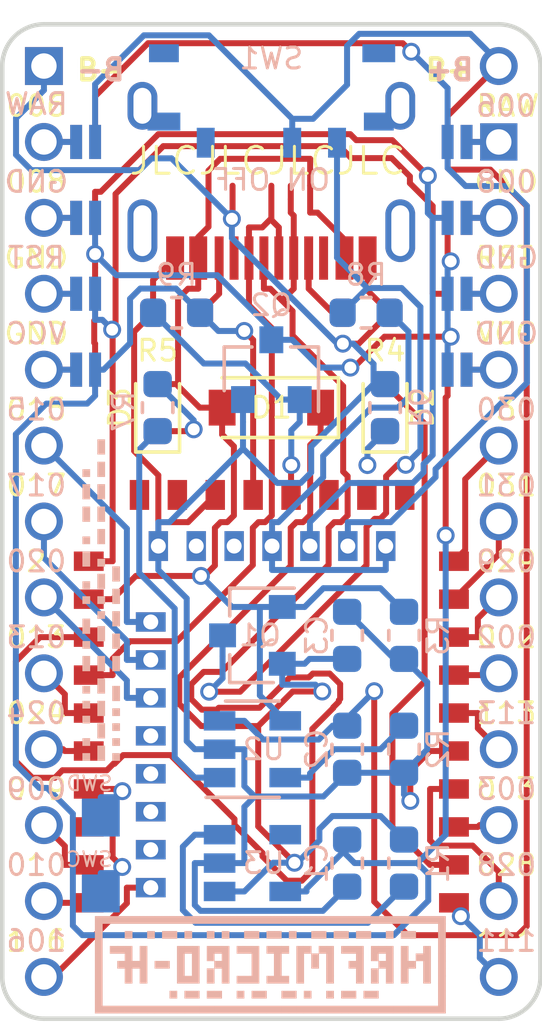
<source format=kicad_pcb>
(kicad_pcb (version 20171130) (host pcbnew "(5.1.6)-1")

  (general
    (thickness 1.6)
    (drawings 16)
    (tracks 558)
    (zones 0)
    (modules 43)
    (nets 65)
  )

  (page A4)
  (layers
    (0 F.Cu signal)
    (31 B.Cu signal)
    (32 B.Adhes user)
    (33 F.Adhes user)
    (34 B.Paste user)
    (35 F.Paste user)
    (36 B.SilkS user)
    (37 F.SilkS user)
    (38 B.Mask user)
    (39 F.Mask user)
    (40 Dwgs.User user hide)
    (41 Cmts.User user)
    (42 Eco1.User user)
    (43 Eco2.User user)
    (44 Edge.Cuts user)
    (45 Margin user hide)
    (46 B.CrtYd user)
    (47 F.CrtYd user)
    (48 B.Fab user hide)
    (49 F.Fab user hide)
  )

  (setup
    (last_trace_width 0.2)
    (user_trace_width 0.2)
    (user_trace_width 0.5)
    (trace_clearance 0.2)
    (zone_clearance 0.508)
    (zone_45_only yes)
    (trace_min 0.2)
    (via_size 0.6)
    (via_drill 0.4)
    (via_min_size 0.4)
    (via_min_drill 0.3)
    (uvia_size 0.3)
    (uvia_drill 0.1)
    (uvias_allowed no)
    (uvia_min_size 0.2)
    (uvia_min_drill 0.1)
    (edge_width 0.15)
    (segment_width 0.2)
    (pcb_text_width 0.3)
    (pcb_text_size 1.5 1.5)
    (mod_edge_width 0.15)
    (mod_text_size 1 1)
    (mod_text_width 0.15)
    (pad_size 1.15 1.45)
    (pad_drill 0)
    (pad_to_mask_clearance 0)
    (solder_mask_min_width 0.25)
    (aux_axis_origin 0 0)
    (grid_origin 111.421533 140.292775)
    (visible_elements 7FFFFFFF)
    (pcbplotparams
      (layerselection 0x010fc_ffffffff)
      (usegerberextensions true)
      (usegerberattributes false)
      (usegerberadvancedattributes false)
      (creategerberjobfile false)
      (excludeedgelayer true)
      (linewidth 0.100000)
      (plotframeref false)
      (viasonmask false)
      (mode 1)
      (useauxorigin false)
      (hpglpennumber 1)
      (hpglpenspeed 20)
      (hpglpendiameter 15.000000)
      (psnegative false)
      (psa4output false)
      (plotreference true)
      (plotvalue true)
      (plotinvisibletext false)
      (padsonsilk false)
      (subtractmaskfromsilk false)
      (outputformat 1)
      (mirror false)
      (drillshape 0)
      (scaleselection 1)
      (outputdirectory "gerber_fab/"))
  )

  (net 0 "")
  (net 1 GND)
  (net 2 VCC)
  (net 3 RESET)
  (net 4 /P0.05)
  (net 5 /P0.02)
  (net 6 /P0.29)
  (net 7 /P0.30)
  (net 8 /P0.31)
  (net 9 SWO)
  (net 10 /P0.10)
  (net 11 /P0.09)
  (net 12 VBUS)
  (net 13 VBAT)
  (net 14 DATA+)
  (net 15 DATA-)
  (net 16 /P1.13)
  (net 17 /P1.11)
  (net 18 /P0.20)
  (net 19 /P0.13)
  (net 20 /P0.15)
  (net 21 /P0.17)
  (net 22 DFU)
  (net 23 /P0.22)
  (net 24 /P0.24)
  (net 25 BLUE_LED)
  (net 26 /P0.03)
  (net 27 /P0.28)
  (net 28 /P0.00)
  (net 29 /P0.01)
  (net 30 RXD)
  (net 31 TXD)
  (net 32 "Net-(SW1-Pad1)")
  (net 33 "Net-(Q1-Pad3)")
  (net 34 BOOT)
  (net 35 /S5)
  (net 36 /S6)
  (net 37 /S7)
  (net 38 /S8)
  (net 39 /S4)
  (net 40 /S3)
  (net 41 /S2)
  (net 42 /S1)
  (net 43 /P0.12)
  (net 44 "Net-(D2-Pad1)")
  (net 45 /P1.06)
  (net 46 "Net-(D3-Pad1)")
  (net 47 "Net-(R7-Pad2)")
  (net 48 /P1.04)
  (net 49 "Net-(U1-Pad23)")
  (net 50 "Net-(U1-Pad25)")
  (net 51 SWC)
  (net 52 SWD)
  (net 53 POWER_PIN)
  (net 54 EXT_GND)
  (net 55 "Net-(R1-Pad2)")
  (net 56 "Net-(R2-Pad1)")
  (net 57 "Net-(C3-Pad1)")
  (net 58 "Net-(U3-Pad4)")
  (net 59 "Net-(J2-Pad3)")
  (net 60 "Net-(J2-Pad10)")
  (net 61 "Net-(J2-Pad4)")
  (net 62 "Net-(J2-Pad9)")
  (net 63 P0.04)
  (net 64 "Net-(J2-Pad13)")

  (net_class Default "This is the default net class."
    (clearance 0.2)
    (trace_width 0.2)
    (via_dia 0.6)
    (via_drill 0.4)
    (uvia_dia 0.3)
    (uvia_drill 0.1)
    (add_net /P0.00)
    (add_net /P0.01)
    (add_net /P0.02)
    (add_net /P0.03)
    (add_net /P0.05)
    (add_net /P0.09)
    (add_net /P0.10)
    (add_net /P0.12)
    (add_net /P0.13)
    (add_net /P0.15)
    (add_net /P0.17)
    (add_net /P0.20)
    (add_net /P0.22)
    (add_net /P0.24)
    (add_net /P0.28)
    (add_net /P0.29)
    (add_net /P0.30)
    (add_net /P0.31)
    (add_net /P1.04)
    (add_net /P1.06)
    (add_net /P1.11)
    (add_net /P1.13)
    (add_net /S1)
    (add_net /S2)
    (add_net /S3)
    (add_net /S4)
    (add_net /S5)
    (add_net /S6)
    (add_net /S7)
    (add_net /S8)
    (add_net BLUE_LED)
    (add_net BOOT)
    (add_net DATA+)
    (add_net DATA-)
    (add_net DFU)
    (add_net EXT_GND)
    (add_net GND)
    (add_net "Net-(C3-Pad1)")
    (add_net "Net-(D2-Pad1)")
    (add_net "Net-(D3-Pad1)")
    (add_net "Net-(J2-Pad10)")
    (add_net "Net-(J2-Pad13)")
    (add_net "Net-(J2-Pad3)")
    (add_net "Net-(J2-Pad4)")
    (add_net "Net-(J2-Pad9)")
    (add_net "Net-(Q1-Pad3)")
    (add_net "Net-(R1-Pad2)")
    (add_net "Net-(R2-Pad1)")
    (add_net "Net-(R7-Pad2)")
    (add_net "Net-(SW1-Pad1)")
    (add_net "Net-(U1-Pad23)")
    (add_net "Net-(U1-Pad25)")
    (add_net "Net-(U3-Pad4)")
    (add_net P0.04)
    (add_net POWER_PIN)
    (add_net RESET)
    (add_net RXD)
    (add_net SWC)
    (add_net SWD)
    (add_net SWO)
    (add_net TXD)
    (add_net VBAT)
    (add_net VBUS)
    (add_net VCC)
  )

  (net_class Power ""
    (clearance 0.2)
    (trace_width 0.5)
    (via_dia 0.6)
    (via_drill 0.4)
    (uvia_dia 0.3)
    (uvia_drill 0.1)
  )

  (module nrfmicro:layoutrules (layer B.Cu) (tedit 0) (tstamp 5EE2FF5A)
    (at 98.975533 133.307775 90)
    (fp_text reference LOGO (at 0 -5 90) (layer B.SilkS) hide
      (effects (font (size 1.524 1.524) (thickness 0.3)) (justify mirror))
    )
    (fp_text value "" (at 0 0 90) (layer B.SilkS)
      (effects (font (size 1.27 1.27) (thickness 0.15)) (justify mirror))
    )
    (fp_poly (pts (xy 9.75 -1.25) (xy 10 -1.25) (xy 10 -1.5) (xy 9.75 -1.5)
      (xy 9.75 -1.25)) (layer B.SilkS) (width 0.01))
    (fp_poly (pts (xy 9.25 -1.25) (xy 9.5 -1.25) (xy 9.5 -1.5) (xy 9.25 -1.5)
      (xy 9.25 -1.25)) (layer B.SilkS) (width 0.01))
    (fp_poly (pts (xy 9 -1.25) (xy 9.25 -1.25) (xy 9.25 -1.5) (xy 9 -1.5)
      (xy 9 -1.25)) (layer B.SilkS) (width 0.01))
    (fp_poly (pts (xy 8.5 -1.25) (xy 8.75 -1.25) (xy 8.75 -1.5) (xy 8.5 -1.5)
      (xy 8.5 -1.25)) (layer B.SilkS) (width 0.01))
    (fp_poly (pts (xy 8.25 -1.25) (xy 8.5 -1.25) (xy 8.5 -1.5) (xy 8.25 -1.5)
      (xy 8.25 -1.25)) (layer B.SilkS) (width 0.01))
    (fp_poly (pts (xy 7.5 -1.25) (xy 7.75 -1.25) (xy 7.75 -1.5) (xy 7.5 -1.5)
      (xy 7.5 -1.25)) (layer B.SilkS) (width 0.01))
    (fp_poly (pts (xy 7 -1.25) (xy 7.25 -1.25) (xy 7.25 -1.5) (xy 7 -1.5)
      (xy 7 -1.25)) (layer B.SilkS) (width 0.01))
    (fp_poly (pts (xy 6.75 -1.25) (xy 7 -1.25) (xy 7 -1.5) (xy 6.75 -1.5)
      (xy 6.75 -1.25)) (layer B.SilkS) (width 0.01))
    (fp_poly (pts (xy 6 -1.25) (xy 6.25 -1.25) (xy 6.25 -1.5) (xy 6 -1.5)
      (xy 6 -1.25)) (layer B.SilkS) (width 0.01))
    (fp_poly (pts (xy 5.5 -1.25) (xy 5.75 -1.25) (xy 5.75 -1.5) (xy 5.5 -1.5)
      (xy 5.5 -1.25)) (layer B.SilkS) (width 0.01))
    (fp_poly (pts (xy 4.75 -1.25) (xy 5 -1.25) (xy 5 -1.5) (xy 4.75 -1.5)
      (xy 4.75 -1.25)) (layer B.SilkS) (width 0.01))
    (fp_poly (pts (xy 4.5 -1.25) (xy 4.75 -1.25) (xy 4.75 -1.5) (xy 4.5 -1.5)
      (xy 4.5 -1.25)) (layer B.SilkS) (width 0.01))
    (fp_poly (pts (xy 4 -1.25) (xy 4.25 -1.25) (xy 4.25 -1.5) (xy 4 -1.5)
      (xy 4 -1.25)) (layer B.SilkS) (width 0.01))
    (fp_poly (pts (xy 3.5 -1.25) (xy 3.75 -1.25) (xy 3.75 -1.5) (xy 3.5 -1.5)
      (xy 3.5 -1.25)) (layer B.SilkS) (width 0.01))
    (fp_poly (pts (xy 3.25 -1.25) (xy 3.5 -1.25) (xy 3.5 -1.5) (xy 3.25 -1.5)
      (xy 3.25 -1.25)) (layer B.SilkS) (width 0.01))
    (fp_poly (pts (xy 2.5 -1.25) (xy 2.75 -1.25) (xy 2.75 -1.5) (xy 2.5 -1.5)
      (xy 2.5 -1.25)) (layer B.SilkS) (width 0.01))
    (fp_poly (pts (xy 2 -1.25) (xy 2.25 -1.25) (xy 2.25 -1.5) (xy 2 -1.5)
      (xy 2 -1.25)) (layer B.SilkS) (width 0.01))
    (fp_poly (pts (xy 1.5 -1.25) (xy 1.75 -1.25) (xy 1.75 -1.5) (xy 1.5 -1.5)
      (xy 1.5 -1.25)) (layer B.SilkS) (width 0.01))
    (fp_poly (pts (xy 0.75 -1.25) (xy 1 -1.25) (xy 1 -1.5) (xy 0.75 -1.5)
      (xy 0.75 -1.25)) (layer B.SilkS) (width 0.01))
    (fp_poly (pts (xy 0.25 -1.25) (xy 0.5 -1.25) (xy 0.5 -1.5) (xy 0.25 -1.5)
      (xy 0.25 -1.25)) (layer B.SilkS) (width 0.01))
    (fp_poly (pts (xy 10.75 -0.75) (xy 11 -0.75) (xy 11 -1) (xy 10.75 -1)
      (xy 10.75 -0.75)) (layer B.SilkS) (width 0.01))
    (fp_poly (pts (xy 10.5 -0.75) (xy 10.75 -0.75) (xy 10.75 -1) (xy 10.5 -1)
      (xy 10.5 -0.75)) (layer B.SilkS) (width 0.01))
    (fp_poly (pts (xy 10 -0.75) (xy 10.25 -0.75) (xy 10.25 -1) (xy 10 -1)
      (xy 10 -0.75)) (layer B.SilkS) (width 0.01))
    (fp_poly (pts (xy 9.75 -0.75) (xy 10 -0.75) (xy 10 -1) (xy 9.75 -1)
      (xy 9.75 -0.75)) (layer B.SilkS) (width 0.01))
    (fp_poly (pts (xy 9.25 -0.75) (xy 9.5 -0.75) (xy 9.5 -1) (xy 9.25 -1)
      (xy 9.25 -0.75)) (layer B.SilkS) (width 0.01))
    (fp_poly (pts (xy 9 -0.75) (xy 9.25 -0.75) (xy 9.25 -1) (xy 9 -1)
      (xy 9 -0.75)) (layer B.SilkS) (width 0.01))
    (fp_poly (pts (xy 8.5 -0.75) (xy 8.75 -0.75) (xy 8.75 -1) (xy 8.5 -1)
      (xy 8.5 -0.75)) (layer B.SilkS) (width 0.01))
    (fp_poly (pts (xy 8.25 -0.75) (xy 8.5 -0.75) (xy 8.5 -1) (xy 8.25 -1)
      (xy 8.25 -0.75)) (layer B.SilkS) (width 0.01))
    (fp_poly (pts (xy 7.75 -0.75) (xy 8 -0.75) (xy 8 -1) (xy 7.75 -1)
      (xy 7.75 -0.75)) (layer B.SilkS) (width 0.01))
    (fp_poly (pts (xy 7.5 -0.75) (xy 7.75 -0.75) (xy 7.75 -1) (xy 7.5 -1)
      (xy 7.5 -0.75)) (layer B.SilkS) (width 0.01))
    (fp_poly (pts (xy 6.75 -0.75) (xy 7 -0.75) (xy 7 -1) (xy 6.75 -1)
      (xy 6.75 -0.75)) (layer B.SilkS) (width 0.01))
    (fp_poly (pts (xy 6.25 -0.75) (xy 6.5 -0.75) (xy 6.5 -1) (xy 6.25 -1)
      (xy 6.25 -0.75)) (layer B.SilkS) (width 0.01))
    (fp_poly (pts (xy 6 -0.75) (xy 6.25 -0.75) (xy 6.25 -1) (xy 6 -1)
      (xy 6 -0.75)) (layer B.SilkS) (width 0.01))
    (fp_poly (pts (xy 5.5 -0.75) (xy 5.75 -0.75) (xy 5.75 -1) (xy 5.5 -1)
      (xy 5.5 -0.75)) (layer B.SilkS) (width 0.01))
    (fp_poly (pts (xy 5 -0.75) (xy 5.25 -0.75) (xy 5.25 -1) (xy 5 -1)
      (xy 5 -0.75)) (layer B.SilkS) (width 0.01))
    (fp_poly (pts (xy 4.5 -0.75) (xy 4.75 -0.75) (xy 4.75 -1) (xy 4.5 -1)
      (xy 4.5 -0.75)) (layer B.SilkS) (width 0.01))
    (fp_poly (pts (xy 4.25 -0.75) (xy 4.5 -0.75) (xy 4.5 -1) (xy 4.25 -1)
      (xy 4.25 -0.75)) (layer B.SilkS) (width 0.01))
    (fp_poly (pts (xy 3.5 -0.75) (xy 3.75 -0.75) (xy 3.75 -1) (xy 3.5 -1)
      (xy 3.5 -0.75)) (layer B.SilkS) (width 0.01))
    (fp_poly (pts (xy 3.25 -0.75) (xy 3.5 -0.75) (xy 3.5 -1) (xy 3.25 -1)
      (xy 3.25 -0.75)) (layer B.SilkS) (width 0.01))
    (fp_poly (pts (xy 2.75 -0.75) (xy 3 -0.75) (xy 3 -1) (xy 2.75 -1)
      (xy 2.75 -0.75)) (layer B.SilkS) (width 0.01))
    (fp_poly (pts (xy 2.5 -0.75) (xy 2.75 -0.75) (xy 2.75 -1) (xy 2.5 -1)
      (xy 2.5 -0.75)) (layer B.SilkS) (width 0.01))
    (fp_poly (pts (xy 2 -0.75) (xy 2.25 -0.75) (xy 2.25 -1) (xy 2 -1)
      (xy 2 -0.75)) (layer B.SilkS) (width 0.01))
    (fp_poly (pts (xy 1.75 -0.75) (xy 2 -0.75) (xy 2 -1) (xy 1.75 -1)
      (xy 1.75 -0.75)) (layer B.SilkS) (width 0.01))
    (fp_poly (pts (xy 1.25 -0.75) (xy 1.5 -0.75) (xy 1.5 -1) (xy 1.25 -1)
      (xy 1.25 -0.75)) (layer B.SilkS) (width 0.01))
    (fp_poly (pts (xy 1 -0.75) (xy 1.25 -0.75) (xy 1.25 -1) (xy 1 -1)
      (xy 1 -0.75)) (layer B.SilkS) (width 0.01))
    (fp_poly (pts (xy 0.5 -0.75) (xy 0.75 -0.75) (xy 0.75 -1) (xy 0.5 -1)
      (xy 0.5 -0.75)) (layer B.SilkS) (width 0.01))
    (fp_poly (pts (xy 0.25 -0.75) (xy 0.5 -0.75) (xy 0.5 -1) (xy 0.25 -1)
      (xy 0.25 -0.75)) (layer B.SilkS) (width 0.01))
    (fp_poly (pts (xy 6.5 -0.25) (xy 6.75 -0.25) (xy 6.75 -0.5) (xy 6.5 -0.5)
      (xy 6.5 -0.25)) (layer B.SilkS) (width 0.01))
    (fp_poly (pts (xy 6.25 -0.25) (xy 6.5 -0.25) (xy 6.5 -0.5) (xy 6.25 -0.5)
      (xy 6.25 -0.25)) (layer B.SilkS) (width 0.01))
    (fp_poly (pts (xy 5.75 -0.25) (xy 6 -0.25) (xy 6 -0.5) (xy 5.75 -0.5)
      (xy 5.75 -0.25)) (layer B.SilkS) (width 0.01))
    (fp_poly (pts (xy 5.5 -0.25) (xy 5.75 -0.25) (xy 5.75 -0.5) (xy 5.5 -0.5)
      (xy 5.5 -0.25)) (layer B.SilkS) (width 0.01))
    (fp_poly (pts (xy 5 -0.25) (xy 5.25 -0.25) (xy 5.25 -0.5) (xy 5 -0.5)
      (xy 5 -0.25)) (layer B.SilkS) (width 0.01))
    (fp_poly (pts (xy 4.75 -0.25) (xy 5 -0.25) (xy 5 -0.5) (xy 4.75 -0.5)
      (xy 4.75 -0.25)) (layer B.SilkS) (width 0.01))
    (fp_poly (pts (xy 4.25 -0.25) (xy 4.5 -0.25) (xy 4.5 -0.5) (xy 4.25 -0.5)
      (xy 4.25 -0.25)) (layer B.SilkS) (width 0.01))
    (fp_poly (pts (xy 4 -0.25) (xy 4.25 -0.25) (xy 4.25 -0.5) (xy 4 -0.5)
      (xy 4 -0.25)) (layer B.SilkS) (width 0.01))
    (fp_poly (pts (xy 3.5 -0.25) (xy 3.75 -0.25) (xy 3.75 -0.5) (xy 3.5 -0.5)
      (xy 3.5 -0.25)) (layer B.SilkS) (width 0.01))
    (fp_poly (pts (xy 3.25 -0.25) (xy 3.5 -0.25) (xy 3.5 -0.5) (xy 3.25 -0.5)
      (xy 3.25 -0.25)) (layer B.SilkS) (width 0.01))
    (fp_poly (pts (xy 2.5 -0.25) (xy 2.75 -0.25) (xy 2.75 -0.5) (xy 2.5 -0.5)
      (xy 2.5 -0.25)) (layer B.SilkS) (width 0.01))
    (fp_poly (pts (xy 2.25 -0.25) (xy 2.5 -0.25) (xy 2.5 -0.5) (xy 2.25 -0.5)
      (xy 2.25 -0.25)) (layer B.SilkS) (width 0.01))
    (fp_poly (pts (xy 1.75 -0.25) (xy 2 -0.25) (xy 2 -0.5) (xy 1.75 -0.5)
      (xy 1.75 -0.25)) (layer B.SilkS) (width 0.01))
    (fp_poly (pts (xy 1.25 -0.25) (xy 1.5 -0.25) (xy 1.5 -0.5) (xy 1.25 -0.5)
      (xy 1.25 -0.25)) (layer B.SilkS) (width 0.01))
    (fp_poly (pts (xy 0.75 -0.25) (xy 1 -0.25) (xy 1 -0.5) (xy 0.75 -0.5)
      (xy 0.75 -0.25)) (layer B.SilkS) (width 0.01))
    (fp_poly (pts (xy 0.25 -0.25) (xy 0.5 -0.25) (xy 0.5 -0.5) (xy 0.25 -0.5)
      (xy 0.25 -0.25)) (layer B.SilkS) (width 0.01))
  )

  (module Package_TO_SOT_SMD:SOT-23-5 (layer B.Cu) (tedit 5EE24D46) (tstamp 5C6EC9AA)
    (at 103.167 136.483)
    (descr "5-pin SOT23 package")
    (tags SOT-23-5)
    (path /5CC0D0AF)
    (attr smd)
    (fp_text reference U3 (at 0.380533 -0.000225) (layer B.SilkS)
      (effects (font (size 0.7 0.7) (thickness 0.1)) (justify mirror))
    )
    (fp_text value AP2112K-3.3 (at -0.127467 -0.000225) (layer B.SilkS) hide
      (effects (font (size 0.6 0.6) (thickness 0.15)) (justify mirror))
    )
    (fp_line (start 0.9 1.55) (end 0.9 -1.55) (layer B.Fab) (width 0.1))
    (fp_line (start 0.9 -1.55) (end -0.9 -1.55) (layer B.Fab) (width 0.1))
    (fp_line (start -0.9 0.9) (end -0.9 -1.55) (layer B.Fab) (width 0.1))
    (fp_line (start 0.9 1.55) (end -0.25 1.55) (layer B.Fab) (width 0.1))
    (fp_line (start -0.9 0.9) (end -0.25 1.55) (layer B.Fab) (width 0.1))
    (fp_line (start -1.9 -1.8) (end -1.9 1.8) (layer B.CrtYd) (width 0.05))
    (fp_line (start 1.9 -1.8) (end -1.9 -1.8) (layer B.CrtYd) (width 0.05))
    (fp_line (start 1.9 1.8) (end 1.9 -1.8) (layer B.CrtYd) (width 0.05))
    (fp_line (start -1.9 1.8) (end 1.9 1.8) (layer B.CrtYd) (width 0.05))
    (fp_text user %R (at 0 0 -90) (layer B.Fab)
      (effects (font (size 0.5 0.5) (thickness 0.075)) (justify mirror))
    )
    (fp_text user AP2112 (at 0 0 -180) (layer B.SilkS) hide
      (effects (font (size 0.6 0.6) (thickness 0.15)) (justify mirror))
    )
    (pad 5 smd rect (at 1.1 0.95) (size 1.06 0.65) (layers B.Cu B.Paste B.Mask)
      (net 2 VCC))
    (pad 4 smd rect (at 1.1 -0.95) (size 1.06 0.65) (layers B.Cu B.Paste B.Mask)
      (net 58 "Net-(U3-Pad4)"))
    (pad 3 smd rect (at -1.1 -0.95) (size 1.06 0.65) (layers B.Cu B.Paste B.Mask)
      (net 55 "Net-(R1-Pad2)"))
    (pad 2 smd rect (at -1.1 0) (size 1.06 0.65) (layers B.Cu B.Paste B.Mask)
      (net 1 GND))
    (pad 1 smd rect (at -1.1 0.95) (size 1.06 0.65) (layers B.Cu B.Paste B.Mask)
      (net 57 "Net-(C3-Pad1)"))
    (model ${KISYS3DMOD}/Package_TO_SOT_SMD.3dshapes/SOT-23-5.wrl
      (at (xyz 0 0 0))
      (scale (xyz 1 1 1))
      (rotate (xyz 0 0 0))
    )
  )

  (module nrfmicro:sample_logo_2 (layer B.Cu) (tedit 0) (tstamp 5EE2F185)
    (at 109.643533 138.260775 180)
    (fp_text reference LOGO (at 0 -5) (layer B.SilkS) hide
      (effects (font (size 1.524 1.524) (thickness 0.3)) (justify mirror))
    )
    (fp_text value "" (at 0 0) (layer B.SilkS)
      (effects (font (size 1.27 1.27) (thickness 0.15)) (justify mirror))
    )
    (fp_poly (pts (xy 11.5 -3) (xy 11.75 -3) (xy 11.75 -3.25) (xy 11.5 -3.25)
      (xy 11.5 -3)) (layer B.SilkS) (width 0.01))
    (fp_poly (pts (xy 11.25 -3) (xy 11.5 -3) (xy 11.5 -3.25) (xy 11.25 -3.25)
      (xy 11.25 -3)) (layer B.SilkS) (width 0.01))
    (fp_poly (pts (xy 11 -3) (xy 11.25 -3) (xy 11.25 -3.25) (xy 11 -3.25)
      (xy 11 -3)) (layer B.SilkS) (width 0.01))
    (fp_poly (pts (xy 10.75 -3) (xy 11 -3) (xy 11 -3.25) (xy 10.75 -3.25)
      (xy 10.75 -3)) (layer B.SilkS) (width 0.01))
    (fp_poly (pts (xy 10.5 -3) (xy 10.75 -3) (xy 10.75 -3.25) (xy 10.5 -3.25)
      (xy 10.5 -3)) (layer B.SilkS) (width 0.01))
    (fp_poly (pts (xy 10.25 -3) (xy 10.5 -3) (xy 10.5 -3.25) (xy 10.25 -3.25)
      (xy 10.25 -3)) (layer B.SilkS) (width 0.01))
    (fp_poly (pts (xy 10 -3) (xy 10.25 -3) (xy 10.25 -3.25) (xy 10 -3.25)
      (xy 10 -3)) (layer B.SilkS) (width 0.01))
    (fp_poly (pts (xy 9.75 -3) (xy 10 -3) (xy 10 -3.25) (xy 9.75 -3.25)
      (xy 9.75 -3)) (layer B.SilkS) (width 0.01))
    (fp_poly (pts (xy 9.5 -3) (xy 9.75 -3) (xy 9.75 -3.25) (xy 9.5 -3.25)
      (xy 9.5 -3)) (layer B.SilkS) (width 0.01))
    (fp_poly (pts (xy 9.25 -3) (xy 9.5 -3) (xy 9.5 -3.25) (xy 9.25 -3.25)
      (xy 9.25 -3)) (layer B.SilkS) (width 0.01))
    (fp_poly (pts (xy 9 -3) (xy 9.25 -3) (xy 9.25 -3.25) (xy 9 -3.25)
      (xy 9 -3)) (layer B.SilkS) (width 0.01))
    (fp_poly (pts (xy 8.75 -3) (xy 9 -3) (xy 9 -3.25) (xy 8.75 -3.25)
      (xy 8.75 -3)) (layer B.SilkS) (width 0.01))
    (fp_poly (pts (xy 8.5 -3) (xy 8.75 -3) (xy 8.75 -3.25) (xy 8.5 -3.25)
      (xy 8.5 -3)) (layer B.SilkS) (width 0.01))
    (fp_poly (pts (xy 8.25 -3) (xy 8.5 -3) (xy 8.5 -3.25) (xy 8.25 -3.25)
      (xy 8.25 -3)) (layer B.SilkS) (width 0.01))
    (fp_poly (pts (xy 8 -3) (xy 8.25 -3) (xy 8.25 -3.25) (xy 8 -3.25)
      (xy 8 -3)) (layer B.SilkS) (width 0.01))
    (fp_poly (pts (xy 7.75 -3) (xy 8 -3) (xy 8 -3.25) (xy 7.75 -3.25)
      (xy 7.75 -3)) (layer B.SilkS) (width 0.01))
    (fp_poly (pts (xy 7.5 -3) (xy 7.75 -3) (xy 7.75 -3.25) (xy 7.5 -3.25)
      (xy 7.5 -3)) (layer B.SilkS) (width 0.01))
    (fp_poly (pts (xy 7.25 -3) (xy 7.5 -3) (xy 7.5 -3.25) (xy 7.25 -3.25)
      (xy 7.25 -3)) (layer B.SilkS) (width 0.01))
    (fp_poly (pts (xy 7 -3) (xy 7.25 -3) (xy 7.25 -3.25) (xy 7 -3.25)
      (xy 7 -3)) (layer B.SilkS) (width 0.01))
    (fp_poly (pts (xy 6.75 -3) (xy 7 -3) (xy 7 -3.25) (xy 6.75 -3.25)
      (xy 6.75 -3)) (layer B.SilkS) (width 0.01))
    (fp_poly (pts (xy 6.5 -3) (xy 6.75 -3) (xy 6.75 -3.25) (xy 6.5 -3.25)
      (xy 6.5 -3)) (layer B.SilkS) (width 0.01))
    (fp_poly (pts (xy 6.25 -3) (xy 6.5 -3) (xy 6.5 -3.25) (xy 6.25 -3.25)
      (xy 6.25 -3)) (layer B.SilkS) (width 0.01))
    (fp_poly (pts (xy 6 -3) (xy 6.25 -3) (xy 6.25 -3.25) (xy 6 -3.25)
      (xy 6 -3)) (layer B.SilkS) (width 0.01))
    (fp_poly (pts (xy 5.75 -3) (xy 6 -3) (xy 6 -3.25) (xy 5.75 -3.25)
      (xy 5.75 -3)) (layer B.SilkS) (width 0.01))
    (fp_poly (pts (xy 5.5 -3) (xy 5.75 -3) (xy 5.75 -3.25) (xy 5.5 -3.25)
      (xy 5.5 -3)) (layer B.SilkS) (width 0.01))
    (fp_poly (pts (xy 5.25 -3) (xy 5.5 -3) (xy 5.5 -3.25) (xy 5.25 -3.25)
      (xy 5.25 -3)) (layer B.SilkS) (width 0.01))
    (fp_poly (pts (xy 5 -3) (xy 5.25 -3) (xy 5.25 -3.25) (xy 5 -3.25)
      (xy 5 -3)) (layer B.SilkS) (width 0.01))
    (fp_poly (pts (xy 4.75 -3) (xy 5 -3) (xy 5 -3.25) (xy 4.75 -3.25)
      (xy 4.75 -3)) (layer B.SilkS) (width 0.01))
    (fp_poly (pts (xy 4.5 -3) (xy 4.75 -3) (xy 4.75 -3.25) (xy 4.5 -3.25)
      (xy 4.5 -3)) (layer B.SilkS) (width 0.01))
    (fp_poly (pts (xy 4.25 -3) (xy 4.5 -3) (xy 4.5 -3.25) (xy 4.25 -3.25)
      (xy 4.25 -3)) (layer B.SilkS) (width 0.01))
    (fp_poly (pts (xy 4 -3) (xy 4.25 -3) (xy 4.25 -3.25) (xy 4 -3.25)
      (xy 4 -3)) (layer B.SilkS) (width 0.01))
    (fp_poly (pts (xy 3.75 -3) (xy 4 -3) (xy 4 -3.25) (xy 3.75 -3.25)
      (xy 3.75 -3)) (layer B.SilkS) (width 0.01))
    (fp_poly (pts (xy 3.5 -3) (xy 3.75 -3) (xy 3.75 -3.25) (xy 3.5 -3.25)
      (xy 3.5 -3)) (layer B.SilkS) (width 0.01))
    (fp_poly (pts (xy 3.25 -3) (xy 3.5 -3) (xy 3.5 -3.25) (xy 3.25 -3.25)
      (xy 3.25 -3)) (layer B.SilkS) (width 0.01))
    (fp_poly (pts (xy 3 -3) (xy 3.25 -3) (xy 3.25 -3.25) (xy 3 -3.25)
      (xy 3 -3)) (layer B.SilkS) (width 0.01))
    (fp_poly (pts (xy 2.75 -3) (xy 3 -3) (xy 3 -3.25) (xy 2.75 -3.25)
      (xy 2.75 -3)) (layer B.SilkS) (width 0.01))
    (fp_poly (pts (xy 2.5 -3) (xy 2.75 -3) (xy 2.75 -3.25) (xy 2.5 -3.25)
      (xy 2.5 -3)) (layer B.SilkS) (width 0.01))
    (fp_poly (pts (xy 2.25 -3) (xy 2.5 -3) (xy 2.5 -3.25) (xy 2.25 -3.25)
      (xy 2.25 -3)) (layer B.SilkS) (width 0.01))
    (fp_poly (pts (xy 2 -3) (xy 2.25 -3) (xy 2.25 -3.25) (xy 2 -3.25)
      (xy 2 -3)) (layer B.SilkS) (width 0.01))
    (fp_poly (pts (xy 1.75 -3) (xy 2 -3) (xy 2 -3.25) (xy 1.75 -3.25)
      (xy 1.75 -3)) (layer B.SilkS) (width 0.01))
    (fp_poly (pts (xy 1.5 -3) (xy 1.75 -3) (xy 1.75 -3.25) (xy 1.5 -3.25)
      (xy 1.5 -3)) (layer B.SilkS) (width 0.01))
    (fp_poly (pts (xy 1.25 -3) (xy 1.5 -3) (xy 1.5 -3.25) (xy 1.25 -3.25)
      (xy 1.25 -3)) (layer B.SilkS) (width 0.01))
    (fp_poly (pts (xy 1 -3) (xy 1.25 -3) (xy 1.25 -3.25) (xy 1 -3.25)
      (xy 1 -3)) (layer B.SilkS) (width 0.01))
    (fp_poly (pts (xy 0.75 -3) (xy 1 -3) (xy 1 -3.25) (xy 0.75 -3.25)
      (xy 0.75 -3)) (layer B.SilkS) (width 0.01))
    (fp_poly (pts (xy 0.5 -3) (xy 0.75 -3) (xy 0.75 -3.25) (xy 0.5 -3.25)
      (xy 0.5 -3)) (layer B.SilkS) (width 0.01))
    (fp_poly (pts (xy 0.25 -3) (xy 0.5 -3) (xy 0.5 -3.25) (xy 0.25 -3.25)
      (xy 0.25 -3)) (layer B.SilkS) (width 0.01))
    (fp_poly (pts (xy 0 -3) (xy 0.25 -3) (xy 0.25 -3.25) (xy 0 -3.25)
      (xy 0 -3)) (layer B.SilkS) (width 0.01))
    (fp_poly (pts (xy 11.5 -2.75) (xy 11.75 -2.75) (xy 11.75 -3) (xy 11.5 -3)
      (xy 11.5 -2.75)) (layer B.SilkS) (width 0.01))
    (fp_poly (pts (xy 0 -2.75) (xy 0.25 -2.75) (xy 0.25 -3) (xy 0 -3)
      (xy 0 -2.75)) (layer B.SilkS) (width 0.01))
    (fp_poly (pts (xy 11.5 -2.5) (xy 11.75 -2.5) (xy 11.75 -2.75) (xy 11.5 -2.75)
      (xy 11.5 -2.5)) (layer B.SilkS) (width 0.01))
    (fp_poly (pts (xy 9 -2.5) (xy 9.25 -2.5) (xy 9.25 -2.75) (xy 9 -2.75)
      (xy 9 -2.5)) (layer B.SilkS) (width 0.01))
    (fp_poly (pts (xy 8.5 -2.5) (xy 8.75 -2.5) (xy 8.75 -2.75) (xy 8.5 -2.75)
      (xy 8.5 -2.5)) (layer B.SilkS) (width 0.01))
    (fp_poly (pts (xy 8.25 -2.5) (xy 8.5 -2.5) (xy 8.5 -2.75) (xy 8.25 -2.75)
      (xy 8.25 -2.5)) (layer B.SilkS) (width 0.01))
    (fp_poly (pts (xy 7.75 -2.5) (xy 8 -2.5) (xy 8 -2.75) (xy 7.75 -2.75)
      (xy 7.75 -2.5)) (layer B.SilkS) (width 0.01))
    (fp_poly (pts (xy 7.5 -2.5) (xy 7.75 -2.5) (xy 7.75 -2.75) (xy 7.5 -2.75)
      (xy 7.5 -2.5)) (layer B.SilkS) (width 0.01))
    (fp_poly (pts (xy 6.75 -2.5) (xy 7 -2.5) (xy 7 -2.75) (xy 6.75 -2.75)
      (xy 6.75 -2.5)) (layer B.SilkS) (width 0.01))
    (fp_poly (pts (xy 6.25 -2.5) (xy 6.5 -2.5) (xy 6.5 -2.75) (xy 6.25 -2.75)
      (xy 6.25 -2.5)) (layer B.SilkS) (width 0.01))
    (fp_poly (pts (xy 6 -2.5) (xy 6.25 -2.5) (xy 6.25 -2.75) (xy 6 -2.75)
      (xy 6 -2.5)) (layer B.SilkS) (width 0.01))
    (fp_poly (pts (xy 5.25 -2.5) (xy 5.5 -2.5) (xy 5.5 -2.75) (xy 5.25 -2.75)
      (xy 5.25 -2.5)) (layer B.SilkS) (width 0.01))
    (fp_poly (pts (xy 5 -2.5) (xy 5.25 -2.5) (xy 5.25 -2.75) (xy 5 -2.75)
      (xy 5 -2.5)) (layer B.SilkS) (width 0.01))
    (fp_poly (pts (xy 4.5 -2.5) (xy 4.75 -2.5) (xy 4.75 -2.75) (xy 4.5 -2.75)
      (xy 4.5 -2.5)) (layer B.SilkS) (width 0.01))
    (fp_poly (pts (xy 3.75 -2.5) (xy 4 -2.5) (xy 4 -2.75) (xy 3.75 -2.75)
      (xy 3.75 -2.5)) (layer B.SilkS) (width 0.01))
    (fp_poly (pts (xy 3.25 -2.5) (xy 3.5 -2.5) (xy 3.5 -2.75) (xy 3.25 -2.75)
      (xy 3.25 -2.5)) (layer B.SilkS) (width 0.01))
    (fp_poly (pts (xy 3 -2.5) (xy 3.25 -2.5) (xy 3.25 -2.75) (xy 3 -2.75)
      (xy 3 -2.5)) (layer B.SilkS) (width 0.01))
    (fp_poly (pts (xy 2.5 -2.5) (xy 2.75 -2.5) (xy 2.75 -2.75) (xy 2.5 -2.75)
      (xy 2.5 -2.5)) (layer B.SilkS) (width 0.01))
    (fp_poly (pts (xy 2.25 -2.5) (xy 2.5 -2.5) (xy 2.5 -2.75) (xy 2.25 -2.75)
      (xy 2.25 -2.5)) (layer B.SilkS) (width 0.01))
    (fp_poly (pts (xy 0 -2.5) (xy 0.25 -2.5) (xy 0.25 -2.75) (xy 0 -2.75)
      (xy 0 -2.5)) (layer B.SilkS) (width 0.01))
    (fp_poly (pts (xy 11.5 -2.25) (xy 11.75 -2.25) (xy 11.75 -2.5) (xy 11.5 -2.5)
      (xy 11.5 -2.25)) (layer B.SilkS) (width 0.01))
    (fp_poly (pts (xy 0 -2.25) (xy 0.25 -2.25) (xy 0.25 -2.5) (xy 0 -2.5)
      (xy 0 -2.25)) (layer B.SilkS) (width 0.01))
    (fp_poly (pts (xy 11.5 -2) (xy 11.75 -2) (xy 11.75 -2.25) (xy 11.5 -2.25)
      (xy 11.5 -2)) (layer B.SilkS) (width 0.01))
    (fp_poly (pts (xy 10.5 -2) (xy 10.75 -2) (xy 10.75 -2.25) (xy 10.5 -2.25)
      (xy 10.5 -2)) (layer B.SilkS) (width 0.01))
    (fp_poly (pts (xy 10 -2) (xy 10.25 -2) (xy 10.25 -2.25) (xy 10 -2.25)
      (xy 10 -2)) (layer B.SilkS) (width 0.01))
    (fp_poly (pts (xy 8.75 -2) (xy 9 -2) (xy 9 -2.25) (xy 8.75 -2.25)
      (xy 8.75 -2)) (layer B.SilkS) (width 0.01))
    (fp_poly (pts (xy 8.5 -2) (xy 8.75 -2) (xy 8.75 -2.25) (xy 8.5 -2.25)
      (xy 8.5 -2)) (layer B.SilkS) (width 0.01))
    (fp_poly (pts (xy 8.25 -2) (xy 8.5 -2) (xy 8.5 -2.25) (xy 8.25 -2.25)
      (xy 8.25 -2)) (layer B.SilkS) (width 0.01))
    (fp_poly (pts (xy 7.75 -2) (xy 8 -2) (xy 8 -2.25) (xy 7.75 -2.25)
      (xy 7.75 -2)) (layer B.SilkS) (width 0.01))
    (fp_poly (pts (xy 7.25 -2) (xy 7.5 -2) (xy 7.5 -2.25) (xy 7.25 -2.25)
      (xy 7.25 -2)) (layer B.SilkS) (width 0.01))
    (fp_poly (pts (xy 6.75 -2) (xy 7 -2) (xy 7 -2.25) (xy 6.75 -2.25)
      (xy 6.75 -2)) (layer B.SilkS) (width 0.01))
    (fp_poly (pts (xy 6.5 -2) (xy 6.75 -2) (xy 6.75 -2.25) (xy 6.5 -2.25)
      (xy 6.5 -2)) (layer B.SilkS) (width 0.01))
    (fp_poly (pts (xy 6.25 -2) (xy 6.5 -2) (xy 6.5 -2.25) (xy 6.25 -2.25)
      (xy 6.25 -2)) (layer B.SilkS) (width 0.01))
    (fp_poly (pts (xy 5.75 -2) (xy 6 -2) (xy 6 -2.25) (xy 5.75 -2.25)
      (xy 5.75 -2)) (layer B.SilkS) (width 0.01))
    (fp_poly (pts (xy 5.5 -2) (xy 5.75 -2) (xy 5.75 -2.25) (xy 5.5 -2.25)
      (xy 5.5 -2)) (layer B.SilkS) (width 0.01))
    (fp_poly (pts (xy 5.25 -2) (xy 5.5 -2) (xy 5.5 -2.25) (xy 5.25 -2.25)
      (xy 5.25 -2)) (layer B.SilkS) (width 0.01))
    (fp_poly (pts (xy 4.75 -2) (xy 5 -2) (xy 5 -2.25) (xy 4.75 -2.25)
      (xy 4.75 -2)) (layer B.SilkS) (width 0.01))
    (fp_poly (pts (xy 3.75 -2) (xy 4 -2) (xy 4 -2.25) (xy 3.75 -2.25)
      (xy 3.75 -2)) (layer B.SilkS) (width 0.01))
    (fp_poly (pts (xy 2.75 -2) (xy 3 -2) (xy 3 -2.25) (xy 2.75 -2.25)
      (xy 2.75 -2)) (layer B.SilkS) (width 0.01))
    (fp_poly (pts (xy 2.25 -2) (xy 2.5 -2) (xy 2.5 -2.25) (xy 2.25 -2.25)
      (xy 2.25 -2)) (layer B.SilkS) (width 0.01))
    (fp_poly (pts (xy 1.75 -2) (xy 2 -2) (xy 2 -2.25) (xy 1.75 -2.25)
      (xy 1.75 -2)) (layer B.SilkS) (width 0.01))
    (fp_poly (pts (xy 1.25 -2) (xy 1.5 -2) (xy 1.5 -2.25) (xy 1.25 -2.25)
      (xy 1.25 -2)) (layer B.SilkS) (width 0.01))
    (fp_poly (pts (xy 0.5 -2) (xy 0.75 -2) (xy 0.75 -2.25) (xy 0.5 -2.25)
      (xy 0.5 -2)) (layer B.SilkS) (width 0.01))
    (fp_poly (pts (xy 0 -2) (xy 0.25 -2) (xy 0.25 -2.25) (xy 0 -2.25)
      (xy 0 -2)) (layer B.SilkS) (width 0.01))
    (fp_poly (pts (xy 11.5 -1.75) (xy 11.75 -1.75) (xy 11.75 -2) (xy 11.5 -2)
      (xy 11.5 -1.75)) (layer B.SilkS) (width 0.01))
    (fp_poly (pts (xy 10.5 -1.75) (xy 10.75 -1.75) (xy 10.75 -2) (xy 10.5 -2)
      (xy 10.5 -1.75)) (layer B.SilkS) (width 0.01))
    (fp_poly (pts (xy 10 -1.75) (xy 10.25 -1.75) (xy 10.25 -2) (xy 10 -2)
      (xy 10 -1.75)) (layer B.SilkS) (width 0.01))
    (fp_poly (pts (xy 8.75 -1.75) (xy 9 -1.75) (xy 9 -2) (xy 8.75 -2)
      (xy 8.75 -1.75)) (layer B.SilkS) (width 0.01))
    (fp_poly (pts (xy 8.25 -1.75) (xy 8.5 -1.75) (xy 8.5 -2) (xy 8.25 -2)
      (xy 8.25 -1.75)) (layer B.SilkS) (width 0.01))
    (fp_poly (pts (xy 7.75 -1.75) (xy 8 -1.75) (xy 8 -2) (xy 7.75 -2)
      (xy 7.75 -1.75)) (layer B.SilkS) (width 0.01))
    (fp_poly (pts (xy 7.25 -1.75) (xy 7.5 -1.75) (xy 7.5 -2) (xy 7.25 -2)
      (xy 7.25 -1.75)) (layer B.SilkS) (width 0.01))
    (fp_poly (pts (xy 6.25 -1.75) (xy 6.5 -1.75) (xy 6.5 -2) (xy 6.25 -2)
      (xy 6.25 -1.75)) (layer B.SilkS) (width 0.01))
    (fp_poly (pts (xy 5.5 -1.75) (xy 5.75 -1.75) (xy 5.75 -2) (xy 5.5 -2)
      (xy 5.5 -1.75)) (layer B.SilkS) (width 0.01))
    (fp_poly (pts (xy 4.75 -1.75) (xy 5 -1.75) (xy 5 -2) (xy 4.75 -2)
      (xy 4.75 -1.75)) (layer B.SilkS) (width 0.01))
    (fp_poly (pts (xy 3.75 -1.75) (xy 4 -1.75) (xy 4 -2) (xy 3.75 -2)
      (xy 3.75 -1.75)) (layer B.SilkS) (width 0.01))
    (fp_poly (pts (xy 2.75 -1.75) (xy 3 -1.75) (xy 3 -2) (xy 2.75 -2)
      (xy 2.75 -1.75)) (layer B.SilkS) (width 0.01))
    (fp_poly (pts (xy 2.25 -1.75) (xy 2.5 -1.75) (xy 2.5 -2) (xy 2.25 -2)
      (xy 2.25 -1.75)) (layer B.SilkS) (width 0.01))
    (fp_poly (pts (xy 1.75 -1.75) (xy 2 -1.75) (xy 2 -2) (xy 1.75 -2)
      (xy 1.75 -1.75)) (layer B.SilkS) (width 0.01))
    (fp_poly (pts (xy 1.25 -1.75) (xy 1.5 -1.75) (xy 1.5 -2) (xy 1.25 -2)
      (xy 1.25 -1.75)) (layer B.SilkS) (width 0.01))
    (fp_poly (pts (xy 0.5 -1.75) (xy 0.75 -1.75) (xy 0.75 -2) (xy 0.5 -2)
      (xy 0.5 -1.75)) (layer B.SilkS) (width 0.01))
    (fp_poly (pts (xy 0 -1.75) (xy 0.25 -1.75) (xy 0.25 -2) (xy 0 -2)
      (xy 0 -1.75)) (layer B.SilkS) (width 0.01))
    (fp_poly (pts (xy 11.5 -1.5) (xy 11.75 -1.5) (xy 11.75 -1.75) (xy 11.5 -1.75)
      (xy 11.5 -1.5)) (layer B.SilkS) (width 0.01))
    (fp_poly (pts (xy 10.75 -1.5) (xy 11 -1.5) (xy 11 -1.75) (xy 10.75 -1.75)
      (xy 10.75 -1.5)) (layer B.SilkS) (width 0.01))
    (fp_poly (pts (xy 10.5 -1.5) (xy 10.75 -1.5) (xy 10.75 -1.75) (xy 10.5 -1.75)
      (xy 10.5 -1.5)) (layer B.SilkS) (width 0.01))
    (fp_poly (pts (xy 10.25 -1.5) (xy 10.5 -1.5) (xy 10.5 -1.75) (xy 10.25 -1.75)
      (xy 10.25 -1.5)) (layer B.SilkS) (width 0.01))
    (fp_poly (pts (xy 10 -1.5) (xy 10.25 -1.5) (xy 10.25 -1.75) (xy 10 -1.75)
      (xy 10 -1.5)) (layer B.SilkS) (width 0.01))
    (fp_poly (pts (xy 9.5 -1.5) (xy 9.75 -1.5) (xy 9.75 -1.75) (xy 9.5 -1.75)
      (xy 9.5 -1.5)) (layer B.SilkS) (width 0.01))
    (fp_poly (pts (xy 9.25 -1.5) (xy 9.5 -1.5) (xy 9.5 -1.75) (xy 9.25 -1.75)
      (xy 9.25 -1.5)) (layer B.SilkS) (width 0.01))
    (fp_poly (pts (xy 8.75 -1.5) (xy 9 -1.5) (xy 9 -1.75) (xy 8.75 -1.75)
      (xy 8.75 -1.5)) (layer B.SilkS) (width 0.01))
    (fp_poly (pts (xy 8.25 -1.5) (xy 8.5 -1.5) (xy 8.5 -1.75) (xy 8.25 -1.75)
      (xy 8.25 -1.5)) (layer B.SilkS) (width 0.01))
    (fp_poly (pts (xy 7.5 -1.5) (xy 7.75 -1.5) (xy 7.75 -1.75) (xy 7.5 -1.75)
      (xy 7.5 -1.5)) (layer B.SilkS) (width 0.01))
    (fp_poly (pts (xy 7.25 -1.5) (xy 7.5 -1.5) (xy 7.5 -1.75) (xy 7.25 -1.75)
      (xy 7.25 -1.5)) (layer B.SilkS) (width 0.01))
    (fp_poly (pts (xy 6.25 -1.5) (xy 6.5 -1.5) (xy 6.5 -1.75) (xy 6.25 -1.75)
      (xy 6.25 -1.5)) (layer B.SilkS) (width 0.01))
    (fp_poly (pts (xy 5.5 -1.5) (xy 5.75 -1.5) (xy 5.75 -1.75) (xy 5.5 -1.75)
      (xy 5.5 -1.5)) (layer B.SilkS) (width 0.01))
    (fp_poly (pts (xy 4.75 -1.5) (xy 5 -1.5) (xy 5 -1.75) (xy 4.75 -1.75)
      (xy 4.75 -1.5)) (layer B.SilkS) (width 0.01))
    (fp_poly (pts (xy 4.25 -1.5) (xy 4.5 -1.5) (xy 4.5 -1.75) (xy 4.25 -1.75)
      (xy 4.25 -1.5)) (layer B.SilkS) (width 0.01))
    (fp_poly (pts (xy 3.75 -1.5) (xy 4 -1.5) (xy 4 -1.75) (xy 3.75 -1.75)
      (xy 3.75 -1.5)) (layer B.SilkS) (width 0.01))
    (fp_poly (pts (xy 3 -1.5) (xy 3.25 -1.5) (xy 3.25 -1.75) (xy 3 -1.75)
      (xy 3 -1.5)) (layer B.SilkS) (width 0.01))
    (fp_poly (pts (xy 2.75 -1.5) (xy 3 -1.5) (xy 3 -1.75) (xy 2.75 -1.75)
      (xy 2.75 -1.5)) (layer B.SilkS) (width 0.01))
    (fp_poly (pts (xy 2 -1.5) (xy 2.25 -1.5) (xy 2.25 -1.75) (xy 2 -1.75)
      (xy 2 -1.5)) (layer B.SilkS) (width 0.01))
    (fp_poly (pts (xy 1.75 -1.5) (xy 2 -1.5) (xy 2 -1.75) (xy 1.75 -1.75)
      (xy 1.75 -1.5)) (layer B.SilkS) (width 0.01))
    (fp_poly (pts (xy 1.25 -1.5) (xy 1.5 -1.5) (xy 1.5 -1.75) (xy 1.25 -1.75)
      (xy 1.25 -1.5)) (layer B.SilkS) (width 0.01))
    (fp_poly (pts (xy 1 -1.5) (xy 1.25 -1.5) (xy 1.25 -1.75) (xy 1 -1.75)
      (xy 1 -1.5)) (layer B.SilkS) (width 0.01))
    (fp_poly (pts (xy 0.5 -1.5) (xy 0.75 -1.5) (xy 0.75 -1.75) (xy 0.5 -1.75)
      (xy 0.5 -1.5)) (layer B.SilkS) (width 0.01))
    (fp_poly (pts (xy 0 -1.5) (xy 0.25 -1.5) (xy 0.25 -1.75) (xy 0 -1.75)
      (xy 0 -1.5)) (layer B.SilkS) (width 0.01))
    (fp_poly (pts (xy 11.5 -1.25) (xy 11.75 -1.25) (xy 11.75 -1.5) (xy 11.5 -1.5)
      (xy 11.5 -1.25)) (layer B.SilkS) (width 0.01))
    (fp_poly (pts (xy 10.5 -1.25) (xy 10.75 -1.25) (xy 10.75 -1.5) (xy 10.5 -1.5)
      (xy 10.5 -1.25)) (layer B.SilkS) (width 0.01))
    (fp_poly (pts (xy 10 -1.25) (xy 10.25 -1.25) (xy 10.25 -1.5) (xy 10 -1.5)
      (xy 10 -1.25)) (layer B.SilkS) (width 0.01))
    (fp_poly (pts (xy 8.75 -1.25) (xy 9 -1.25) (xy 9 -1.5) (xy 8.75 -1.5)
      (xy 8.75 -1.25)) (layer B.SilkS) (width 0.01))
    (fp_poly (pts (xy 8.25 -1.25) (xy 8.5 -1.25) (xy 8.5 -1.5) (xy 8.25 -1.5)
      (xy 8.25 -1.25)) (layer B.SilkS) (width 0.01))
    (fp_poly (pts (xy 7.75 -1.25) (xy 8 -1.25) (xy 8 -1.5) (xy 7.75 -1.5)
      (xy 7.75 -1.25)) (layer B.SilkS) (width 0.01))
    (fp_poly (pts (xy 7.25 -1.25) (xy 7.5 -1.25) (xy 7.5 -1.5) (xy 7.25 -1.5)
      (xy 7.25 -1.25)) (layer B.SilkS) (width 0.01))
    (fp_poly (pts (xy 6.25 -1.25) (xy 6.5 -1.25) (xy 6.5 -1.5) (xy 6.25 -1.5)
      (xy 6.25 -1.25)) (layer B.SilkS) (width 0.01))
    (fp_poly (pts (xy 5.5 -1.25) (xy 5.75 -1.25) (xy 5.75 -1.5) (xy 5.5 -1.5)
      (xy 5.5 -1.25)) (layer B.SilkS) (width 0.01))
    (fp_poly (pts (xy 4.75 -1.25) (xy 5 -1.25) (xy 5 -1.5) (xy 4.75 -1.5)
      (xy 4.75 -1.25)) (layer B.SilkS) (width 0.01))
    (fp_poly (pts (xy 4.25 -1.25) (xy 4.5 -1.25) (xy 4.5 -1.5) (xy 4.25 -1.5)
      (xy 4.25 -1.25)) (layer B.SilkS) (width 0.01))
    (fp_poly (pts (xy 3.75 -1.25) (xy 4 -1.25) (xy 4 -1.5) (xy 3.75 -1.5)
      (xy 3.75 -1.25)) (layer B.SilkS) (width 0.01))
    (fp_poly (pts (xy 2.75 -1.25) (xy 3 -1.25) (xy 3 -1.5) (xy 2.75 -1.5)
      (xy 2.75 -1.25)) (layer B.SilkS) (width 0.01))
    (fp_poly (pts (xy 2.25 -1.25) (xy 2.5 -1.25) (xy 2.5 -1.5) (xy 2.25 -1.5)
      (xy 2.25 -1.25)) (layer B.SilkS) (width 0.01))
    (fp_poly (pts (xy 1.75 -1.25) (xy 2 -1.25) (xy 2 -1.5) (xy 1.75 -1.5)
      (xy 1.75 -1.25)) (layer B.SilkS) (width 0.01))
    (fp_poly (pts (xy 1.25 -1.25) (xy 1.5 -1.25) (xy 1.5 -1.5) (xy 1.25 -1.5)
      (xy 1.25 -1.25)) (layer B.SilkS) (width 0.01))
    (fp_poly (pts (xy 0.75 -1.25) (xy 1 -1.25) (xy 1 -1.5) (xy 0.75 -1.5)
      (xy 0.75 -1.25)) (layer B.SilkS) (width 0.01))
    (fp_poly (pts (xy 0.5 -1.25) (xy 0.75 -1.25) (xy 0.75 -1.5) (xy 0.5 -1.5)
      (xy 0.5 -1.25)) (layer B.SilkS) (width 0.01))
    (fp_poly (pts (xy 0 -1.25) (xy 0.25 -1.25) (xy 0.25 -1.5) (xy 0 -1.5)
      (xy 0 -1.25)) (layer B.SilkS) (width 0.01))
    (fp_poly (pts (xy 11.5 -1) (xy 11.75 -1) (xy 11.75 -1.25) (xy 11.5 -1.25)
      (xy 11.5 -1)) (layer B.SilkS) (width 0.01))
    (fp_poly (pts (xy 11 -1) (xy 11.25 -1) (xy 11.25 -1.25) (xy 11 -1.25)
      (xy 11 -1)) (layer B.SilkS) (width 0.01))
    (fp_poly (pts (xy 10.75 -1) (xy 11 -1) (xy 11 -1.25) (xy 10.75 -1.25)
      (xy 10.75 -1)) (layer B.SilkS) (width 0.01))
    (fp_poly (pts (xy 10.5 -1) (xy 10.75 -1) (xy 10.75 -1.25) (xy 10.5 -1.25)
      (xy 10.5 -1)) (layer B.SilkS) (width 0.01))
    (fp_poly (pts (xy 10 -1) (xy 10.25 -1) (xy 10.25 -1.25) (xy 10 -1.25)
      (xy 10 -1)) (layer B.SilkS) (width 0.01))
    (fp_poly (pts (xy 8.75 -1) (xy 9 -1) (xy 9 -1.25) (xy 8.75 -1.25)
      (xy 8.75 -1)) (layer B.SilkS) (width 0.01))
    (fp_poly (pts (xy 8.5 -1) (xy 8.75 -1) (xy 8.75 -1.25) (xy 8.5 -1.25)
      (xy 8.5 -1)) (layer B.SilkS) (width 0.01))
    (fp_poly (pts (xy 8.25 -1) (xy 8.5 -1) (xy 8.5 -1.25) (xy 8.25 -1.25)
      (xy 8.25 -1)) (layer B.SilkS) (width 0.01))
    (fp_poly (pts (xy 7.75 -1) (xy 8 -1) (xy 8 -1.25) (xy 7.75 -1.25)
      (xy 7.75 -1)) (layer B.SilkS) (width 0.01))
    (fp_poly (pts (xy 7.5 -1) (xy 7.75 -1) (xy 7.75 -1.25) (xy 7.5 -1.25)
      (xy 7.5 -1)) (layer B.SilkS) (width 0.01))
    (fp_poly (pts (xy 7.25 -1) (xy 7.5 -1) (xy 7.5 -1.25) (xy 7.25 -1.25)
      (xy 7.25 -1)) (layer B.SilkS) (width 0.01))
    (fp_poly (pts (xy 6.75 -1) (xy 7 -1) (xy 7 -1.25) (xy 6.75 -1.25)
      (xy 6.75 -1)) (layer B.SilkS) (width 0.01))
    (fp_poly (pts (xy 6.5 -1) (xy 6.75 -1) (xy 6.75 -1.25) (xy 6.5 -1.25)
      (xy 6.5 -1)) (layer B.SilkS) (width 0.01))
    (fp_poly (pts (xy 6.25 -1) (xy 6.5 -1) (xy 6.5 -1.25) (xy 6.25 -1.25)
      (xy 6.25 -1)) (layer B.SilkS) (width 0.01))
    (fp_poly (pts (xy 5.75 -1) (xy 6 -1) (xy 6 -1.25) (xy 5.75 -1.25)
      (xy 5.75 -1)) (layer B.SilkS) (width 0.01))
    (fp_poly (pts (xy 5.5 -1) (xy 5.75 -1) (xy 5.75 -1.25) (xy 5.5 -1.25)
      (xy 5.5 -1)) (layer B.SilkS) (width 0.01))
    (fp_poly (pts (xy 5.25 -1) (xy 5.5 -1) (xy 5.5 -1.25) (xy 5.25 -1.25)
      (xy 5.25 -1)) (layer B.SilkS) (width 0.01))
    (fp_poly (pts (xy 4.75 -1) (xy 5 -1) (xy 5 -1.25) (xy 4.75 -1.25)
      (xy 4.75 -1)) (layer B.SilkS) (width 0.01))
    (fp_poly (pts (xy 4.5 -1) (xy 4.75 -1) (xy 4.75 -1.25) (xy 4.5 -1.25)
      (xy 4.5 -1)) (layer B.SilkS) (width 0.01))
    (fp_poly (pts (xy 4 -1) (xy 4.25 -1) (xy 4.25 -1.25) (xy 4 -1.25)
      (xy 4 -1)) (layer B.SilkS) (width 0.01))
    (fp_poly (pts (xy 3.75 -1) (xy 4 -1) (xy 4 -1.25) (xy 3.75 -1.25)
      (xy 3.75 -1)) (layer B.SilkS) (width 0.01))
    (fp_poly (pts (xy 3.25 -1) (xy 3.5 -1) (xy 3.5 -1.25) (xy 3.25 -1.25)
      (xy 3.25 -1)) (layer B.SilkS) (width 0.01))
    (fp_poly (pts (xy 3 -1) (xy 3.25 -1) (xy 3.25 -1.25) (xy 3 -1.25)
      (xy 3 -1)) (layer B.SilkS) (width 0.01))
    (fp_poly (pts (xy 2.75 -1) (xy 3 -1) (xy 3 -1.25) (xy 2.75 -1.25)
      (xy 2.75 -1)) (layer B.SilkS) (width 0.01))
    (fp_poly (pts (xy 2.25 -1) (xy 2.5 -1) (xy 2.5 -1.25) (xy 2.25 -1.25)
      (xy 2.25 -1)) (layer B.SilkS) (width 0.01))
    (fp_poly (pts (xy 2 -1) (xy 2.25 -1) (xy 2.25 -1.25) (xy 2 -1.25)
      (xy 2 -1)) (layer B.SilkS) (width 0.01))
    (fp_poly (pts (xy 1.75 -1) (xy 2 -1) (xy 2 -1.25) (xy 1.75 -1.25)
      (xy 1.75 -1)) (layer B.SilkS) (width 0.01))
    (fp_poly (pts (xy 1.25 -1) (xy 1.5 -1) (xy 1.5 -1.25) (xy 1.25 -1.25)
      (xy 1.25 -1)) (layer B.SilkS) (width 0.01))
    (fp_poly (pts (xy 0.5 -1) (xy 0.75 -1) (xy 0.75 -1.25) (xy 0.5 -1.25)
      (xy 0.5 -1)) (layer B.SilkS) (width 0.01))
    (fp_poly (pts (xy 0 -1) (xy 0.25 -1) (xy 0.25 -1.25) (xy 0 -1.25)
      (xy 0 -1)) (layer B.SilkS) (width 0.01))
    (fp_poly (pts (xy 11.5 -0.75) (xy 11.75 -0.75) (xy 11.75 -1) (xy 11.5 -1)
      (xy 11.5 -0.75)) (layer B.SilkS) (width 0.01))
    (fp_poly (pts (xy 0 -0.75) (xy 0.25 -0.75) (xy 0.25 -1) (xy 0 -1)
      (xy 0 -0.75)) (layer B.SilkS) (width 0.01))
    (fp_poly (pts (xy 11.5 -0.5) (xy 11.75 -0.5) (xy 11.75 -0.75) (xy 11.5 -0.75)
      (xy 11.5 -0.5)) (layer B.SilkS) (width 0.01))
    (fp_poly (pts (xy 10.5 -0.5) (xy 10.75 -0.5) (xy 10.75 -0.75) (xy 10.5 -0.75)
      (xy 10.5 -0.5)) (layer B.SilkS) (width 0.01))
    (fp_poly (pts (xy 9.75 -0.5) (xy 10 -0.5) (xy 10 -0.75) (xy 9.75 -0.75)
      (xy 9.75 -0.5)) (layer B.SilkS) (width 0.01))
    (fp_poly (pts (xy 9.25 -0.5) (xy 9.5 -0.5) (xy 9.5 -0.75) (xy 9.25 -0.75)
      (xy 9.25 -0.5)) (layer B.SilkS) (width 0.01))
    (fp_poly (pts (xy 9 -0.5) (xy 9.25 -0.5) (xy 9.25 -0.75) (xy 9 -0.75)
      (xy 9 -0.5)) (layer B.SilkS) (width 0.01))
    (fp_poly (pts (xy 8.5 -0.5) (xy 8.75 -0.5) (xy 8.75 -0.75) (xy 8.5 -0.75)
      (xy 8.5 -0.5)) (layer B.SilkS) (width 0.01))
    (fp_poly (pts (xy 7.75 -0.5) (xy 8 -0.5) (xy 8 -0.75) (xy 7.75 -0.75)
      (xy 7.75 -0.5)) (layer B.SilkS) (width 0.01))
    (fp_poly (pts (xy 7.25 -0.5) (xy 7.5 -0.5) (xy 7.5 -0.75) (xy 7.25 -0.75)
      (xy 7.25 -0.5)) (layer B.SilkS) (width 0.01))
    (fp_poly (pts (xy 6.5 -0.5) (xy 6.75 -0.5) (xy 6.75 -0.75) (xy 6.5 -0.75)
      (xy 6.5 -0.5)) (layer B.SilkS) (width 0.01))
    (fp_poly (pts (xy 6.25 -0.5) (xy 6.5 -0.5) (xy 6.5 -0.75) (xy 6.25 -0.75)
      (xy 6.25 -0.5)) (layer B.SilkS) (width 0.01))
    (fp_poly (pts (xy 5.75 -0.5) (xy 6 -0.5) (xy 6 -0.75) (xy 5.75 -0.75)
      (xy 5.75 -0.5)) (layer B.SilkS) (width 0.01))
    (fp_poly (pts (xy 5.5 -0.5) (xy 5.75 -0.5) (xy 5.75 -0.75) (xy 5.5 -0.75)
      (xy 5.5 -0.5)) (layer B.SilkS) (width 0.01))
    (fp_poly (pts (xy 5 -0.5) (xy 5.25 -0.5) (xy 5.25 -0.75) (xy 5 -0.75)
      (xy 5 -0.5)) (layer B.SilkS) (width 0.01))
    (fp_poly (pts (xy 4.25 -0.5) (xy 4.5 -0.5) (xy 4.5 -0.75) (xy 4.25 -0.75)
      (xy 4.25 -0.5)) (layer B.SilkS) (width 0.01))
    (fp_poly (pts (xy 4 -0.5) (xy 4.25 -0.5) (xy 4.25 -0.75) (xy 4 -0.75)
      (xy 4 -0.5)) (layer B.SilkS) (width 0.01))
    (fp_poly (pts (xy 3.5 -0.5) (xy 3.75 -0.5) (xy 3.75 -0.75) (xy 3.5 -0.75)
      (xy 3.5 -0.5)) (layer B.SilkS) (width 0.01))
    (fp_poly (pts (xy 3.25 -0.5) (xy 3.5 -0.5) (xy 3.5 -0.75) (xy 3.25 -0.75)
      (xy 3.25 -0.5)) (layer B.SilkS) (width 0.01))
    (fp_poly (pts (xy 2.75 -0.5) (xy 3 -0.5) (xy 3 -0.75) (xy 2.75 -0.75)
      (xy 2.75 -0.5)) (layer B.SilkS) (width 0.01))
    (fp_poly (pts (xy 2.5 -0.5) (xy 2.75 -0.5) (xy 2.75 -0.75) (xy 2.5 -0.75)
      (xy 2.5 -0.5)) (layer B.SilkS) (width 0.01))
    (fp_poly (pts (xy 1.75 -0.5) (xy 2 -0.5) (xy 2 -0.75) (xy 1.75 -0.75)
      (xy 1.75 -0.5)) (layer B.SilkS) (width 0.01))
    (fp_poly (pts (xy 1.25 -0.5) (xy 1.5 -0.5) (xy 1.5 -0.75) (xy 1.25 -0.75)
      (xy 1.25 -0.5)) (layer B.SilkS) (width 0.01))
    (fp_poly (pts (xy 1 -0.5) (xy 1.25 -0.5) (xy 1.25 -0.75) (xy 1 -0.75)
      (xy 1 -0.5)) (layer B.SilkS) (width 0.01))
    (fp_poly (pts (xy 0 -0.5) (xy 0.25 -0.5) (xy 0.25 -0.75) (xy 0 -0.75)
      (xy 0 -0.5)) (layer B.SilkS) (width 0.01))
    (fp_poly (pts (xy 11.5 -0.25) (xy 11.75 -0.25) (xy 11.75 -0.5) (xy 11.5 -0.5)
      (xy 11.5 -0.25)) (layer B.SilkS) (width 0.01))
    (fp_poly (pts (xy 0 -0.25) (xy 0.25 -0.25) (xy 0.25 -0.5) (xy 0 -0.5)
      (xy 0 -0.25)) (layer B.SilkS) (width 0.01))
    (fp_poly (pts (xy 11.5 0) (xy 11.75 0) (xy 11.75 -0.25) (xy 11.5 -0.25)
      (xy 11.5 0)) (layer B.SilkS) (width 0.01))
    (fp_poly (pts (xy 11.25 0) (xy 11.5 0) (xy 11.5 -0.25) (xy 11.25 -0.25)
      (xy 11.25 0)) (layer B.SilkS) (width 0.01))
    (fp_poly (pts (xy 11 0) (xy 11.25 0) (xy 11.25 -0.25) (xy 11 -0.25)
      (xy 11 0)) (layer B.SilkS) (width 0.01))
    (fp_poly (pts (xy 10.75 0) (xy 11 0) (xy 11 -0.25) (xy 10.75 -0.25)
      (xy 10.75 0)) (layer B.SilkS) (width 0.01))
    (fp_poly (pts (xy 10.5 0) (xy 10.75 0) (xy 10.75 -0.25) (xy 10.5 -0.25)
      (xy 10.5 0)) (layer B.SilkS) (width 0.01))
    (fp_poly (pts (xy 10.25 0) (xy 10.5 0) (xy 10.5 -0.25) (xy 10.25 -0.25)
      (xy 10.25 0)) (layer B.SilkS) (width 0.01))
    (fp_poly (pts (xy 10 0) (xy 10.25 0) (xy 10.25 -0.25) (xy 10 -0.25)
      (xy 10 0)) (layer B.SilkS) (width 0.01))
    (fp_poly (pts (xy 9.75 0) (xy 10 0) (xy 10 -0.25) (xy 9.75 -0.25)
      (xy 9.75 0)) (layer B.SilkS) (width 0.01))
    (fp_poly (pts (xy 9.5 0) (xy 9.75 0) (xy 9.75 -0.25) (xy 9.5 -0.25)
      (xy 9.5 0)) (layer B.SilkS) (width 0.01))
    (fp_poly (pts (xy 9.25 0) (xy 9.5 0) (xy 9.5 -0.25) (xy 9.25 -0.25)
      (xy 9.25 0)) (layer B.SilkS) (width 0.01))
    (fp_poly (pts (xy 9 0) (xy 9.25 0) (xy 9.25 -0.25) (xy 9 -0.25)
      (xy 9 0)) (layer B.SilkS) (width 0.01))
    (fp_poly (pts (xy 8.75 0) (xy 9 0) (xy 9 -0.25) (xy 8.75 -0.25)
      (xy 8.75 0)) (layer B.SilkS) (width 0.01))
    (fp_poly (pts (xy 8.5 0) (xy 8.75 0) (xy 8.75 -0.25) (xy 8.5 -0.25)
      (xy 8.5 0)) (layer B.SilkS) (width 0.01))
    (fp_poly (pts (xy 8.25 0) (xy 8.5 0) (xy 8.5 -0.25) (xy 8.25 -0.25)
      (xy 8.25 0)) (layer B.SilkS) (width 0.01))
    (fp_poly (pts (xy 8 0) (xy 8.25 0) (xy 8.25 -0.25) (xy 8 -0.25)
      (xy 8 0)) (layer B.SilkS) (width 0.01))
    (fp_poly (pts (xy 7.75 0) (xy 8 0) (xy 8 -0.25) (xy 7.75 -0.25)
      (xy 7.75 0)) (layer B.SilkS) (width 0.01))
    (fp_poly (pts (xy 7.5 0) (xy 7.75 0) (xy 7.75 -0.25) (xy 7.5 -0.25)
      (xy 7.5 0)) (layer B.SilkS) (width 0.01))
    (fp_poly (pts (xy 7.25 0) (xy 7.5 0) (xy 7.5 -0.25) (xy 7.25 -0.25)
      (xy 7.25 0)) (layer B.SilkS) (width 0.01))
    (fp_poly (pts (xy 7 0) (xy 7.25 0) (xy 7.25 -0.25) (xy 7 -0.25)
      (xy 7 0)) (layer B.SilkS) (width 0.01))
    (fp_poly (pts (xy 6.75 0) (xy 7 0) (xy 7 -0.25) (xy 6.75 -0.25)
      (xy 6.75 0)) (layer B.SilkS) (width 0.01))
    (fp_poly (pts (xy 6.5 0) (xy 6.75 0) (xy 6.75 -0.25) (xy 6.5 -0.25)
      (xy 6.5 0)) (layer B.SilkS) (width 0.01))
    (fp_poly (pts (xy 6.25 0) (xy 6.5 0) (xy 6.5 -0.25) (xy 6.25 -0.25)
      (xy 6.25 0)) (layer B.SilkS) (width 0.01))
    (fp_poly (pts (xy 6 0) (xy 6.25 0) (xy 6.25 -0.25) (xy 6 -0.25)
      (xy 6 0)) (layer B.SilkS) (width 0.01))
    (fp_poly (pts (xy 5.75 0) (xy 6 0) (xy 6 -0.25) (xy 5.75 -0.25)
      (xy 5.75 0)) (layer B.SilkS) (width 0.01))
    (fp_poly (pts (xy 5.5 0) (xy 5.75 0) (xy 5.75 -0.25) (xy 5.5 -0.25)
      (xy 5.5 0)) (layer B.SilkS) (width 0.01))
    (fp_poly (pts (xy 5.25 0) (xy 5.5 0) (xy 5.5 -0.25) (xy 5.25 -0.25)
      (xy 5.25 0)) (layer B.SilkS) (width 0.01))
    (fp_poly (pts (xy 5 0) (xy 5.25 0) (xy 5.25 -0.25) (xy 5 -0.25)
      (xy 5 0)) (layer B.SilkS) (width 0.01))
    (fp_poly (pts (xy 4.75 0) (xy 5 0) (xy 5 -0.25) (xy 4.75 -0.25)
      (xy 4.75 0)) (layer B.SilkS) (width 0.01))
    (fp_poly (pts (xy 4.5 0) (xy 4.75 0) (xy 4.75 -0.25) (xy 4.5 -0.25)
      (xy 4.5 0)) (layer B.SilkS) (width 0.01))
    (fp_poly (pts (xy 4.25 0) (xy 4.5 0) (xy 4.5 -0.25) (xy 4.25 -0.25)
      (xy 4.25 0)) (layer B.SilkS) (width 0.01))
    (fp_poly (pts (xy 4 0) (xy 4.25 0) (xy 4.25 -0.25) (xy 4 -0.25)
      (xy 4 0)) (layer B.SilkS) (width 0.01))
    (fp_poly (pts (xy 3.75 0) (xy 4 0) (xy 4 -0.25) (xy 3.75 -0.25)
      (xy 3.75 0)) (layer B.SilkS) (width 0.01))
    (fp_poly (pts (xy 3.5 0) (xy 3.75 0) (xy 3.75 -0.25) (xy 3.5 -0.25)
      (xy 3.5 0)) (layer B.SilkS) (width 0.01))
    (fp_poly (pts (xy 3.25 0) (xy 3.5 0) (xy 3.5 -0.25) (xy 3.25 -0.25)
      (xy 3.25 0)) (layer B.SilkS) (width 0.01))
    (fp_poly (pts (xy 3 0) (xy 3.25 0) (xy 3.25 -0.25) (xy 3 -0.25)
      (xy 3 0)) (layer B.SilkS) (width 0.01))
    (fp_poly (pts (xy 2.75 0) (xy 3 0) (xy 3 -0.25) (xy 2.75 -0.25)
      (xy 2.75 0)) (layer B.SilkS) (width 0.01))
    (fp_poly (pts (xy 2.5 0) (xy 2.75 0) (xy 2.75 -0.25) (xy 2.5 -0.25)
      (xy 2.5 0)) (layer B.SilkS) (width 0.01))
    (fp_poly (pts (xy 2.25 0) (xy 2.5 0) (xy 2.5 -0.25) (xy 2.25 -0.25)
      (xy 2.25 0)) (layer B.SilkS) (width 0.01))
    (fp_poly (pts (xy 2 0) (xy 2.25 0) (xy 2.25 -0.25) (xy 2 -0.25)
      (xy 2 0)) (layer B.SilkS) (width 0.01))
    (fp_poly (pts (xy 1.75 0) (xy 2 0) (xy 2 -0.25) (xy 1.75 -0.25)
      (xy 1.75 0)) (layer B.SilkS) (width 0.01))
    (fp_poly (pts (xy 1.5 0) (xy 1.75 0) (xy 1.75 -0.25) (xy 1.5 -0.25)
      (xy 1.5 0)) (layer B.SilkS) (width 0.01))
    (fp_poly (pts (xy 1.25 0) (xy 1.5 0) (xy 1.5 -0.25) (xy 1.25 -0.25)
      (xy 1.25 0)) (layer B.SilkS) (width 0.01))
    (fp_poly (pts (xy 1 0) (xy 1.25 0) (xy 1.25 -0.25) (xy 1 -0.25)
      (xy 1 0)) (layer B.SilkS) (width 0.01))
    (fp_poly (pts (xy 0.75 0) (xy 1 0) (xy 1 -0.25) (xy 0.75 -0.25)
      (xy 0.75 0)) (layer B.SilkS) (width 0.01))
    (fp_poly (pts (xy 0.5 0) (xy 0.75 0) (xy 0.75 -0.25) (xy 0.5 -0.25)
      (xy 0.5 0)) (layer B.SilkS) (width 0.01))
    (fp_poly (pts (xy 0.25 0) (xy 0.5 0) (xy 0.5 -0.25) (xy 0.25 -0.25)
      (xy 0.25 0)) (layer B.SilkS) (width 0.01))
    (fp_poly (pts (xy 0 0) (xy 0.25 0) (xy 0.25 -0.25) (xy 0 -0.25)
      (xy 0 0)) (layer B.SilkS) (width 0.01))
  )

  (module nrfmicro:E73-2G4M08S1C-52840 (layer F.Cu) (tedit 5EE238AA) (tstamp 5C6ECCBA)
    (at 103.802 123.783 270)
    (path /5C7001D3)
    (fp_text reference U1 (at 14.604775 0.000467) (layer F.CrtYd)
      (effects (font (size 0.7 0.7) (thickness 0.1)))
    )
    (fp_text value E73-2G4M08S1C (at 16.509775 0.000467 unlocked) (layer F.CrtYd)
      (effects (font (size 0.7 0.7) (thickness 0.1)))
    )
    (fp_line (start -0.127 -6.604) (end -0.127 6.604) (layer F.Fab) (width 0.15))
    (fp_line (start -0.127 6.604) (end 18.034 6.604) (layer F.Fab) (width 0.15))
    (fp_line (start 18.034 6.604) (end 18.034 -6.604) (layer F.Fab) (width 0.15))
    (fp_line (start 18.034 -6.604) (end -0.127 -6.604) (layer F.Fab) (width 0.15))
    (pad 28 thru_hole rect (at 4.632 4.041 270) (size 0.65 1) (drill 0.5) (layers *.Cu *.Mask)
      (net 20 /P0.15))
    (pad 10 smd rect (at 2.6 -6.119 270) (size 0.65 1) (layers F.Cu F.Paste F.Mask)
      (net 7 /P0.30))
    (pad 9 smd rect (at 3.87 -6.119 270) (size 0.65 1) (layers F.Cu F.Paste F.Mask)
      (net 8 /P0.31))
    (pad 8 smd rect (at 5.14 -6.119 270) (size 0.65 1) (layers F.Cu F.Paste F.Mask)
      (net 6 /P0.29))
    (pad 7 smd rect (at 6.41 -6.119 270) (size 0.65 1) (layers F.Cu F.Paste F.Mask)
      (net 5 /P0.02))
    (pad 6 smd rect (at 7.68 -6.119 270) (size 0.65 1) (layers F.Cu F.Paste F.Mask)
      (net 16 /P1.13))
    (pad 5 smd rect (at 8.95 -6.119 270) (size 0.65 1) (layers F.Cu F.Paste F.Mask)
      (net 1 GND))
    (pad 4 smd rect (at 10.22 -6.119 270) (size 0.65 1) (layers F.Cu F.Paste F.Mask)
      (net 27 /P0.28))
    (pad 3 smd rect (at 11.49 -6.119 270) (size 0.65 1) (layers F.Cu F.Paste F.Mask)
      (net 26 /P0.03))
    (pad 2 smd rect (at 12.76 -6.119 270) (size 0.65 1) (layers F.Cu F.Paste F.Mask)
      (net 25 BLUE_LED))
    (pad 1 smd rect (at 14.03 -6.119 270) (size 0.65 1) (layers F.Cu F.Paste F.Mask)
      (net 17 /P1.11))
    (pad 31 smd rect (at 6.41 6.119 270) (size 0.65 1) (layers F.Cu F.Paste F.Mask)
      (net 14 DATA+))
    (pad 43 smd rect (at 14.03 6.119 270) (size 0.65 1) (layers F.Cu F.Paste F.Mask)
      (net 10 /P0.10))
    (pad 33 smd rect (at 7.68 6.119 270) (size 0.65 1) (layers F.Cu F.Paste F.Mask)
      (net 19 /P0.13))
    (pad 41 smd rect (at 12.76 6.119 270) (size 0.65 1) (layers F.Cu F.Paste F.Mask)
      (net 11 /P0.09))
    (pad 39 smd rect (at 11.49 6.119 270) (size 0.65 1) (layers F.Cu F.Paste F.Mask)
      (net 51 SWC))
    (pad 37 smd rect (at 10.22 6.119 270) (size 0.65 1) (layers F.Cu F.Paste F.Mask)
      (net 52 SWD))
    (pad 29 smd rect (at 5.14 6.119 270) (size 0.65 1) (layers F.Cu F.Paste F.Mask)
      (net 15 DATA-))
    (pad 35 smd rect (at 8.95 6.119 270) (size 0.65 1) (layers F.Cu F.Paste F.Mask)
      (net 24 /P0.24))
    (pad 27 smd rect (at 3.87 6.119 270) (size 0.65 1) (layers F.Cu F.Paste F.Mask)
      (net 12 VBUS))
    (pad 26 smd rect (at 2.6 6.119 270) (size 0.65 1) (layers F.Cu F.Paste F.Mask)
      (net 3 RESET))
    (pad 23 smd rect (at 0.381 3.15) (size 0.65 1) (layers F.Cu F.Paste F.Mask)
      (net 49 "Net-(U1-Pad23)"))
    (pad 11 smd rect (at 0.381 -4.47) (size 0.65 1) (layers F.Cu F.Paste F.Mask)
      (net 28 /P0.00))
    (pad 21 smd rect (at 0.381 1.88) (size 0.65 1) (layers F.Cu F.Paste F.Mask)
      (net 1 GND))
    (pad 13 smd rect (at 0.381 -3.2) (size 0.65 1) (layers F.Cu F.Paste F.Mask)
      (net 29 /P0.01))
    (pad 15 smd rect (at 0.381 -1.93) (size 0.65 1) (layers F.Cu F.Paste F.Mask)
      (net 4 /P0.05))
    (pad 17 smd rect (at 0.381 -0.66) (size 0.65 1) (layers F.Cu F.Paste F.Mask)
      (net 53 POWER_PIN))
    (pad 25 smd rect (at 0.381 4.42) (size 0.65 1) (layers F.Cu F.Paste F.Mask)
      (net 50 "Net-(U1-Pad25)"))
    (pad 19 smd rect (at 0.381 0.61) (size 0.65 1) (layers F.Cu F.Paste F.Mask)
      (net 2 VCC))
    (pad 30 thru_hole rect (at 5.902 4.041 270) (size 0.65 1) (drill 0.5) (layers *.Cu *.Mask)
      (net 21 /P0.17))
    (pad 32 thru_hole rect (at 7.172 4.041 270) (size 0.65 1) (drill 0.5) (layers *.Cu *.Mask)
      (net 18 /P0.20))
    (pad 34 thru_hole rect (at 8.442 4.041 270) (size 0.65 1) (drill 0.5) (layers *.Cu *.Mask)
      (net 23 /P0.22))
    (pad 36 thru_hole rect (at 9.712 4.041 270) (size 0.65 1) (drill 0.5) (layers *.Cu *.Mask)
      (net 9 SWO))
    (pad 38 thru_hole rect (at 10.982 4.041 270) (size 0.65 1) (drill 0.5) (layers *.Cu *.Mask)
      (net 22 DFU))
    (pad 40 thru_hole rect (at 12.252 4.041 270) (size 0.65 1) (drill 0.5) (layers *.Cu *.Mask)
      (net 48 /P1.04))
    (pad 42 thru_hole rect (at 13.522 4.041 270) (size 0.65 1) (drill 0.5) (layers *.Cu *.Mask)
      (net 45 /P1.06))
    (pad 14 thru_hole rect (at 2.092 -2.563) (size 0.65 1) (drill 0.5) (layers *.Cu *.Mask)
      (net 31 TXD))
    (pad 12 thru_hole rect (at 2.092 -3.833) (size 0.65 1) (drill 0.5) (layers *.Cu *.Mask)
      (net 63 P0.04))
    (pad 20 thru_hole rect (at 2.092 1.247) (size 0.65 1) (drill 0.5) (layers *.Cu *.Mask)
      (net 43 /P0.12))
    (pad 16 thru_hole rect (at 2.092 -1.293) (size 0.65 1) (drill 0.5) (layers *.Cu *.Mask)
      (net 30 RXD))
    (pad 22 thru_hole rect (at 2.092 2.517) (size 0.65 1) (drill 0.5) (layers *.Cu *.Mask)
      (net 34 BOOT))
    (pad 24 thru_hole rect (at 2.092 3.787) (size 0.65 1) (drill 0.5) (layers *.Cu *.Mask)
      (net 1 GND))
    (pad 18 thru_hole rect (at 2.092 -0.023) (size 0.65 1) (drill 0.5) (layers *.Cu *.Mask)
      (net 63 P0.04))
    (model ${KIPRJMOD}/nrfmicro.pretty/E73-2G4M08S1C.step
      (offset (xyz 0 -6.5 0))
      (scale (xyz 1 1 1))
      (rotate (xyz -90 0 0))
    )
  )

  (module nrfmicro:HRO-TYPE-C-31-M-12 (layer F.Cu) (tedit 5E57BFE2) (tstamp 5E2CDA63)
    (at 103.802 108.543 180)
    (path /5C743564)
    (attr smd)
    (fp_text reference J2 (at 0 -9.25 180) (layer F.SilkS) hide
      (effects (font (size 1 1) (thickness 0.15)))
    )
    (fp_text value "USB-C USB 2.0 MC-372" (at 0 1.15 180) (layer Dwgs.User)
      (effects (font (size 1 1) (thickness 0.15)))
    )
    (fp_line (start -4.47 0) (end 4.47 0) (layer Dwgs.User) (width 0.15))
    (fp_line (start -4.47 0) (end -4.47 -7.3) (layer Dwgs.User) (width 0.15))
    (fp_line (start 4.47 0) (end 4.47 -7.3) (layer Dwgs.User) (width 0.15))
    (fp_line (start -4.47 -7.3) (end 4.47 -7.3) (layer Dwgs.User) (width 0.15))
    (pad 12 smd rect (at 3.225 -7.695 180) (size 0.6 1.45) (layers F.Cu F.Paste F.Mask)
      (net 1 GND))
    (pad 1 smd rect (at -3.225 -7.695 180) (size 0.6 1.45) (layers F.Cu F.Paste F.Mask)
      (net 1 GND))
    (pad 11 smd rect (at 2.45 -7.695 180) (size 0.6 1.45) (layers F.Cu F.Paste F.Mask)
      (net 12 VBUS))
    (pad 2 smd rect (at -2.45 -7.695 180) (size 0.6 1.45) (layers F.Cu F.Paste F.Mask)
      (net 12 VBUS))
    (pad 3 smd rect (at -1.75 -7.695 180) (size 0.3 1.45) (layers F.Cu F.Paste F.Mask)
      (net 59 "Net-(J2-Pad3)"))
    (pad 10 smd rect (at 1.75 -7.695 180) (size 0.3 1.45) (layers F.Cu F.Paste F.Mask)
      (net 60 "Net-(J2-Pad10)"))
    (pad 4 smd rect (at -1.25 -7.695 180) (size 0.3 1.45) (layers F.Cu F.Paste F.Mask)
      (net 61 "Net-(J2-Pad4)"))
    (pad 9 smd rect (at 1.25 -7.695 180) (size 0.3 1.45) (layers F.Cu F.Paste F.Mask)
      (net 62 "Net-(J2-Pad9)"))
    (pad 5 smd rect (at -0.75 -7.695 180) (size 0.3 1.45) (layers F.Cu F.Paste F.Mask)
      (net 15 DATA-))
    (pad 8 smd rect (at 0.75 -7.695 180) (size 0.3 1.45) (layers F.Cu F.Paste F.Mask)
      (net 14 DATA+))
    (pad 7 smd rect (at 0.25 -7.695 180) (size 0.3 1.45) (layers F.Cu F.Paste F.Mask)
      (net 15 DATA-))
    (pad 6 smd rect (at -0.25 -7.695 180) (size 0.3 1.45) (layers F.Cu F.Paste F.Mask)
      (net 14 DATA+))
    (pad "" np_thru_hole circle (at 2.89 -6.25 180) (size 0.65 0.65) (drill 0.65) (layers *.Cu *.Mask))
    (pad "" np_thru_hole circle (at -2.89 -6.25 180) (size 0.65 0.65) (drill 0.65) (layers *.Cu *.Mask))
    (pad 13 thru_hole oval (at -4.32 -6.78 180) (size 1 2.1) (drill oval 0.6 1.7) (layers *.Cu *.Mask)
      (net 64 "Net-(J2-Pad13)"))
    (pad "" thru_hole oval (at 4.32 -6.78 180) (size 1 2.1) (drill oval 0.6 1.7) (layers *.Cu *.Mask))
    (pad "" thru_hole oval (at -4.32 -2.6 180) (size 1 1.6) (drill oval 0.6 1.2) (layers *.Cu *.Mask))
    (pad "" thru_hole oval (at 4.32 -2.6 180) (size 1 1.6) (drill oval 0.6 1.2) (layers *.Cu *.Mask))
    (model "${KIPRJMOD}/nrfmicro.pretty/HRO  TYPE-C-31-M-12.step"
      (offset (xyz -4.5 0 0))
      (scale (xyz 1 1 1))
      (rotate (xyz -90 0 0))
    )
  )

  (module Capacitor_SMD:C_0603_1608Metric (layer B.Cu) (tedit 5B301BBE) (tstamp 5CB0F1BB)
    (at 106.342 128.863 90)
    (descr "Capacitor SMD 0603 (1608 Metric), square (rectangular) end terminal, IPC_7351 nominal, (Body size source: http://www.tortai-tech.com/upload/download/2011102023233369053.pdf), generated with kicad-footprint-generator")
    (tags capacitor)
    (path /5B158BD8)
    (attr smd)
    (fp_text reference C3 (at 0.000225 -1.016467 90) (layer B.SilkS)
      (effects (font (size 0.7 0.7) (thickness 0.1)) (justify mirror))
    )
    (fp_text value 10uF (at 0 -1.43 90) (layer B.Fab)
      (effects (font (size 1 1) (thickness 0.15)) (justify mirror))
    )
    (fp_line (start 1.48 -0.73) (end -1.48 -0.73) (layer B.CrtYd) (width 0.05))
    (fp_line (start 1.48 0.73) (end 1.48 -0.73) (layer B.CrtYd) (width 0.05))
    (fp_line (start -1.48 0.73) (end 1.48 0.73) (layer B.CrtYd) (width 0.05))
    (fp_line (start -1.48 -0.73) (end -1.48 0.73) (layer B.CrtYd) (width 0.05))
    (fp_line (start -0.162779 -0.51) (end 0.162779 -0.51) (layer B.SilkS) (width 0.12))
    (fp_line (start -0.162779 0.51) (end 0.162779 0.51) (layer B.SilkS) (width 0.12))
    (fp_line (start 0.8 -0.4) (end -0.8 -0.4) (layer B.Fab) (width 0.1))
    (fp_line (start 0.8 0.4) (end 0.8 -0.4) (layer B.Fab) (width 0.1))
    (fp_line (start -0.8 0.4) (end 0.8 0.4) (layer B.Fab) (width 0.1))
    (fp_line (start -0.8 -0.4) (end -0.8 0.4) (layer B.Fab) (width 0.1))
    (fp_text user %R (at 0 0 90) (layer B.Fab)
      (effects (font (size 0.4 0.4) (thickness 0.06)) (justify mirror))
    )
    (pad 2 smd roundrect (at 0.7875 0 90) (size 0.875 0.95) (layers B.Cu B.Paste B.Mask) (roundrect_rratio 0.25)
      (net 1 GND))
    (pad 1 smd roundrect (at -0.7875 0 90) (size 0.875 0.95) (layers B.Cu B.Paste B.Mask) (roundrect_rratio 0.25)
      (net 57 "Net-(C3-Pad1)"))
    (model ${KISYS3DMOD}/Capacitor_SMD.3dshapes/C_0603_1608Metric.wrl
      (at (xyz 0 0 0))
      (scale (xyz 1 1 1))
      (rotate (xyz 0 0 0))
    )
  )

  (module Capacitor_SMD:C_0603_1608Metric (layer B.Cu) (tedit 5B301BBE) (tstamp 5CB0F1AA)
    (at 106.342 132.673 270)
    (descr "Capacitor SMD 0603 (1608 Metric), square (rectangular) end terminal, IPC_7351 nominal, (Body size source: http://www.tortai-tech.com/upload/download/2011102023233369053.pdf), generated with kicad-footprint-generator")
    (tags capacitor)
    (path /5C70161B)
    (attr smd)
    (fp_text reference C2 (at -0.000225 1.016467 270) (layer B.SilkS)
      (effects (font (size 0.7 0.7) (thickness 0.1)) (justify mirror))
    )
    (fp_text value 10uF (at 0 -1.43 270) (layer B.Fab)
      (effects (font (size 1 1) (thickness 0.15)) (justify mirror))
    )
    (fp_line (start 1.48 -0.73) (end -1.48 -0.73) (layer B.CrtYd) (width 0.05))
    (fp_line (start 1.48 0.73) (end 1.48 -0.73) (layer B.CrtYd) (width 0.05))
    (fp_line (start -1.48 0.73) (end 1.48 0.73) (layer B.CrtYd) (width 0.05))
    (fp_line (start -1.48 -0.73) (end -1.48 0.73) (layer B.CrtYd) (width 0.05))
    (fp_line (start -0.162779 -0.51) (end 0.162779 -0.51) (layer B.SilkS) (width 0.12))
    (fp_line (start -0.162779 0.51) (end 0.162779 0.51) (layer B.SilkS) (width 0.12))
    (fp_line (start 0.8 -0.4) (end -0.8 -0.4) (layer B.Fab) (width 0.1))
    (fp_line (start 0.8 0.4) (end 0.8 -0.4) (layer B.Fab) (width 0.1))
    (fp_line (start -0.8 0.4) (end 0.8 0.4) (layer B.Fab) (width 0.1))
    (fp_line (start -0.8 -0.4) (end -0.8 0.4) (layer B.Fab) (width 0.1))
    (fp_text user %R (at 0 0 270) (layer B.Fab)
      (effects (font (size 0.4 0.4) (thickness 0.06)) (justify mirror))
    )
    (pad 2 smd roundrect (at 0.7875 0 270) (size 0.875 0.95) (layers B.Cu B.Paste B.Mask) (roundrect_rratio 0.25)
      (net 1 GND))
    (pad 1 smd roundrect (at -0.7875 0 270) (size 0.875 0.95) (layers B.Cu B.Paste B.Mask) (roundrect_rratio 0.25)
      (net 13 VBAT))
    (model ${KISYS3DMOD}/Capacitor_SMD.3dshapes/C_0603_1608Metric.wrl
      (at (xyz 0 0 0))
      (scale (xyz 1 1 1))
      (rotate (xyz 0 0 0))
    )
  )

  (module Capacitor_SMD:C_0603_1608Metric (layer B.Cu) (tedit 5B301BBE) (tstamp 5CB0F1CC)
    (at 106.342 136.483 270)
    (descr "Capacitor SMD 0603 (1608 Metric), square (rectangular) end terminal, IPC_7351 nominal, (Body size source: http://www.tortai-tech.com/upload/download/2011102023233369053.pdf), generated with kicad-footprint-generator")
    (tags capacitor)
    (path /5CC9355F)
    (attr smd)
    (fp_text reference C1 (at -0.000225 1.016467 270) (layer B.SilkS)
      (effects (font (size 0.7 0.7) (thickness 0.1)) (justify mirror))
    )
    (fp_text value 10uF (at 0 -1.43 270) (layer B.Fab)
      (effects (font (size 1 1) (thickness 0.15)) (justify mirror))
    )
    (fp_line (start 1.48 -0.73) (end -1.48 -0.73) (layer B.CrtYd) (width 0.05))
    (fp_line (start 1.48 0.73) (end 1.48 -0.73) (layer B.CrtYd) (width 0.05))
    (fp_line (start -1.48 0.73) (end 1.48 0.73) (layer B.CrtYd) (width 0.05))
    (fp_line (start -1.48 -0.73) (end -1.48 0.73) (layer B.CrtYd) (width 0.05))
    (fp_line (start -0.162779 -0.51) (end 0.162779 -0.51) (layer B.SilkS) (width 0.12))
    (fp_line (start -0.162779 0.51) (end 0.162779 0.51) (layer B.SilkS) (width 0.12))
    (fp_line (start 0.8 -0.4) (end -0.8 -0.4) (layer B.Fab) (width 0.1))
    (fp_line (start 0.8 0.4) (end 0.8 -0.4) (layer B.Fab) (width 0.1))
    (fp_line (start -0.8 0.4) (end 0.8 0.4) (layer B.Fab) (width 0.1))
    (fp_line (start -0.8 -0.4) (end -0.8 0.4) (layer B.Fab) (width 0.1))
    (fp_text user %R (at 0 0 270) (layer B.Fab)
      (effects (font (size 0.4 0.4) (thickness 0.06)) (justify mirror))
    )
    (pad 2 smd roundrect (at 0.7875 0 270) (size 0.875 0.95) (layers B.Cu B.Paste B.Mask) (roundrect_rratio 0.25)
      (net 1 GND))
    (pad 1 smd roundrect (at -0.7875 0 270) (size 0.875 0.95) (layers B.Cu B.Paste B.Mask) (roundrect_rratio 0.25)
      (net 2 VCC))
    (model ${KISYS3DMOD}/Capacitor_SMD.3dshapes/C_0603_1608Metric.wrl
      (at (xyz 0 0 0))
      (scale (xyz 1 1 1))
      (rotate (xyz 0 0 0))
    )
  )

  (module Diode_SMD:D_SOD-123 (layer F.Cu) (tedit 58645DC7) (tstamp 5C731C4E)
    (at 103.802 121.243 180)
    (descr SOD-123)
    (tags SOD-123)
    (path /5B158495)
    (attr smd)
    (fp_text reference D1 (at 0.000467 0.000225 180) (layer F.SilkS)
      (effects (font (size 0.7 0.7) (thickness 0.1)))
    )
    (fp_text value 1N5819 (at 0 2.1 180) (layer F.Fab)
      (effects (font (size 1 1) (thickness 0.15)))
    )
    (fp_line (start -2.25 -1) (end 1.65 -1) (layer F.SilkS) (width 0.12))
    (fp_line (start -2.25 1) (end 1.65 1) (layer F.SilkS) (width 0.12))
    (fp_line (start -2.35 -1.15) (end -2.35 1.15) (layer F.CrtYd) (width 0.05))
    (fp_line (start 2.35 1.15) (end -2.35 1.15) (layer F.CrtYd) (width 0.05))
    (fp_line (start 2.35 -1.15) (end 2.35 1.15) (layer F.CrtYd) (width 0.05))
    (fp_line (start -2.35 -1.15) (end 2.35 -1.15) (layer F.CrtYd) (width 0.05))
    (fp_line (start -1.4 -0.9) (end 1.4 -0.9) (layer F.Fab) (width 0.1))
    (fp_line (start 1.4 -0.9) (end 1.4 0.9) (layer F.Fab) (width 0.1))
    (fp_line (start 1.4 0.9) (end -1.4 0.9) (layer F.Fab) (width 0.1))
    (fp_line (start -1.4 0.9) (end -1.4 -0.9) (layer F.Fab) (width 0.1))
    (fp_line (start -0.75 0) (end -0.35 0) (layer F.Fab) (width 0.1))
    (fp_line (start -0.35 0) (end -0.35 -0.55) (layer F.Fab) (width 0.1))
    (fp_line (start -0.35 0) (end -0.35 0.55) (layer F.Fab) (width 0.1))
    (fp_line (start -0.35 0) (end 0.25 -0.4) (layer F.Fab) (width 0.1))
    (fp_line (start 0.25 -0.4) (end 0.25 0.4) (layer F.Fab) (width 0.1))
    (fp_line (start 0.25 0.4) (end -0.35 0) (layer F.Fab) (width 0.1))
    (fp_line (start 0.25 0) (end 0.75 0) (layer F.Fab) (width 0.1))
    (fp_line (start -2.25 -1) (end -2.25 1) (layer F.SilkS) (width 0.12))
    (fp_text user %R (at 0 -2 180) (layer F.Fab)
      (effects (font (size 1 1) (thickness 0.15)))
    )
    (pad 2 smd rect (at 1.65 0 180) (size 0.9 1.2) (layers F.Cu F.Paste F.Mask)
      (net 12 VBUS))
    (pad 1 smd rect (at -1.65 0 180) (size 0.9 1.2) (layers F.Cu F.Paste F.Mask)
      (net 57 "Net-(C3-Pad1)"))
    (model ${KISYS3DMOD}/Diode_SMD.3dshapes/D_SOD-123.wrl
      (at (xyz 0 0 0))
      (scale (xyz 1 1 1))
      (rotate (xyz 0 0 0))
    )
  )

  (module Resistor_SMD:R_0603_1608Metric (layer B.Cu) (tedit 5B301BBD) (tstamp 5CD6DE3B)
    (at 100.627 118.068 180)
    (descr "Resistor SMD 0603 (1608 Metric), square (rectangular) end terminal, IPC_7351 nominal, (Body size source: http://www.tortai-tech.com/upload/download/2011102023233369053.pdf), generated with kicad-footprint-generator")
    (tags resistor)
    (path /5CD8C0A3)
    (attr smd)
    (fp_text reference R9 (at 0.000467 1.270225 180) (layer B.SilkS)
      (effects (font (size 0.7 0.7) (thickness 0.1)) (justify mirror))
    )
    (fp_text value 10K (at 0 -1.43 180) (layer B.Fab)
      (effects (font (size 1 1) (thickness 0.15)) (justify mirror))
    )
    (fp_line (start 1.48 -0.73) (end -1.48 -0.73) (layer B.CrtYd) (width 0.05))
    (fp_line (start 1.48 0.73) (end 1.48 -0.73) (layer B.CrtYd) (width 0.05))
    (fp_line (start -1.48 0.73) (end 1.48 0.73) (layer B.CrtYd) (width 0.05))
    (fp_line (start -1.48 -0.73) (end -1.48 0.73) (layer B.CrtYd) (width 0.05))
    (fp_line (start -0.162779 -0.51) (end 0.162779 -0.51) (layer B.SilkS) (width 0.12))
    (fp_line (start -0.162779 0.51) (end 0.162779 0.51) (layer B.SilkS) (width 0.12))
    (fp_line (start 0.8 -0.4) (end -0.8 -0.4) (layer B.Fab) (width 0.1))
    (fp_line (start 0.8 0.4) (end 0.8 -0.4) (layer B.Fab) (width 0.1))
    (fp_line (start -0.8 0.4) (end 0.8 0.4) (layer B.Fab) (width 0.1))
    (fp_line (start -0.8 -0.4) (end -0.8 0.4) (layer B.Fab) (width 0.1))
    (fp_text user %R (at 0 0 180) (layer B.Fab)
      (effects (font (size 0.4 0.4) (thickness 0.06)) (justify mirror))
    )
    (pad 2 smd roundrect (at 0.7875 0 180) (size 0.875 0.95) (layers B.Cu B.Paste B.Mask) (roundrect_rratio 0.25)
      (net 53 POWER_PIN))
    (pad 1 smd roundrect (at -0.7875 0 180) (size 0.875 0.95) (layers B.Cu B.Paste B.Mask) (roundrect_rratio 0.25)
      (net 2 VCC))
    (model ${KISYS3DMOD}/Resistor_SMD.3dshapes/R_0603_1608Metric.wrl
      (at (xyz 0 0 0))
      (scale (xyz 1 1 1))
      (rotate (xyz 0 0 0))
    )
  )

  (module Resistor_SMD:R_0603_1608Metric (layer B.Cu) (tedit 5B301BBD) (tstamp 5CB83FCE)
    (at 106.977 118.068)
    (descr "Resistor SMD 0603 (1608 Metric), square (rectangular) end terminal, IPC_7351 nominal, (Body size source: http://www.tortai-tech.com/upload/download/2011102023233369053.pdf), generated with kicad-footprint-generator")
    (tags resistor)
    (path /5CB84BCA)
    (attr smd)
    (fp_text reference R8 (at -0.000467 -1.270225) (layer B.SilkS)
      (effects (font (size 0.7 0.7) (thickness 0.1)) (justify mirror))
    )
    (fp_text value 10K (at 0 -1.43) (layer B.Fab)
      (effects (font (size 1 1) (thickness 0.15)) (justify mirror))
    )
    (fp_line (start 1.48 -0.73) (end -1.48 -0.73) (layer B.CrtYd) (width 0.05))
    (fp_line (start 1.48 0.73) (end 1.48 -0.73) (layer B.CrtYd) (width 0.05))
    (fp_line (start -1.48 0.73) (end 1.48 0.73) (layer B.CrtYd) (width 0.05))
    (fp_line (start -1.48 -0.73) (end -1.48 0.73) (layer B.CrtYd) (width 0.05))
    (fp_line (start -0.162779 -0.51) (end 0.162779 -0.51) (layer B.SilkS) (width 0.12))
    (fp_line (start -0.162779 0.51) (end 0.162779 0.51) (layer B.SilkS) (width 0.12))
    (fp_line (start 0.8 -0.4) (end -0.8 -0.4) (layer B.Fab) (width 0.1))
    (fp_line (start 0.8 0.4) (end 0.8 -0.4) (layer B.Fab) (width 0.1))
    (fp_line (start -0.8 0.4) (end 0.8 0.4) (layer B.Fab) (width 0.1))
    (fp_line (start -0.8 -0.4) (end -0.8 0.4) (layer B.Fab) (width 0.1))
    (fp_text user %R (at 0 0) (layer B.Fab)
      (effects (font (size 0.4 0.4) (thickness 0.06)) (justify mirror))
    )
    (pad 2 smd roundrect (at 0.7875 0) (size 0.875 0.95) (layers B.Cu B.Paste B.Mask) (roundrect_rratio 0.25)
      (net 63 P0.04))
    (pad 1 smd roundrect (at -0.7875 0) (size 0.875 0.95) (layers B.Cu B.Paste B.Mask) (roundrect_rratio 0.25)
      (net 33 "Net-(Q1-Pad3)"))
    (model ${KISYS3DMOD}/Resistor_SMD.3dshapes/R_0603_1608Metric.wrl
      (at (xyz 0 0 0))
      (scale (xyz 1 1 1))
      (rotate (xyz 0 0 0))
    )
  )

  (module Resistor_SMD:R_0603_1608Metric (layer B.Cu) (tedit 5B301BBD) (tstamp 5CB07415)
    (at 99.9915 121.243 270)
    (descr "Resistor SMD 0603 (1608 Metric), square (rectangular) end terminal, IPC_7351 nominal, (Body size source: http://www.tortai-tech.com/upload/download/2011102023233369053.pdf), generated with kicad-footprint-generator")
    (tags resistor)
    (path /5CB11C9D)
    (attr smd)
    (fp_text reference R7 (at 0.126775 1.142967 90) (layer B.SilkS)
      (effects (font (size 0.7 0.7) (thickness 0.1)) (justify mirror))
    )
    (fp_text value 1K (at 0 -1.43 270) (layer B.Fab)
      (effects (font (size 1 1) (thickness 0.15)) (justify mirror))
    )
    (fp_line (start 1.48 -0.73) (end -1.48 -0.73) (layer B.CrtYd) (width 0.05))
    (fp_line (start 1.48 0.73) (end 1.48 -0.73) (layer B.CrtYd) (width 0.05))
    (fp_line (start -1.48 0.73) (end 1.48 0.73) (layer B.CrtYd) (width 0.05))
    (fp_line (start -1.48 -0.73) (end -1.48 0.73) (layer B.CrtYd) (width 0.05))
    (fp_line (start -0.162779 -0.51) (end 0.162779 -0.51) (layer B.SilkS) (width 0.12))
    (fp_line (start -0.162779 0.51) (end 0.162779 0.51) (layer B.SilkS) (width 0.12))
    (fp_line (start 0.8 -0.4) (end -0.8 -0.4) (layer B.Fab) (width 0.1))
    (fp_line (start 0.8 0.4) (end 0.8 -0.4) (layer B.Fab) (width 0.1))
    (fp_line (start -0.8 0.4) (end 0.8 0.4) (layer B.Fab) (width 0.1))
    (fp_line (start -0.8 -0.4) (end -0.8 0.4) (layer B.Fab) (width 0.1))
    (fp_text user %R (at 0 0 270) (layer B.Fab)
      (effects (font (size 0.4 0.4) (thickness 0.06)) (justify mirror))
    )
    (pad 2 smd roundrect (at 0.7875 0 270) (size 0.875 0.95) (layers B.Cu B.Paste B.Mask) (roundrect_rratio 0.25)
      (net 47 "Net-(R7-Pad2)"))
    (pad 1 smd roundrect (at -0.7875 0 270) (size 0.875 0.95) (layers B.Cu B.Paste B.Mask) (roundrect_rratio 0.25)
      (net 46 "Net-(D3-Pad1)"))
    (model ${KISYS3DMOD}/Resistor_SMD.3dshapes/R_0603_1608Metric.wrl
      (at (xyz 0 0 0))
      (scale (xyz 1 1 1))
      (rotate (xyz 0 0 0))
    )
  )

  (module Resistor_SMD:R_0603_1608Metric (layer B.Cu) (tedit 5B301BBD) (tstamp 5CB09309)
    (at 107.612 121.243 90)
    (descr "Resistor SMD 0603 (1608 Metric), square (rectangular) end terminal, IPC_7351 nominal, (Body size source: http://www.tortai-tech.com/upload/download/2011102023233369053.pdf), generated with kicad-footprint-generator")
    (tags resistor)
    (path /5CB1AD7E)
    (attr smd)
    (fp_text reference R6 (at 0.000225 1.142533 270 unlocked) (layer B.SilkS)
      (effects (font (size 0.7 0.7) (thickness 0.1)) (justify mirror))
    )
    (fp_text value 1K (at 0 -1.43 90) (layer B.Fab)
      (effects (font (size 1 1) (thickness 0.15)) (justify mirror))
    )
    (fp_line (start 1.48 -0.73) (end -1.48 -0.73) (layer B.CrtYd) (width 0.05))
    (fp_line (start 1.48 0.73) (end 1.48 -0.73) (layer B.CrtYd) (width 0.05))
    (fp_line (start -1.48 0.73) (end 1.48 0.73) (layer B.CrtYd) (width 0.05))
    (fp_line (start -1.48 -0.73) (end -1.48 0.73) (layer B.CrtYd) (width 0.05))
    (fp_line (start -0.162779 -0.51) (end 0.162779 -0.51) (layer B.SilkS) (width 0.12))
    (fp_line (start -0.162779 0.51) (end 0.162779 0.51) (layer B.SilkS) (width 0.12))
    (fp_line (start 0.8 -0.4) (end -0.8 -0.4) (layer B.Fab) (width 0.1))
    (fp_line (start 0.8 0.4) (end 0.8 -0.4) (layer B.Fab) (width 0.1))
    (fp_line (start -0.8 0.4) (end 0.8 0.4) (layer B.Fab) (width 0.1))
    (fp_line (start -0.8 -0.4) (end -0.8 0.4) (layer B.Fab) (width 0.1))
    (fp_text user %R (at 0 0 90) (layer B.Fab)
      (effects (font (size 0.4 0.4) (thickness 0.06)) (justify mirror))
    )
    (pad 2 smd roundrect (at 0.7875 0 90) (size 0.875 0.95) (layers B.Cu B.Paste B.Mask) (roundrect_rratio 0.25)
      (net 1 GND))
    (pad 1 smd roundrect (at -0.7875 0 90) (size 0.875 0.95) (layers B.Cu B.Paste B.Mask) (roundrect_rratio 0.25)
      (net 44 "Net-(D2-Pad1)"))
    (model ${KISYS3DMOD}/Resistor_SMD.3dshapes/R_0603_1608Metric.wrl
      (at (xyz 0 0 0))
      (scale (xyz 1 1 1))
      (rotate (xyz 0 0 0))
    )
  )

  (module Resistor_SMD:R_0603_1608Metric (layer F.Cu) (tedit 5B301BBD) (tstamp 5CA67D1D)
    (at 106.977 118.068)
    (descr "Resistor SMD 0603 (1608 Metric), square (rectangular) end terminal, IPC_7351 nominal, (Body size source: http://www.tortai-tech.com/upload/download/2011102023233369053.pdf), generated with kicad-footprint-generator")
    (tags resistor)
    (path /5CAA879F)
    (attr smd)
    (fp_text reference R4 (at 0.634533 1.269775) (layer F.SilkS)
      (effects (font (size 0.7 0.7) (thickness 0.1)))
    )
    (fp_text value 5.1K (at 0 1.43) (layer F.Fab)
      (effects (font (size 1 1) (thickness 0.15)))
    )
    (fp_line (start 1.48 0.73) (end -1.48 0.73) (layer F.CrtYd) (width 0.05))
    (fp_line (start 1.48 -0.73) (end 1.48 0.73) (layer F.CrtYd) (width 0.05))
    (fp_line (start -1.48 -0.73) (end 1.48 -0.73) (layer F.CrtYd) (width 0.05))
    (fp_line (start -1.48 0.73) (end -1.48 -0.73) (layer F.CrtYd) (width 0.05))
    (fp_line (start -0.162779 0.51) (end 0.162779 0.51) (layer F.SilkS) (width 0.12))
    (fp_line (start -0.162779 -0.51) (end 0.162779 -0.51) (layer F.SilkS) (width 0.12))
    (fp_line (start 0.8 0.4) (end -0.8 0.4) (layer F.Fab) (width 0.1))
    (fp_line (start 0.8 -0.4) (end 0.8 0.4) (layer F.Fab) (width 0.1))
    (fp_line (start -0.8 -0.4) (end 0.8 -0.4) (layer F.Fab) (width 0.1))
    (fp_line (start -0.8 0.4) (end -0.8 -0.4) (layer F.Fab) (width 0.1))
    (fp_text user %R (at 0 0) (layer F.Fab)
      (effects (font (size 0.4 0.4) (thickness 0.06)))
    )
    (pad 2 smd roundrect (at 0.7875 0) (size 0.875 0.95) (layers F.Cu F.Paste F.Mask) (roundrect_rratio 0.25)
      (net 1 GND))
    (pad 1 smd roundrect (at -0.7875 0) (size 0.875 0.95) (layers F.Cu F.Paste F.Mask) (roundrect_rratio 0.25)
      (net 61 "Net-(J2-Pad4)"))
    (model ${KISYS3DMOD}/Resistor_SMD.3dshapes/R_0603_1608Metric.wrl
      (at (xyz 0 0 0))
      (scale (xyz 1 1 1))
      (rotate (xyz 0 0 0))
    )
  )

  (module Resistor_SMD:R_0603_1608Metric (layer F.Cu) (tedit 5B301BBD) (tstamp 5CA67D0C)
    (at 100.627 118.068 180)
    (descr "Resistor SMD 0603 (1608 Metric), square (rectangular) end terminal, IPC_7351 nominal, (Body size source: http://www.tortai-tech.com/upload/download/2011102023233369053.pdf), generated with kicad-footprint-generator")
    (tags resistor)
    (path /5CAA680B)
    (attr smd)
    (fp_text reference R5 (at 0.635467 -1.269775 180) (layer F.SilkS)
      (effects (font (size 0.7 0.7) (thickness 0.1)))
    )
    (fp_text value 5.1K (at 0 1.43 180) (layer F.Fab)
      (effects (font (size 1 1) (thickness 0.15)))
    )
    (fp_line (start 1.48 0.73) (end -1.48 0.73) (layer F.CrtYd) (width 0.05))
    (fp_line (start 1.48 -0.73) (end 1.48 0.73) (layer F.CrtYd) (width 0.05))
    (fp_line (start -1.48 -0.73) (end 1.48 -0.73) (layer F.CrtYd) (width 0.05))
    (fp_line (start -1.48 0.73) (end -1.48 -0.73) (layer F.CrtYd) (width 0.05))
    (fp_line (start -0.162779 0.51) (end 0.162779 0.51) (layer F.SilkS) (width 0.12))
    (fp_line (start -0.162779 -0.51) (end 0.162779 -0.51) (layer F.SilkS) (width 0.12))
    (fp_line (start 0.8 0.4) (end -0.8 0.4) (layer F.Fab) (width 0.1))
    (fp_line (start 0.8 -0.4) (end 0.8 0.4) (layer F.Fab) (width 0.1))
    (fp_line (start -0.8 -0.4) (end 0.8 -0.4) (layer F.Fab) (width 0.1))
    (fp_line (start -0.8 0.4) (end -0.8 -0.4) (layer F.Fab) (width 0.1))
    (fp_text user %R (at 0 0 180) (layer F.Fab)
      (effects (font (size 0.4 0.4) (thickness 0.06)))
    )
    (pad 2 smd roundrect (at 0.7875 0 180) (size 0.875 0.95) (layers F.Cu F.Paste F.Mask) (roundrect_rratio 0.25)
      (net 1 GND))
    (pad 1 smd roundrect (at -0.7875 0 180) (size 0.875 0.95) (layers F.Cu F.Paste F.Mask) (roundrect_rratio 0.25)
      (net 60 "Net-(J2-Pad10)"))
    (model ${KISYS3DMOD}/Resistor_SMD.3dshapes/R_0603_1608Metric.wrl
      (at (xyz 0 0 0))
      (scale (xyz 1 1 1))
      (rotate (xyz 0 0 0))
    )
  )

  (module Resistor_SMD:R_0603_1608Metric (layer B.Cu) (tedit 5B301BBD) (tstamp 5C7360CF)
    (at 108.247 128.863 270)
    (descr "Resistor SMD 0603 (1608 Metric), square (rectangular) end terminal, IPC_7351 nominal, (Body size source: http://www.tortai-tech.com/upload/download/2011102023233369053.pdf), generated with kicad-footprint-generator")
    (tags resistor)
    (path /5B159927)
    (attr smd)
    (fp_text reference R3 (at 0 -1.142533 270) (layer B.SilkS)
      (effects (font (size 0.7 0.7) (thickness 0.1)) (justify mirror))
    )
    (fp_text value 100K (at 0 -1.43 270) (layer B.Fab)
      (effects (font (size 1 1) (thickness 0.15)) (justify mirror))
    )
    (fp_line (start 1.48 -0.73) (end -1.48 -0.73) (layer B.CrtYd) (width 0.05))
    (fp_line (start 1.48 0.73) (end 1.48 -0.73) (layer B.CrtYd) (width 0.05))
    (fp_line (start -1.48 0.73) (end 1.48 0.73) (layer B.CrtYd) (width 0.05))
    (fp_line (start -1.48 -0.73) (end -1.48 0.73) (layer B.CrtYd) (width 0.05))
    (fp_line (start -0.162779 -0.51) (end 0.162779 -0.51) (layer B.SilkS) (width 0.12))
    (fp_line (start -0.162779 0.51) (end 0.162779 0.51) (layer B.SilkS) (width 0.12))
    (fp_line (start 0.8 -0.4) (end -0.8 -0.4) (layer B.Fab) (width 0.1))
    (fp_line (start 0.8 0.4) (end 0.8 -0.4) (layer B.Fab) (width 0.1))
    (fp_line (start -0.8 0.4) (end 0.8 0.4) (layer B.Fab) (width 0.1))
    (fp_line (start -0.8 -0.4) (end -0.8 0.4) (layer B.Fab) (width 0.1))
    (fp_text user %R (at 0 0 270) (layer B.Fab)
      (effects (font (size 0.4 0.4) (thickness 0.06)) (justify mirror))
    )
    (pad 2 smd roundrect (at 0.7875 0 270) (size 0.875 0.95) (layers B.Cu B.Paste B.Mask) (roundrect_rratio 0.25)
      (net 1 GND))
    (pad 1 smd roundrect (at -0.7875 0 270) (size 0.875 0.95) (layers B.Cu B.Paste B.Mask) (roundrect_rratio 0.25)
      (net 12 VBUS))
    (model ${KISYS3DMOD}/Resistor_SMD.3dshapes/R_0603_1608Metric.wrl
      (at (xyz 0 0 0))
      (scale (xyz 1 1 1))
      (rotate (xyz 0 0 0))
    )
  )

  (module Resistor_SMD:R_0603_1608Metric (layer B.Cu) (tedit 5B301BBD) (tstamp 5C7D3CE5)
    (at 108.247 132.673 270)
    (descr "Resistor SMD 0603 (1608 Metric), square (rectangular) end terminal, IPC_7351 nominal, (Body size source: http://www.tortai-tech.com/upload/download/2011102023233369053.pdf), generated with kicad-footprint-generator")
    (tags resistor)
    (path /5C701629)
    (attr smd)
    (fp_text reference R2 (at -0.000225 -1.142533 270) (layer B.SilkS)
      (effects (font (size 0.7 0.7) (thickness 0.1)) (justify mirror))
    )
    (fp_text value 4.7K (at 0 -1.43 270) (layer B.Fab)
      (effects (font (size 1 1) (thickness 0.15)) (justify mirror))
    )
    (fp_line (start 1.48 -0.73) (end -1.48 -0.73) (layer B.CrtYd) (width 0.05))
    (fp_line (start 1.48 0.73) (end 1.48 -0.73) (layer B.CrtYd) (width 0.05))
    (fp_line (start -1.48 0.73) (end 1.48 0.73) (layer B.CrtYd) (width 0.05))
    (fp_line (start -1.48 -0.73) (end -1.48 0.73) (layer B.CrtYd) (width 0.05))
    (fp_line (start -0.162779 -0.51) (end 0.162779 -0.51) (layer B.SilkS) (width 0.12))
    (fp_line (start -0.162779 0.51) (end 0.162779 0.51) (layer B.SilkS) (width 0.12))
    (fp_line (start 0.8 -0.4) (end -0.8 -0.4) (layer B.Fab) (width 0.1))
    (fp_line (start 0.8 0.4) (end 0.8 -0.4) (layer B.Fab) (width 0.1))
    (fp_line (start -0.8 0.4) (end 0.8 0.4) (layer B.Fab) (width 0.1))
    (fp_line (start -0.8 -0.4) (end -0.8 0.4) (layer B.Fab) (width 0.1))
    (fp_text user %R (at 0 0 270) (layer B.Fab)
      (effects (font (size 0.4 0.4) (thickness 0.06)) (justify mirror))
    )
    (pad 2 smd roundrect (at 0.7875 0 270) (size 0.875 0.95) (layers B.Cu B.Paste B.Mask) (roundrect_rratio 0.25)
      (net 1 GND))
    (pad 1 smd roundrect (at -0.7875 0 270) (size 0.875 0.95) (layers B.Cu B.Paste B.Mask) (roundrect_rratio 0.25)
      (net 56 "Net-(R2-Pad1)"))
    (model ${KISYS3DMOD}/Resistor_SMD.3dshapes/R_0603_1608Metric.wrl
      (at (xyz 0 0 0))
      (scale (xyz 1 1 1))
      (rotate (xyz 0 0 0))
    )
  )

  (module Resistor_SMD:R_0603_1608Metric (layer B.Cu) (tedit 5B301BBD) (tstamp 5C7360DF)
    (at 108.247 136.483 270)
    (descr "Resistor SMD 0603 (1608 Metric), square (rectangular) end terminal, IPC_7351 nominal, (Body size source: http://www.tortai-tech.com/upload/download/2011102023233369053.pdf), generated with kicad-footprint-generator")
    (tags resistor)
    (path /5CC730D9)
    (attr smd)
    (fp_text reference R1 (at 0 -1.142533 270) (layer B.SilkS)
      (effects (font (size 0.7 0.7) (thickness 0.1)) (justify mirror))
    )
    (fp_text value 100K (at 0 -1.43 270) (layer B.Fab)
      (effects (font (size 1 1) (thickness 0.15)) (justify mirror))
    )
    (fp_line (start 1.48 -0.73) (end -1.48 -0.73) (layer B.CrtYd) (width 0.05))
    (fp_line (start 1.48 0.73) (end 1.48 -0.73) (layer B.CrtYd) (width 0.05))
    (fp_line (start -1.48 0.73) (end 1.48 0.73) (layer B.CrtYd) (width 0.05))
    (fp_line (start -1.48 -0.73) (end -1.48 0.73) (layer B.CrtYd) (width 0.05))
    (fp_line (start -0.162779 -0.51) (end 0.162779 -0.51) (layer B.SilkS) (width 0.12))
    (fp_line (start -0.162779 0.51) (end 0.162779 0.51) (layer B.SilkS) (width 0.12))
    (fp_line (start 0.8 -0.4) (end -0.8 -0.4) (layer B.Fab) (width 0.1))
    (fp_line (start 0.8 0.4) (end 0.8 -0.4) (layer B.Fab) (width 0.1))
    (fp_line (start -0.8 0.4) (end 0.8 0.4) (layer B.Fab) (width 0.1))
    (fp_line (start -0.8 -0.4) (end -0.8 0.4) (layer B.Fab) (width 0.1))
    (fp_text user %R (at 0 0 270) (layer B.Fab)
      (effects (font (size 0.4 0.4) (thickness 0.06)) (justify mirror))
    )
    (pad 2 smd roundrect (at 0.7875 0 270) (size 0.875 0.95) (layers B.Cu B.Paste B.Mask) (roundrect_rratio 0.25)
      (net 55 "Net-(R1-Pad2)"))
    (pad 1 smd roundrect (at -0.7875 0 270) (size 0.875 0.95) (layers B.Cu B.Paste B.Mask) (roundrect_rratio 0.25)
      (net 57 "Net-(C3-Pad1)"))
    (model ${KISYS3DMOD}/Resistor_SMD.3dshapes/R_0603_1608Metric.wrl
      (at (xyz 0 0 0))
      (scale (xyz 1 1 1))
      (rotate (xyz 0 0 0))
    )
  )

  (module nrfmicro:pro_micro (layer F.Cu) (tedit 5CDF24F1) (tstamp 5C713BB9)
    (at 103.421 127.085)
    (path /5AC0283B)
    (fp_text reference U4 (at 0.508 -14.732) (layer Eco1.User)
      (effects (font (size 1.27 1.524) (thickness 0.2032)))
    )
    (fp_text value ProMicro (at 0 1.524 -90) (layer Margin) hide
      (effects (font (size 1.27 1.524) (thickness 0.2032)))
    )
    (fp_line (start -8.509 -16.002) (end 9.271 -16.002) (layer F.Fab) (width 0.15))
    (fp_line (start 9.271 -16.002) (end 9.271 14.478) (layer F.Fab) (width 0.15))
    (fp_line (start 9.271 14.478) (end -8.509 14.478) (layer F.Fab) (width 0.15))
    (fp_line (start -8.509 14.478) (end -8.509 -16.002) (layer F.Fab) (width 0.15))
    (fp_text user RAW (at 8.305333 -15.938725) (layer F.SilkS)
      (effects (font (size 0.7 0.7) (thickness 0.1)))
    )
    (fp_text user 006 (at -7.493467 -15.938725) (layer F.SilkS)
      (effects (font (size 0.7 0.7) (thickness 0.1)))
    )
    (fp_text user 009 (at -7.493467 6.921275) (layer F.SilkS)
      (effects (font (size 0.7 0.7) (thickness 0.1)))
    )
    (fp_text user 024 (at -7.493467 4.381275) (layer F.SilkS)
      (effects (font (size 0.7 0.7) (thickness 0.1)))
    )
    (fp_text user 008 (at -7.493467 -13.398725) (layer F.SilkS)
      (effects (font (size 0.7 0.7) (thickness 0.1)))
    )
    (fp_text user GND (at -7.493467 -10.858725) (layer F.SilkS)
      (effects (font (size 0.7 0.7) (thickness 0.1)))
    )
    (fp_text user 015 (at -7.493467 -5.778725) (layer F.SilkS)
      (effects (font (size 0.7 0.7) (thickness 0.1)))
    )
    (fp_text user 013 (at -7.493467 1.841275) (layer F.SilkS)
      (effects (font (size 0.7 0.7) (thickness 0.1)))
    )
    (fp_text user 017 (at -7.493467 -3.238725) (layer F.SilkS)
      (effects (font (size 0.7 0.7) (thickness 0.1)))
    )
    (fp_text user 106 (at -7.493467 12.001275) (layer F.SilkS)
      (effects (font (size 0.7 0.7) (thickness 0.1)))
    )
    (fp_text user 020 (at -7.493467 -0.698725) (layer F.SilkS)
      (effects (font (size 0.7 0.7) (thickness 0.1)))
    )
    (fp_text user GND (at -7.493467 -8.318725) (layer F.SilkS)
      (effects (font (size 0.7 0.7) (thickness 0.1)))
    )
    (fp_text user 010 (at -7.493467 9.461275) (layer F.SilkS)
      (effects (font (size 0.7 0.7) (thickness 0.1)))
    )
    (fp_text user RST (at 8.191033 -10.858725) (layer F.SilkS)
      (effects (font (size 0.7 0.7) (thickness 0.1)))
    )
    (fp_text user GND (at 8.254533 -13.398725) (layer F.SilkS)
      (effects (font (size 0.7 0.7) (thickness 0.1)))
    )
    (fp_text user VCC (at 8.254533 -8.318725) (layer F.SilkS)
      (effects (font (size 0.7 0.7) (thickness 0.1)))
    )
    (fp_text user 030 (at 8.254533 -5.778725) (layer F.SilkS)
      (effects (font (size 0.7 0.7) (thickness 0.1)))
    )
    (fp_text user 031 (at 8.254533 -3.238725) (layer F.SilkS)
      (effects (font (size 0.7 0.7) (thickness 0.1)))
    )
    (fp_text user 029 (at 8.254533 -0.698725) (layer F.SilkS)
      (effects (font (size 0.7 0.7) (thickness 0.1)))
    )
    (fp_text user 002 (at 8.254533 1.841275) (layer F.SilkS)
      (effects (font (size 0.7 0.7) (thickness 0.1)))
    )
    (fp_text user 113 (at 8.254533 4.381275) (layer F.SilkS)
      (effects (font (size 0.7 0.7) (thickness 0.1)))
    )
    (fp_text user 003 (at 8.254533 6.921275) (layer F.SilkS)
      (effects (font (size 0.7 0.7) (thickness 0.1)))
    )
    (fp_text user 028 (at 8.254533 9.461275) (layer F.SilkS)
      (effects (font (size 0.7 0.7) (thickness 0.1)))
    )
    (fp_text user 111 (at 8.254533 12.001275) (layer F.SilkS)
      (effects (font (size 0.7 0.7) (thickness 0.1)))
    )
    (fp_text user 006 (at 8.241833 -15.938725 180) (layer B.SilkS)
      (effects (font (size 0.7 0.7) (thickness 0.1)) (justify mirror))
    )
    (fp_text user 010 (at -7.493467 9.461275 180) (layer B.SilkS)
      (effects (font (size 0.7 0.7) (thickness 0.1)) (justify mirror))
    )
    (fp_text user 017 (at -7.493467 -3.238725 180) (layer B.SilkS)
      (effects (font (size 0.7 0.7) (thickness 0.1)) (justify mirror))
    )
    (fp_text user 008 (at 8.254533 -13.398725 180) (layer B.SilkS)
      (effects (font (size 0.7 0.7) (thickness 0.1)) (justify mirror))
    )
    (fp_text user 020 (at -7.493467 -0.698725 180) (layer B.SilkS)
      (effects (font (size 0.7 0.7) (thickness 0.1)) (justify mirror))
    )
    (fp_text user 015 (at -7.493467 -5.778725 180) (layer B.SilkS)
      (effects (font (size 0.7 0.7) (thickness 0.1)) (justify mirror))
    )
    (fp_text user GND (at 8.254533 -8.318725 180) (layer B.SilkS)
      (effects (font (size 0.7 0.7) (thickness 0.1)) (justify mirror))
    )
    (fp_text user 013 (at -7.493467 1.841275 180) (layer B.SilkS)
      (effects (font (size 0.7 0.7) (thickness 0.1)) (justify mirror))
    )
    (fp_text user GND (at 8.254533 -10.858725 180) (layer B.SilkS)
      (effects (font (size 0.7 0.7) (thickness 0.1)) (justify mirror))
    )
    (fp_text user 009 (at -7.493467 6.921275 180) (layer B.SilkS)
      (effects (font (size 0.7 0.7) (thickness 0.1)) (justify mirror))
    )
    (fp_text user 024 (at -7.493467 4.381275 180) (layer B.SilkS)
      (effects (font (size 0.7 0.7) (thickness 0.1)) (justify mirror))
    )
    (fp_text user 106 (at -7.493467 12.001275 180) (layer B.SilkS)
      (effects (font (size 0.7 0.7) (thickness 0.1)) (justify mirror))
    )
    (fp_text user RAW (at -7.493467 -16.002225 180) (layer B.SilkS)
      (effects (font (size 0.7 0.7) (thickness 0.1)) (justify mirror))
    )
    (fp_text user 003 (at 8.254533 6.921275 180) (layer B.SilkS)
      (effects (font (size 0.7 0.7) (thickness 0.1)) (justify mirror))
    )
    (fp_text user 028 (at 8.254533 9.461275 180) (layer B.SilkS)
      (effects (font (size 0.7 0.7) (thickness 0.1)) (justify mirror))
    )
    (fp_text user GND (at -7.493467 -13.398725 180) (layer B.SilkS)
      (effects (font (size 0.7 0.7) (thickness 0.1)) (justify mirror))
    )
    (fp_text user VCC (at -7.493467 -8.318725 180) (layer B.SilkS)
      (effects (font (size 0.7 0.7) (thickness 0.1)) (justify mirror))
    )
    (fp_text user 030 (at 8.254533 -5.778725 180) (layer B.SilkS)
      (effects (font (size 0.7 0.7) (thickness 0.1)) (justify mirror))
    )
    (fp_text user 113 (at 8.254533 4.381275 180) (layer B.SilkS)
      (effects (font (size 0.7 0.7) (thickness 0.1)) (justify mirror))
    )
    (fp_text user 111 (at 8.254533 12.001275 180) (layer B.SilkS)
      (effects (font (size 0.7 0.7) (thickness 0.1)) (justify mirror))
    )
    (fp_text user 002 (at 8.254533 1.841275 180) (layer B.SilkS)
      (effects (font (size 0.7 0.7) (thickness 0.1)) (justify mirror))
    )
    (fp_text user RST (at -7.493467 -10.858725 180) (layer B.SilkS)
      (effects (font (size 0.7 0.7) (thickness 0.1)) (justify mirror))
    )
    (fp_text user 031 (at 8.254533 -3.238725 180) (layer B.SilkS)
      (effects (font (size 0.7 0.7) (thickness 0.1)) (justify mirror))
    )
    (fp_text user 029 (at 8.254533 -0.698725 180) (layer B.SilkS)
      (effects (font (size 0.7 0.7) (thickness 0.1)) (justify mirror))
    )
    (pad 1 thru_hole rect (at 8.001 -14.732 270) (size 1.25 1.25) (drill 0.85) (layers *.Cu *.Mask)
      (net 35 /S5))
    (pad 2 thru_hole circle (at 8.001 -12.192 270) (size 1.27 1.27) (drill 0.85) (layers *.Cu *.Mask)
      (net 36 /S6))
    (pad 3 thru_hole circle (at 8.001 -9.652 270) (size 1.27 1.27) (drill 0.85) (layers *.Cu *.Mask)
      (net 37 /S7))
    (pad 4 thru_hole circle (at 8.001 -7.112 270) (size 1.27 1.27) (drill 0.85) (layers *.Cu *.Mask)
      (net 38 /S8))
    (pad 5 thru_hole circle (at 8.001 -4.572 270) (size 1.27 1.27) (drill 0.85) (layers *.Cu *.Mask)
      (net 7 /P0.30))
    (pad 6 thru_hole circle (at 8.001 -2.032 270) (size 1.27 1.27) (drill 0.85) (layers *.Cu *.Mask)
      (net 8 /P0.31))
    (pad 7 thru_hole circle (at 8.001 0.508 270) (size 1.27 1.27) (drill 0.85) (layers *.Cu *.Mask)
      (net 6 /P0.29))
    (pad 8 thru_hole circle (at 8.001 3.048 270) (size 1.27 1.27) (drill 0.85) (layers *.Cu *.Mask)
      (net 5 /P0.02))
    (pad 9 thru_hole circle (at 8.001 5.588 270) (size 1.27 1.27) (drill 0.85) (layers *.Cu *.Mask)
      (net 16 /P1.13))
    (pad 10 thru_hole circle (at 8.001 8.128 270) (size 1.27 1.27) (drill 0.85) (layers *.Cu *.Mask)
      (net 26 /P0.03))
    (pad 11 thru_hole circle (at 8.001 10.668 270) (size 1.27 1.27) (drill 0.85) (layers *.Cu *.Mask)
      (net 27 /P0.28))
    (pad 12 thru_hole circle (at 8.001 13.208 270) (size 1.27 1.27) (drill 0.85) (layers *.Cu *.Mask)
      (net 17 /P1.11))
    (pad 24 thru_hole circle (at -7.239 13.208 270) (size 1.27 1.27) (drill 0.85) (layers *.Cu *.Mask)
      (net 45 /P1.06))
    (pad 23 thru_hole circle (at -7.239 10.668 270) (size 1.27 1.27) (drill 0.85) (layers *.Cu *.Mask)
      (net 10 /P0.10))
    (pad 22 thru_hole circle (at -7.239 8.128 270) (size 1.27 1.27) (drill 0.85) (layers *.Cu *.Mask)
      (net 11 /P0.09))
    (pad 21 thru_hole circle (at -7.239 5.588 270) (size 1.27 1.27) (drill 0.85) (layers *.Cu *.Mask)
      (net 24 /P0.24))
    (pad 20 thru_hole circle (at -7.239 3.048 270) (size 1.27 1.27) (drill 0.85) (layers *.Cu *.Mask)
      (net 19 /P0.13))
    (pad 19 thru_hole circle (at -7.239 0.508 270) (size 1.27 1.27) (drill 0.85) (layers *.Cu *.Mask)
      (net 18 /P0.20))
    (pad 18 thru_hole circle (at -7.239 -2.032 270) (size 1.27 1.27) (drill 0.85) (layers *.Cu *.Mask)
      (net 21 /P0.17))
    (pad 17 thru_hole circle (at -7.239 -4.572 270) (size 1.27 1.27) (drill 0.85) (layers *.Cu *.Mask)
      (net 20 /P0.15))
    (pad 16 thru_hole circle (at -7.239 -7.112 270) (size 1.27 1.27) (drill 0.85) (layers *.Cu *.Mask)
      (net 39 /S4))
    (pad 15 thru_hole circle (at -7.239 -9.652 270) (size 1.27 1.27) (drill 0.85) (layers *.Cu *.Mask)
      (net 40 /S3))
    (pad 14 thru_hole circle (at -7.239 -12.192 270) (size 1.27 1.27) (drill 0.85) (layers *.Cu *.Mask)
      (net 41 /S2))
    (pad 13 thru_hole circle (at -7.239 -14.732 270) (size 1.27 1.27) (drill 0.85) (layers *.Cu *.Mask)
      (net 42 /S1))
  )

  (module nrfmicro:connector_swd (layer B.Cu) (tedit 5DA85FA3) (tstamp 5CDF3B96)
    (at 98.086533 136.228775 90)
    (path /5CDF605B)
    (fp_text reference J3 (at 0 3.175 90) (layer B.Fab)
      (effects (font (size 1 1) (thickness 0.15)) (justify mirror))
    )
    (fp_text value Conn_01x04 (at 0 0 90) (layer B.Fab)
      (effects (font (size 1 1) (thickness 0.15)) (justify mirror))
    )
    (fp_text user SWD (at 2.413225 -0.380967 180) (layer B.SilkS)
      (effects (font (size 0.5 0.5) (thickness 0.07)) (justify mirror))
    )
    (fp_text user SWC (at -0.126775 -0.380967 180) (layer B.SilkS)
      (effects (font (size 0.5 0.5) (thickness 0.07)) (justify mirror))
    )
    (pad 2 smd rect (at 1.27 0 90) (size 1.27 1.27) (layers B.Cu B.Paste B.Mask)
      (net 52 SWD))
    (pad 1 smd rect (at -1.27 0) (size 1.27 1.27) (layers B.Cu B.Paste B.Mask)
      (net 51 SWC))
  )

  (module nrfmicro:connector_bat (layer F.Cu) (tedit 5DA85388) (tstamp 5DA886A3)
    (at 103.801533 109.812775 180)
    (path /5DA92B59)
    (fp_text reference J4 (at 0 -3.175 180) (layer F.Fab)
      (effects (font (size 1 1) (thickness 0.15)))
    )
    (fp_text value Conn_01x02 (at 0 -5.08 180) (layer F.Fab)
      (effects (font (size 1 1) (thickness 0.15)))
    )
    (fp_text user B+ (at -5.969 -0.127 180) (layer B.SilkS)
      (effects (font (size 0.7 0.7) (thickness 0.15)) (justify mirror))
    )
    (fp_text user B- (at 5.715 -0.127) (layer B.SilkS)
      (effects (font (size 0.7 0.7) (thickness 0.15)) (justify mirror))
    )
    (fp_text user B- (at 5.715 -0.127) (layer F.SilkS)
      (effects (font (size 0.7 0.7) (thickness 0.15)))
    )
    (fp_text user B+ (at -5.969 -0.127 180) (layer F.SilkS)
      (effects (font (size 0.7 0.7) (thickness 0.15)))
    )
    (pad 1 thru_hole circle (at -7.62 0 270) (size 1.27 1.27) (drill 0.85) (layers *.Cu *.Mask)
      (net 13 VBAT))
    (pad 2 thru_hole rect (at 7.62 0 180) (size 1.27 1.27) (drill 0.85) (layers *.Cu *.Mask)
      (net 1 GND))
  )

  (module nrfmicro:switch_MSK-12C02_smd (layer B.Cu) (tedit 5CDDBFF9) (tstamp 5CB09E35)
    (at 103.802 109.178 270)
    (path /5C7B2101)
    (attr smd)
    (fp_text reference SW1 (at 0.380775 0.000467 180) (layer B.SilkS)
      (effects (font (size 0.7 0.7) (thickness 0.1)) (justify mirror))
    )
    (fp_text value MSK-12C02 (at 0.507775 0.000467 180) (layer B.SilkS) hide
      (effects (font (size 0.6 0.6) (thickness 0.15)) (justify mirror))
    )
    (fp_line (start 0.3 1.5) (end 0 1.5) (layer Dwgs.User) (width 0.15))
    (fp_line (start 0.3 -1.5) (end 0 -1.5) (layer Dwgs.User) (width 0.15))
    (fp_line (start 0.3 -1.5) (end 0.3 1.5) (layer Dwgs.User) (width 0.15))
    (fp_line (start -1.5 0.2) (end -1.5 1.5) (layer Dwgs.User) (width 0.15))
    (fp_line (start 0 0.2) (end -1.5 0.2) (layer Dwgs.User) (width 0.15))
    (fp_line (start -1.5 1.5) (end 0 1.5) (layer Dwgs.User) (width 0.15))
    (fp_line (start 0 -3.3) (end 2.7 -3.3) (layer Dwgs.User) (width 0.15))
    (fp_line (start 0 3.3) (end 0 -3.3) (layer Dwgs.User) (width 0.15))
    (fp_line (start 2.7 3.3) (end 2.7 -3.3) (layer Dwgs.User) (width 0.15))
    (fp_line (start 0 3.3) (end 2.7 3.3) (layer Dwgs.User) (width 0.15))
    (pad 4 smd rect (at 2.493 -3.6 180) (size 1 0.6) (layers B.Cu B.Paste B.Mask))
    (pad 4 smd rect (at 0.207 -3.6 180) (size 1.1 0.6) (layers B.Cu B.Paste B.Mask))
    (pad 5 smd rect (at 2.493 3.6 180) (size 1.1 0.6) (layers B.Cu B.Paste B.Mask))
    (pad "" np_thru_hole circle (at 1.35 1.45 90) (size 0.7 0.7) (drill 0.7) (layers *.Cu *.Mask))
    (pad "" np_thru_hole circle (at 1.35 -1.45 90) (size 0.7 0.7) (drill 0.7) (layers *.Cu *.Mask))
    (pad 2 smd rect (at 3.2 -0.7 90) (size 1 0.6) (layers B.Cu B.Paste B.Mask)
      (net 13 VBAT))
    (pad 3 smd rect (at 3.2 -2.2 90) (size 1 0.6) (layers B.Cu B.Paste B.Mask)
      (net 33 "Net-(Q1-Pad3)"))
    (pad 1 smd rect (at 3.2 2.2 90) (size 1 0.6) (layers B.Cu B.Paste B.Mask)
      (net 32 "Net-(SW1-Pad1)"))
    (pad 5 smd rect (at 0.207 3.6 180) (size 1 0.6) (layers B.Cu B.Paste B.Mask))
    (model ${KISYS3DMOD}/Button_Switch_SMD.3dshapes/SW_SPDT_PCM12.wrl
      (offset (xyz 1.7 0 0))
      (scale (xyz 1 1 1))
      (rotate (xyz 0 0 90))
    )
  )

  (module Package_TO_SOT_SMD:SOT-23 (layer B.Cu) (tedit 5A02FF57) (tstamp 5CD6DD2A)
    (at 103.802 119.973 90)
    (descr "SOT-23, Standard")
    (tags SOT-23)
    (path /5CD72AAF)
    (attr smd)
    (fp_text reference Q2 (at 2.159225 -0.000467 -180) (layer B.SilkS)
      (effects (font (size 0.7 0.7) (thickness 0.1)) (justify mirror))
    )
    (fp_text value AO3406 (at -2.032225 0.000467) (layer B.SilkS) hide
      (effects (font (size 0.6 0.6) (thickness 0.15)) (justify mirror))
    )
    (fp_line (start 0.76 -1.58) (end -0.7 -1.58) (layer B.SilkS) (width 0.12))
    (fp_line (start 0.76 1.58) (end -1.4 1.58) (layer B.SilkS) (width 0.12))
    (fp_line (start -1.7 -1.75) (end -1.7 1.75) (layer B.CrtYd) (width 0.05))
    (fp_line (start 1.7 -1.75) (end -1.7 -1.75) (layer B.CrtYd) (width 0.05))
    (fp_line (start 1.7 1.75) (end 1.7 -1.75) (layer B.CrtYd) (width 0.05))
    (fp_line (start -1.7 1.75) (end 1.7 1.75) (layer B.CrtYd) (width 0.05))
    (fp_line (start 0.76 1.58) (end 0.76 0.65) (layer B.SilkS) (width 0.12))
    (fp_line (start 0.76 -1.58) (end 0.76 -0.65) (layer B.SilkS) (width 0.12))
    (fp_line (start -0.7 -1.52) (end 0.7 -1.52) (layer B.Fab) (width 0.1))
    (fp_line (start 0.7 1.52) (end 0.7 -1.52) (layer B.Fab) (width 0.1))
    (fp_line (start -0.7 0.95) (end -0.15 1.52) (layer B.Fab) (width 0.1))
    (fp_line (start -0.15 1.52) (end 0.7 1.52) (layer B.Fab) (width 0.1))
    (fp_line (start -0.7 0.95) (end -0.7 -1.5) (layer B.Fab) (width 0.1))
    (fp_text user %R (at 0 0) (layer B.Fab)
      (effects (font (size 0.5 0.5) (thickness 0.075)) (justify mirror))
    )
    (pad 3 smd rect (at 1 0 90) (size 0.9 0.8) (layers B.Cu B.Paste B.Mask)
      (net 54 EXT_GND))
    (pad 2 smd rect (at -1 -0.95 90) (size 0.9 0.8) (layers B.Cu B.Paste B.Mask)
      (net 1 GND))
    (pad 1 smd rect (at -1 0.95 90) (size 0.9 0.8) (layers B.Cu B.Paste B.Mask)
      (net 53 POWER_PIN))
    (model ${KISYS3DMOD}/Package_TO_SOT_SMD.3dshapes/SOT-23.wrl
      (at (xyz 0 0 0))
      (scale (xyz 1 1 1))
      (rotate (xyz 0 0 0))
    )
  )

  (module nrfmicro:jumper (layer F.Cu) (tedit 5CB8E74F) (tstamp 5C7C9D3F)
    (at 96.1815 112.353 90)
    (path /5C7CC652)
    (attr smd)
    (fp_text reference JP1 (at 0 -1.524 90) (layer F.SilkS) hide
      (effects (font (size 0.5 0.5) (thickness 0.1)))
    )
    (fp_text value SolderJumper_2_Open (at 0 -1.389 90) (layer F.SilkS) hide
      (effects (font (size 0.5 0.5) (thickness 0.1)))
    )
    (pad 2 smd rect (at 0 1.0795 180) (size 0.4 1.143) (layers F.Cu F.Paste F.Mask)
      (net 42 /S1) (clearance 0.1905))
    (pad 1 smd rect (at 0 1.7145 180) (size 0.4 1.143) (layers F.Cu F.Paste F.Mask)
      (net 31 TXD) (clearance 0.1905))
    (model smd\resistors\R0603.wrl
      (offset (xyz 0 0 0.02539999961853028))
      (scale (xyz 0.5 0.5 0.5))
      (rotate (xyz 0 0 0))
    )
  )

  (module nrfmicro:jumper (layer F.Cu) (tedit 5CB8E74F) (tstamp 5C7C9D4B)
    (at 96.1815 117.433 90)
    (path /5C7D8FF4)
    (attr smd)
    (fp_text reference JP3 (at 0 -0.889 90) (layer F.SilkS) hide
      (effects (font (size 0.5 0.5) (thickness 0.1)))
    )
    (fp_text value SolderJumper_2_Open (at 0 -1.389 90) (layer F.SilkS) hide
      (effects (font (size 0.5 0.5) (thickness 0.1)))
    )
    (pad 2 smd rect (at 0 1.0795 180) (size 0.4 1.143) (layers F.Cu F.Paste F.Mask)
      (net 40 /S3) (clearance 0.1905))
    (pad 1 smd rect (at 0 1.7145 180) (size 0.4 1.143) (layers F.Cu F.Paste F.Mask)
      (net 54 EXT_GND) (clearance 0.1905))
    (model smd\resistors\R0603.wrl
      (offset (xyz 0 0 0.02539999961853028))
      (scale (xyz 0.5 0.5 0.5))
      (rotate (xyz 0 0 0))
    )
  )

  (module nrfmicro:jumper (layer F.Cu) (tedit 5CB8E74F) (tstamp 5C7C9D21)
    (at 111.422 112.353 270)
    (path /5C7E6EA8)
    (attr smd)
    (fp_text reference JP9 (at 0 -1.524 270) (layer F.SilkS) hide
      (effects (font (size 0.5 0.5) (thickness 0.1)))
    )
    (fp_text value SolderJumper_2_Open (at 0 -1.389 270) (layer F.SilkS) hide
      (effects (font (size 0.5 0.5) (thickness 0.1)))
    )
    (pad 2 smd rect (at 0 1.0795) (size 0.4 1.143) (layers F.Cu F.Paste F.Mask)
      (net 35 /S5) (clearance 0.1905))
    (pad 1 smd rect (at 0 1.7145) (size 0.4 1.143) (layers F.Cu F.Paste F.Mask)
      (net 13 VBAT) (clearance 0.1905))
    (model smd\resistors\R0603.wrl
      (offset (xyz 0 0 0.02539999961853028))
      (scale (xyz 0.5 0.5 0.5))
      (rotate (xyz 0 0 0))
    )
  )

  (module nrfmicro:jumper (layer F.Cu) (tedit 5CB8E74F) (tstamp 5C7C9D0F)
    (at 111.422 119.973 270)
    (path /5C7E6EBD)
    (attr smd)
    (fp_text reference JP12 (at 0 -1.524 270) (layer F.SilkS) hide
      (effects (font (size 0.5 0.5) (thickness 0.1)))
    )
    (fp_text value SolderJumper_2_Open (at 0 -1.389 270) (layer F.SilkS) hide
      (effects (font (size 0.5 0.5) (thickness 0.1)))
    )
    (pad 2 smd rect (at 0 1.0795) (size 0.4 1.143) (layers F.Cu F.Paste F.Mask)
      (net 38 /S8) (clearance 0.1905))
    (pad 1 smd rect (at 0 1.7145) (size 0.4 1.143) (layers F.Cu F.Paste F.Mask)
      (net 2 VCC) (clearance 0.1905))
    (model smd\resistors\R0603.wrl
      (offset (xyz 0 0 0.02539999961853028))
      (scale (xyz 0.5 0.5 0.5))
      (rotate (xyz 0 0 0))
    )
  )

  (module nrfmicro:jumper (layer B.Cu) (tedit 5CB8E74F) (tstamp 5C7C9D51)
    (at 96.1815 117.433 270)
    (path /5C804782)
    (attr smd)
    (fp_text reference JP7 (at 0 1.524 270) (layer B.SilkS) hide
      (effects (font (size 0.5 0.5) (thickness 0.1)) (justify mirror))
    )
    (fp_text value SolderJumper_2_Open (at 0 1.389 270) (layer B.SilkS) hide
      (effects (font (size 0.5 0.5) (thickness 0.1)) (justify mirror))
    )
    (pad 2 smd rect (at 0 -1.0795 180) (size 0.4 1.143) (layers B.Cu B.Paste B.Mask)
      (net 40 /S3) (clearance 0.1905))
    (pad 1 smd rect (at 0 -1.7145 180) (size 0.4 1.143) (layers B.Cu B.Paste B.Mask)
      (net 3 RESET) (clearance 0.1905))
    (model smd\resistors\R0603.wrl
      (offset (xyz 0 0 0.02539999961853028))
      (scale (xyz 0.5 0.5 0.5))
      (rotate (xyz 0 0 0))
    )
  )

  (module nrfmicro:jumper (layer B.Cu) (tedit 5CB8E74F) (tstamp 5C7C9D45)
    (at 111.422 119.973 90)
    (path /5C8047B3)
    (attr smd)
    (fp_text reference JP16 (at 0 1.524 90) (layer B.SilkS) hide
      (effects (font (size 0.5 0.5) (thickness 0.1)) (justify mirror))
    )
    (fp_text value SolderJumper_2_Open (at 0 1.389 90) (layer B.SilkS) hide
      (effects (font (size 0.5 0.5) (thickness 0.1)) (justify mirror))
    )
    (pad 2 smd rect (at 0 -1.0795) (size 0.4 1.143) (layers B.Cu B.Paste B.Mask)
      (net 38 /S8) (clearance 0.1905))
    (pad 1 smd rect (at 0 -1.7145) (size 0.4 1.143) (layers B.Cu B.Paste B.Mask)
      (net 54 EXT_GND) (clearance 0.1905))
    (model smd\resistors\R0603.wrl
      (offset (xyz 0 0 0.02539999961853028))
      (scale (xyz 0.5 0.5 0.5))
      (rotate (xyz 0 0 0))
    )
  )

  (module nrfmicro:jumper (layer F.Cu) (tedit 5CB8E74F) (tstamp 5C7C9D39)
    (at 96.1815 114.893 90)
    (path /5C7D76E3)
    (attr smd)
    (fp_text reference JP2 (at 0 -1.524 90) (layer F.SilkS) hide
      (effects (font (size 0.5 0.5) (thickness 0.1)))
    )
    (fp_text value SolderJumper_2_Open (at 0 -1.389 90) (layer F.SilkS) hide
      (effects (font (size 0.5 0.5) (thickness 0.1)))
    )
    (pad 2 smd rect (at 0 1.0795 180) (size 0.4 1.143) (layers F.Cu F.Paste F.Mask)
      (net 41 /S2) (clearance 0.1905))
    (pad 1 smd rect (at 0 1.7145 180) (size 0.4 1.143) (layers F.Cu F.Paste F.Mask)
      (net 30 RXD) (clearance 0.1905))
    (model smd\resistors\R0603.wrl
      (offset (xyz 0 0 0.02539999961853028))
      (scale (xyz 0.5 0.5 0.5))
      (rotate (xyz 0 0 0))
    )
  )

  (module nrfmicro:jumper (layer F.Cu) (tedit 5CB8E74F) (tstamp 5C7C9D33)
    (at 96.1815 119.973 90)
    (path /5C7DDA39)
    (attr smd)
    (fp_text reference JP4 (at 0 -1.524 90) (layer F.SilkS) hide
      (effects (font (size 0.5 0.5) (thickness 0.1)))
    )
    (fp_text value SolderJumper_2_Open (at 0 -1.389 90) (layer F.SilkS) hide
      (effects (font (size 0.5 0.5) (thickness 0.1)))
    )
    (pad 2 smd rect (at 0 1.0795 180) (size 0.4 1.143) (layers F.Cu F.Paste F.Mask)
      (net 39 /S4) (clearance 0.1905))
    (pad 1 smd rect (at 0 1.7145 180) (size 0.4 1.143) (layers F.Cu F.Paste F.Mask)
      (net 54 EXT_GND) (clearance 0.1905))
    (model smd\resistors\R0603.wrl
      (offset (xyz 0 0 0.02539999961853028))
      (scale (xyz 0.5 0.5 0.5))
      (rotate (xyz 0 0 0))
    )
  )

  (module nrfmicro:jumper (layer B.Cu) (tedit 5CB8E74F) (tstamp 5C7C9D2D)
    (at 96.1815 112.353 270)
    (path /5C804770)
    (attr smd)
    (fp_text reference JP5 (at 0 1.524 270) (layer B.SilkS) hide
      (effects (font (size 0.5 0.5) (thickness 0.1)) (justify mirror))
    )
    (fp_text value SolderJumper_2_Open (at 0 1.389 270) (layer B.SilkS) hide
      (effects (font (size 0.5 0.5) (thickness 0.1)) (justify mirror))
    )
    (pad 2 smd rect (at 0 -1.0795 180) (size 0.4 1.143) (layers B.Cu B.Paste B.Mask)
      (net 42 /S1) (clearance 0.1905))
    (pad 1 smd rect (at 0 -1.7145 180) (size 0.4 1.143) (layers B.Cu B.Paste B.Mask)
      (net 13 VBAT) (clearance 0.1905))
    (model smd\resistors\R0603.wrl
      (offset (xyz 0 0 0.02539999961853028))
      (scale (xyz 0.5 0.5 0.5))
      (rotate (xyz 0 0 0))
    )
  )

  (module nrfmicro:jumper (layer B.Cu) (tedit 5CB8E74F) (tstamp 5C7C9D27)
    (at 96.1815 114.893 270)
    (path /5C804779)
    (attr smd)
    (fp_text reference JP6 (at 0 1.524 270) (layer B.SilkS) hide
      (effects (font (size 0.5 0.5) (thickness 0.1)) (justify mirror))
    )
    (fp_text value SolderJumper_2_Open (at 0 1.389 270) (layer B.SilkS) hide
      (effects (font (size 0.5 0.5) (thickness 0.1)) (justify mirror))
    )
    (pad 2 smd rect (at 0 -1.0795 180) (size 0.4 1.143) (layers B.Cu B.Paste B.Mask)
      (net 41 /S2) (clearance 0.1905))
    (pad 1 smd rect (at 0 -1.7145 180) (size 0.4 1.143) (layers B.Cu B.Paste B.Mask)
      (net 54 EXT_GND) (clearance 0.1905))
    (model smd\resistors\R0603.wrl
      (offset (xyz 0 0 0.02539999961853028))
      (scale (xyz 0.5 0.5 0.5))
      (rotate (xyz 0 0 0))
    )
  )

  (module nrfmicro:jumper (layer F.Cu) (tedit 5CB8E74F) (tstamp 5C7C9D1B)
    (at 111.422 114.893 270)
    (path /5C7E6EAF)
    (attr smd)
    (fp_text reference JP10 (at 0 -1.524 270) (layer F.SilkS) hide
      (effects (font (size 0.5 0.5) (thickness 0.1)))
    )
    (fp_text value SolderJumper_2_Open (at 0 -1.389 270) (layer F.SilkS) hide
      (effects (font (size 0.5 0.5) (thickness 0.1)))
    )
    (pad 2 smd rect (at 0 1.0795) (size 0.4 1.143) (layers F.Cu F.Paste F.Mask)
      (net 36 /S6) (clearance 0.1905))
    (pad 1 smd rect (at 0 1.7145) (size 0.4 1.143) (layers F.Cu F.Paste F.Mask)
      (net 54 EXT_GND) (clearance 0.1905))
    (model smd\resistors\R0603.wrl
      (offset (xyz 0 0 0.02539999961853028))
      (scale (xyz 0.5 0.5 0.5))
      (rotate (xyz 0 0 0))
    )
  )

  (module nrfmicro:jumper (layer F.Cu) (tedit 5CB8E74F) (tstamp 5C7C9D15)
    (at 111.422 117.433 270)
    (path /5C7E6EB6)
    (attr smd)
    (fp_text reference JP11 (at 0 -1.524 270) (layer F.SilkS) hide
      (effects (font (size 0.5 0.5) (thickness 0.1)))
    )
    (fp_text value SolderJumper_2_Open (at 0 -1.389 270) (layer F.SilkS) hide
      (effects (font (size 0.5 0.5) (thickness 0.1)))
    )
    (pad 2 smd rect (at 0 1.0795) (size 0.4 1.143) (layers F.Cu F.Paste F.Mask)
      (net 37 /S7) (clearance 0.1905))
    (pad 1 smd rect (at 0 1.7145) (size 0.4 1.143) (layers F.Cu F.Paste F.Mask)
      (net 3 RESET) (clearance 0.1905))
    (model smd\resistors\R0603.wrl
      (offset (xyz 0 0 0.02539999961853028))
      (scale (xyz 0.5 0.5 0.5))
      (rotate (xyz 0 0 0))
    )
  )

  (module nrfmicro:jumper (layer B.Cu) (tedit 5CB8E74F) (tstamp 5C7C9D09)
    (at 111.422 114.893 90)
    (path /5C8047A5)
    (attr smd)
    (fp_text reference JP14 (at 0 1.524 90) (layer B.SilkS) hide
      (effects (font (size 0.5 0.5) (thickness 0.1)) (justify mirror))
    )
    (fp_text value SolderJumper_2_Open (at 0 1.389 90) (layer B.SilkS) hide
      (effects (font (size 0.5 0.5) (thickness 0.1)) (justify mirror))
    )
    (pad 2 smd rect (at 0 -1.0795) (size 0.4 1.143) (layers B.Cu B.Paste B.Mask)
      (net 36 /S6) (clearance 0.1905))
    (pad 1 smd rect (at 0 -1.7145) (size 0.4 1.143) (layers B.Cu B.Paste B.Mask)
      (net 30 RXD) (clearance 0.1905))
    (model smd\resistors\R0603.wrl
      (offset (xyz 0 0 0.02539999961853028))
      (scale (xyz 0.5 0.5 0.5))
      (rotate (xyz 0 0 0))
    )
  )

  (module nrfmicro:jumper (layer B.Cu) (tedit 5CB8E74F) (tstamp 5C7C9D03)
    (at 111.422 117.433 90)
    (path /5C8047AC)
    (attr smd)
    (fp_text reference JP15 (at 0 1.524 90) (layer B.SilkS) hide
      (effects (font (size 0.5 0.5) (thickness 0.1)) (justify mirror))
    )
    (fp_text value SolderJumper_2_Open (at 0 1.389 90) (layer B.SilkS) hide
      (effects (font (size 0.5 0.5) (thickness 0.1)) (justify mirror))
    )
    (pad 2 smd rect (at 0 -1.0795) (size 0.4 1.143) (layers B.Cu B.Paste B.Mask)
      (net 37 /S7) (clearance 0.1905))
    (pad 1 smd rect (at 0 -1.7145) (size 0.4 1.143) (layers B.Cu B.Paste B.Mask)
      (net 54 EXT_GND) (clearance 0.1905))
    (model smd\resistors\R0603.wrl
      (offset (xyz 0 0 0.02539999961853028))
      (scale (xyz 0.5 0.5 0.5))
      (rotate (xyz 0 0 0))
    )
  )

  (module nrfmicro:jumper (layer B.Cu) (tedit 5CB8E74F) (tstamp 5C7C9CFD)
    (at 96.1815 119.973 270)
    (path /5C804790)
    (attr smd)
    (fp_text reference JP8 (at 0 1.524 270) (layer B.SilkS) hide
      (effects (font (size 0.5 0.5) (thickness 0.1)) (justify mirror))
    )
    (fp_text value SolderJumper_2_Open (at 0 1.389 270) (layer B.SilkS) hide
      (effects (font (size 0.5 0.5) (thickness 0.1)) (justify mirror))
    )
    (pad 2 smd rect (at 0 -1.0795 180) (size 0.4 1.143) (layers B.Cu B.Paste B.Mask)
      (net 39 /S4) (clearance 0.1905))
    (pad 1 smd rect (at 0 -1.7145 180) (size 0.4 1.143) (layers B.Cu B.Paste B.Mask)
      (net 2 VCC) (clearance 0.1905))
    (model smd\resistors\R0603.wrl
      (offset (xyz 0 0 0.02539999961853028))
      (scale (xyz 0.5 0.5 0.5))
      (rotate (xyz 0 0 0))
    )
  )

  (module nrfmicro:jumper (layer B.Cu) (tedit 5CB8E74F) (tstamp 5C7C9CF7)
    (at 111.422 112.353 90)
    (path /5C80479E)
    (attr smd)
    (fp_text reference JP13 (at 0 1.524 90) (layer B.SilkS) hide
      (effects (font (size 0.5 0.5) (thickness 0.1)) (justify mirror))
    )
    (fp_text value SolderJumper_2_Open (at 0 1.389 90) (layer B.SilkS) hide
      (effects (font (size 0.5 0.5) (thickness 0.1)) (justify mirror))
    )
    (pad 2 smd rect (at 0 -1.0795) (size 0.4 1.143) (layers B.Cu B.Paste B.Mask)
      (net 35 /S5) (clearance 0.1905))
    (pad 1 smd rect (at 0 -1.7145) (size 0.4 1.143) (layers B.Cu B.Paste B.Mask)
      (net 31 TXD) (clearance 0.1905))
    (model smd\resistors\R0603.wrl
      (offset (xyz 0 0 0.02539999961853028))
      (scale (xyz 0.5 0.5 0.5))
      (rotate (xyz 0 0 0))
    )
  )

  (module LED_SMD:LED_0603_1608Metric (layer F.Cu) (tedit 5B301BBE) (tstamp 5CB07AED)
    (at 99.9915 121.243 90)
    (descr "LED SMD 0603 (1608 Metric), square (rectangular) end terminal, IPC_7351 nominal, (Body size source: http://www.tortai-tech.com/upload/download/2011102023233369053.pdf), generated with kicad-footprint-generator")
    (tags diode)
    (path /5CB11CA9)
    (attr smd)
    (fp_text reference D3 (at 0 -1.27 90) (layer F.SilkS)
      (effects (font (size 0.7 0.7) (thickness 0.1)))
    )
    (fp_text value CHG (at 1.905033 -0.127225) (layer F.SilkS) hide
      (effects (font (size 0.7 0.7) (thickness 0.1)))
    )
    (fp_line (start 1.48 0.73) (end -1.48 0.73) (layer F.CrtYd) (width 0.05))
    (fp_line (start 1.48 -0.73) (end 1.48 0.73) (layer F.CrtYd) (width 0.05))
    (fp_line (start -1.48 -0.73) (end 1.48 -0.73) (layer F.CrtYd) (width 0.05))
    (fp_line (start -1.48 0.73) (end -1.48 -0.73) (layer F.CrtYd) (width 0.05))
    (fp_line (start -1.485 0.735) (end 0.8 0.735) (layer F.SilkS) (width 0.12))
    (fp_line (start -1.485 -0.735) (end -1.485 0.735) (layer F.SilkS) (width 0.12))
    (fp_line (start 0.8 -0.735) (end -1.485 -0.735) (layer F.SilkS) (width 0.12))
    (fp_line (start 0.8 0.4) (end 0.8 -0.4) (layer F.Fab) (width 0.1))
    (fp_line (start -0.8 0.4) (end 0.8 0.4) (layer F.Fab) (width 0.1))
    (fp_line (start -0.8 -0.1) (end -0.8 0.4) (layer F.Fab) (width 0.1))
    (fp_line (start -0.5 -0.4) (end -0.8 -0.1) (layer F.Fab) (width 0.1))
    (fp_line (start 0.8 -0.4) (end -0.5 -0.4) (layer F.Fab) (width 0.1))
    (fp_text user %R (at 0 0 90) (layer F.Fab)
      (effects (font (size 0.4 0.4) (thickness 0.06)))
    )
    (pad 2 smd roundrect (at 0.7875 0 90) (size 0.875 0.95) (layers F.Cu F.Paste F.Mask) (roundrect_rratio 0.25)
      (net 12 VBUS))
    (pad 1 smd roundrect (at -0.7875 0 90) (size 0.875 0.95) (layers F.Cu F.Paste F.Mask) (roundrect_rratio 0.25)
      (net 46 "Net-(D3-Pad1)"))
    (model ${KISYS3DMOD}/LED_SMD.3dshapes/LED_0603_1608Metric.wrl
      (at (xyz 0 0 0))
      (scale (xyz 1 1 1))
      (rotate (xyz 0 0 0))
    )
  )

  (module LED_SMD:LED_0603_1608Metric (layer F.Cu) (tedit 5B301BBE) (tstamp 5CB09120)
    (at 107.612 121.243 90)
    (descr "LED SMD 0603 (1608 Metric), square (rectangular) end terminal, IPC_7351 nominal, (Body size source: http://www.tortai-tech.com/upload/download/2011102023233369053.pdf), generated with kicad-footprint-generator")
    (tags diode)
    (path /5CB260DB)
    (attr smd)
    (fp_text reference D2 (at 0 1.27 90) (layer F.SilkS)
      (effects (font (size 0.7 0.7) (thickness 0.1)))
    )
    (fp_text value BT (at 1.778467 0.000225) (layer F.SilkS) hide
      (effects (font (size 0.7 0.7) (thickness 0.1)))
    )
    (fp_line (start 1.48 0.73) (end -1.48 0.73) (layer F.CrtYd) (width 0.05))
    (fp_line (start 1.48 -0.73) (end 1.48 0.73) (layer F.CrtYd) (width 0.05))
    (fp_line (start -1.48 -0.73) (end 1.48 -0.73) (layer F.CrtYd) (width 0.05))
    (fp_line (start -1.48 0.73) (end -1.48 -0.73) (layer F.CrtYd) (width 0.05))
    (fp_line (start -1.485 0.735) (end 0.8 0.735) (layer F.SilkS) (width 0.12))
    (fp_line (start -1.485 -0.735) (end -1.485 0.735) (layer F.SilkS) (width 0.12))
    (fp_line (start 0.8 -0.735) (end -1.485 -0.735) (layer F.SilkS) (width 0.12))
    (fp_line (start 0.8 0.4) (end 0.8 -0.4) (layer F.Fab) (width 0.1))
    (fp_line (start -0.8 0.4) (end 0.8 0.4) (layer F.Fab) (width 0.1))
    (fp_line (start -0.8 -0.1) (end -0.8 0.4) (layer F.Fab) (width 0.1))
    (fp_line (start -0.5 -0.4) (end -0.8 -0.1) (layer F.Fab) (width 0.1))
    (fp_line (start 0.8 -0.4) (end -0.5 -0.4) (layer F.Fab) (width 0.1))
    (fp_text user %R (at 0 0 90) (layer F.Fab)
      (effects (font (size 0.4 0.4) (thickness 0.06)))
    )
    (pad 2 smd roundrect (at 0.7875 0 90) (size 0.875 0.95) (layers F.Cu F.Paste F.Mask) (roundrect_rratio 0.25)
      (net 25 BLUE_LED))
    (pad 1 smd roundrect (at -0.7875 0 90) (size 0.875 0.95) (layers F.Cu F.Paste F.Mask) (roundrect_rratio 0.25)
      (net 44 "Net-(D2-Pad1)"))
    (model ${KISYS3DMOD}/LED_SMD.3dshapes/LED_0603_1608Metric.wrl
      (at (xyz 0 0 0))
      (scale (xyz 1 1 1))
      (rotate (xyz 0 0 0))
    )
  )

  (module Package_TO_SOT_SMD:SOT-23 (layer B.Cu) (tedit 5C70E02D) (tstamp 5C70F293)
    (at 103.167 128.863 180)
    (descr "SOT-23, Standard")
    (tags SOT-23)
    (path /5B1587C5)
    (attr smd)
    (fp_text reference Q1 (at -0.253533 0.000225 180) (layer B.SilkS)
      (effects (font (size 0.7 0.7) (thickness 0.1)) (justify mirror))
    )
    (fp_text value AO3407 (at 0 0 180) (layer B.SilkS) hide
      (effects (font (size 0.6 0.6) (thickness 0.15)) (justify mirror))
    )
    (fp_line (start -0.7 0.95) (end -0.7 -1.5) (layer B.Fab) (width 0.1))
    (fp_line (start -0.15 1.52) (end 0.7 1.52) (layer B.Fab) (width 0.1))
    (fp_line (start -0.7 0.95) (end -0.15 1.52) (layer B.Fab) (width 0.1))
    (fp_line (start 0.7 1.52) (end 0.7 -1.52) (layer B.Fab) (width 0.1))
    (fp_line (start -0.7 -1.52) (end 0.7 -1.52) (layer B.Fab) (width 0.1))
    (fp_line (start 0.76 -1.58) (end 0.76 -0.65) (layer B.SilkS) (width 0.12))
    (fp_line (start 0.76 1.58) (end 0.76 0.65) (layer B.SilkS) (width 0.12))
    (fp_line (start -1.7 1.75) (end 1.7 1.75) (layer B.CrtYd) (width 0.05))
    (fp_line (start 1.7 1.75) (end 1.7 -1.75) (layer B.CrtYd) (width 0.05))
    (fp_line (start 1.7 -1.75) (end -1.7 -1.75) (layer B.CrtYd) (width 0.05))
    (fp_line (start -1.7 -1.75) (end -1.7 1.75) (layer B.CrtYd) (width 0.05))
    (fp_line (start 0.76 1.58) (end -1.4 1.58) (layer B.SilkS) (width 0.12))
    (fp_line (start 0.76 -1.58) (end -0.7 -1.58) (layer B.SilkS) (width 0.12))
    (fp_text user %R (at 0 0 90) (layer B.Fab)
      (effects (font (size 0.5 0.5) (thickness 0.075)) (justify mirror))
    )
    (pad 1 smd rect (at -1 0.95 180) (size 0.9 0.8) (layers B.Cu B.Paste B.Mask)
      (net 12 VBUS))
    (pad 2 smd rect (at -1 -0.95 180) (size 0.9 0.8) (layers B.Cu B.Paste B.Mask)
      (net 57 "Net-(C3-Pad1)"))
    (pad 3 smd rect (at 1 0 180) (size 0.9 0.8) (layers B.Cu B.Paste B.Mask)
      (net 33 "Net-(Q1-Pad3)"))
    (model ${KISYS3DMOD}/Package_TO_SOT_SMD.3dshapes/SOT-23.wrl
      (at (xyz 0 0 0))
      (scale (xyz 1 1 1))
      (rotate (xyz 0 0 0))
    )
  )

  (module Package_TO_SOT_SMD:SOT-23-5 (layer B.Cu) (tedit 5C70E07F) (tstamp 5C6EC9A9)
    (at 103.167 132.673)
    (descr "5-pin SOT23 package")
    (tags SOT-23-5)
    (path /5C7257C3)
    (attr smd)
    (fp_text reference U2 (at 0.380533 -0.000225) (layer B.SilkS)
      (effects (font (size 0.7 0.7) (thickness 0.1)) (justify mirror))
    )
    (fp_text value MCP73831 (at 0 0) (layer B.SilkS) hide
      (effects (font (size 0.6 0.6) (thickness 0.15)) (justify mirror))
    )
    (fp_line (start -0.9 -1.61) (end 0.9 -1.61) (layer B.SilkS) (width 0.12))
    (fp_line (start 0.9 1.61) (end -1.55 1.61) (layer B.SilkS) (width 0.12))
    (fp_line (start -1.9 1.8) (end 1.9 1.8) (layer B.CrtYd) (width 0.05))
    (fp_line (start 1.9 1.8) (end 1.9 -1.8) (layer B.CrtYd) (width 0.05))
    (fp_line (start 1.9 -1.8) (end -1.9 -1.8) (layer B.CrtYd) (width 0.05))
    (fp_line (start -1.9 -1.8) (end -1.9 1.8) (layer B.CrtYd) (width 0.05))
    (fp_line (start -0.9 0.9) (end -0.25 1.55) (layer B.Fab) (width 0.1))
    (fp_line (start 0.9 1.55) (end -0.25 1.55) (layer B.Fab) (width 0.1))
    (fp_line (start -0.9 0.9) (end -0.9 -1.55) (layer B.Fab) (width 0.1))
    (fp_line (start 0.9 -1.55) (end -0.9 -1.55) (layer B.Fab) (width 0.1))
    (fp_line (start 0.9 1.55) (end 0.9 -1.55) (layer B.Fab) (width 0.1))
    (fp_text user %R (at 0 0 -90) (layer B.Fab)
      (effects (font (size 0.5 0.5) (thickness 0.075)) (justify mirror))
    )
    (pad 1 smd rect (at -1.1 0.95) (size 1.06 0.65) (layers B.Cu B.Paste B.Mask)
      (net 47 "Net-(R7-Pad2)"))
    (pad 2 smd rect (at -1.1 0) (size 1.06 0.65) (layers B.Cu B.Paste B.Mask)
      (net 1 GND))
    (pad 3 smd rect (at -1.1 -0.95) (size 1.06 0.65) (layers B.Cu B.Paste B.Mask)
      (net 13 VBAT))
    (pad 4 smd rect (at 1.1 -0.95) (size 1.06 0.65) (layers B.Cu B.Paste B.Mask)
      (net 12 VBUS))
    (pad 5 smd rect (at 1.1 0.95) (size 1.06 0.65) (layers B.Cu B.Paste B.Mask)
      (net 56 "Net-(R2-Pad1)"))
    (model ${KISYS3DMOD}/Package_TO_SOT_SMD.3dshapes/SOT-23-5.wrl
      (at (xyz 0 0 0))
      (scale (xyz 1 1 1))
      (rotate (xyz 0 0 0))
    )
  )

  (gr_text JLCJLCJLCJLC (at 103.674533 112.987775) (layer F.SilkS)
    (effects (font (size 0.9 0.9) (thickness 0.1)))
  )
  (gr_poly (pts (xy 110.532533 141.435775) (xy 97.070533 141.435775) (xy 97.070533 138.514775) (xy 110.532533 138.514775)) (layer Dwgs.User) (width 0.1))
  (gr_arc (start 96.181533 109.812775) (end 96.181533 108.415775) (angle -90) (layer Edge.Cuts) (width 0.15))
  (gr_line (start 96.181533 108.415775) (end 111.421533 108.415775) (layer Edge.Cuts) (width 0.15) (tstamp 5EE23881))
  (gr_arc (start 96.181533 140.292775) (end 94.784533 140.292775) (angle -90) (layer Edge.Cuts) (width 0.15))
  (gr_line (start 94.784533 140.292775) (end 94.784533 109.812775) (layer Edge.Cuts) (width 0.15) (tstamp 5EE2387D))
  (gr_line (start 112.818533 140.292775) (end 112.818533 109.812775) (layer Edge.Cuts) (width 0.15) (tstamp 5EE23877))
  (gr_arc (start 111.421533 140.292775) (end 111.421533 141.689775) (angle -90) (layer Edge.Cuts) (width 0.15))
  (gr_line (start 111.421533 141.689775) (end 96.181533 141.689775) (layer Edge.Cuts) (width 0.15) (tstamp 5EE23870))
  (gr_arc (start 111.421533 109.812775) (end 112.818533 109.812775) (angle -90) (layer Edge.Cuts) (width 0.15))
  (gr_line (start 111.421533 108.415775) (end 111.421533 108.415775) (layer Edge.Cuts) (width 0.15) (tstamp 5EE23389))
  (gr_text "ON OFF" (at 103.801533 113.622775) (layer B.SilkS)
    (effects (font (size 0.7 0.7) (thickness 0.1)) (justify mirror))
  )
  (gr_line (start 112.818533 141.689775) (end 94.784533 141.689775) (layer Margin) (width 0.15) (tstamp 5CDF27ED))
  (gr_line (start 112.818533 108.415775) (end 112.818533 141.689775) (layer Margin) (width 0.15) (tstamp 5CDF27EC))
  (gr_line (start 94.784533 108.415775) (end 112.818533 108.415775) (layer Margin) (width 0.15) (tstamp 5CDF27EB))
  (gr_line (start 94.784533 141.689775) (end 94.784533 108.415775) (layer Margin) (width 0.15) (tstamp 5CDF27EA))

  (segment (start 102.852 122.6135) (end 104.0006 123.7621) (width 0.2) (layer B.Cu) (net 1))
  (segment (start 104.0006 123.7621) (end 104.786 123.7621) (width 0.2) (layer B.Cu) (net 1))
  (segment (start 104.786 123.7621) (end 105.1376 123.4105) (width 0.2) (layer B.Cu) (net 1))
  (segment (start 105.1376 123.4105) (end 105.1376 122.5447) (width 0.2) (layer B.Cu) (net 1))
  (segment (start 105.1376 122.5447) (end 107.2268 120.4555) (width 0.2) (layer B.Cu) (net 1))
  (segment (start 100.015 126.6753) (end 100.9653 127.6256) (width 0.2) (layer B.Cu) (net 1))
  (segment (start 100.9653 127.6256) (end 100.9653 132.4016) (width 0.2) (layer B.Cu) (net 1))
  (segment (start 100.9653 132.4016) (end 101.2367 132.673) (width 0.2) (layer B.Cu) (net 1))
  (segment (start 102.4795 114.924) (end 102.4795 115.5728) (width 0.2) (layer B.Cu) (net 1))
  (segment (start 102.4795 115.5728) (end 106.0091 119.1024) (width 0.2) (layer B.Cu) (net 1))
  (segment (start 106.0091 119.1024) (end 106.1975 119.1024) (width 0.2) (layer B.Cu) (net 1))
  (segment (start 107.7645 118.068) (end 106.7301 119.1024) (width 0.2) (layer F.Cu) (net 1))
  (segment (start 106.7301 119.1024) (end 106.1975 119.1024) (width 0.2) (layer F.Cu) (net 1))
  (segment (start 107.2268 120.4555) (end 107.2268 119.7823) (width 0.2) (layer B.Cu) (net 1))
  (segment (start 107.2268 119.7823) (end 106.5469 119.1024) (width 0.2) (layer B.Cu) (net 1))
  (segment (start 106.5469 119.1024) (end 106.1975 119.1024) (width 0.2) (layer B.Cu) (net 1))
  (segment (start 107.2268 120.4555) (end 107.612 120.4555) (width 0.2) (layer B.Cu) (net 1))
  (segment (start 100.015 125.0747) (end 100.015 123.5048) (width 0.2) (layer F.Cu) (net 1))
  (segment (start 100.015 123.5048) (end 99.2041 122.6939) (width 0.2) (layer F.Cu) (net 1))
  (segment (start 99.2041 122.6939) (end 99.2041 118.7034) (width 0.2) (layer F.Cu) (net 1))
  (segment (start 99.2041 118.7034) (end 99.8395 118.068) (width 0.2) (layer F.Cu) (net 1))
  (segment (start 101.922 124.164) (end 101.0113 125.0747) (width 0.2) (layer F.Cu) (net 1))
  (segment (start 101.0113 125.0747) (end 100.015 125.0747) (width 0.2) (layer F.Cu) (net 1))
  (segment (start 100.015 125.875) (end 100.015 125.0747) (width 0.2) (layer F.Cu) (net 1))
  (segment (start 107.7645 118.068) (end 107.027 117.3305) (width 0.2) (layer F.Cu) (net 1))
  (segment (start 107.027 117.3305) (end 107.027 116.238) (width 0.2) (layer F.Cu) (net 1))
  (segment (start 102.852 122.6135) (end 100.3908 125.0747) (width 0.2) (layer B.Cu) (net 1))
  (segment (start 100.3908 125.0747) (end 100.015 125.0747) (width 0.2) (layer B.Cu) (net 1))
  (segment (start 102.852 121.7233) (end 102.852 122.6135) (width 0.2) (layer B.Cu) (net 1))
  (segment (start 108.247 133.4605) (end 109.0232 132.6843) (width 0.2) (layer B.Cu) (net 1))
  (segment (start 109.0232 132.6843) (end 109.0232 130.4267) (width 0.2) (layer B.Cu) (net 1))
  (segment (start 109.0232 130.4267) (end 108.247 129.6505) (width 0.2) (layer B.Cu) (net 1))
  (segment (start 108.247 133.4605) (end 108.247 134.19) (width 0.2) (layer B.Cu) (net 1))
  (segment (start 108.247 134.19) (end 108.4589 134.4019) (width 0.2) (layer B.Cu) (net 1))
  (segment (start 109.1207 132.733) (end 108.4589 133.3948) (width 0.2) (layer F.Cu) (net 1))
  (segment (start 108.4589 133.3948) (end 108.4589 134.4019) (width 0.2) (layer F.Cu) (net 1))
  (segment (start 103.2432 134.2544) (end 102.8973 134.6003) (width 0.2) (layer B.Cu) (net 1))
  (segment (start 102.8973 134.6003) (end 102.8973 136.483) (width 0.2) (layer B.Cu) (net 1))
  (segment (start 102.8973 132.673) (end 102.8973 133.9085) (width 0.2) (layer B.Cu) (net 1))
  (segment (start 102.8973 133.9085) (end 103.2432 134.2544) (width 0.2) (layer B.Cu) (net 1))
  (segment (start 103.2432 134.2544) (end 105.5481 134.2544) (width 0.2) (layer B.Cu) (net 1))
  (segment (start 105.5481 134.2544) (end 106.342 133.4605) (width 0.2) (layer B.Cu) (net 1))
  (segment (start 102.067 136.483) (end 102.8973 136.483) (width 0.2) (layer B.Cu) (net 1))
  (segment (start 102.067 136.483) (end 101.2367 136.483) (width 0.2) (layer B.Cu) (net 1))
  (segment (start 106.342 137.2705) (end 105.5308 138.0817) (width 0.2) (layer B.Cu) (net 1))
  (segment (start 105.5308 138.0817) (end 101.4296 138.0817) (width 0.2) (layer B.Cu) (net 1))
  (segment (start 101.4296 138.0817) (end 101.2367 137.8888) (width 0.2) (layer B.Cu) (net 1))
  (segment (start 101.2367 137.8888) (end 101.2367 136.483) (width 0.2) (layer B.Cu) (net 1))
  (segment (start 102.067 132.673) (end 102.8973 132.673) (width 0.2) (layer B.Cu) (net 1))
  (segment (start 101.6519 132.673) (end 102.067 132.673) (width 0.2) (layer B.Cu) (net 1))
  (segment (start 108.247 129.6505) (end 107.917 129.6505) (width 0.2) (layer B.Cu) (net 1))
  (segment (start 107.917 129.6505) (end 106.342 128.0755) (width 0.2) (layer B.Cu) (net 1))
  (segment (start 102.4795 114.924) (end 100.4572 112.9017) (width 0.2) (layer B.Cu) (net 1))
  (segment (start 100.4572 112.9017) (end 99.7868 112.9017) (width 0.2) (layer B.Cu) (net 1))
  (segment (start 99.7868 112.9017) (end 99.3924 113.2961) (width 0.2) (layer B.Cu) (net 1))
  (segment (start 99.3924 113.2961) (end 95.7601 113.2961) (width 0.2) (layer B.Cu) (net 1))
  (segment (start 95.7601 113.2961) (end 95.2467 112.7827) (width 0.2) (layer B.Cu) (net 1))
  (segment (start 95.2467 112.7827) (end 95.2467 111.5566) (width 0.2) (layer B.Cu) (net 1))
  (segment (start 95.2467 111.5566) (end 96.182 110.6213) (width 0.2) (layer B.Cu) (net 1))
  (segment (start 100.015 125.875) (end 100.015 125.0747) (width 0.2) (layer B.Cu) (net 1))
  (segment (start 101.6519 132.673) (end 101.2367 132.673) (width 0.2) (layer B.Cu) (net 1))
  (segment (start 100.015 125.875) (end 100.015 126.6753) (width 0.2) (layer B.Cu) (net 1))
  (segment (start 109.921 132.733) (end 109.1207 132.733) (width 0.2) (layer F.Cu) (net 1))
  (segment (start 102.502 113.817) (end 102.502 114.9015) (width 0.2) (layer F.Cu) (net 1))
  (segment (start 102.502 114.9015) (end 102.4795 114.924) (width 0.2) (layer F.Cu) (net 1))
  (segment (start 106.342 133.4605) (end 108.247 133.4605) (width 0.2) (layer B.Cu) (net 1))
  (segment (start 102.852 120.973) (end 102.852 121.7233) (width 0.2) (layer B.Cu) (net 1))
  (segment (start 96.182 109.686) (end 96.182 110.6213) (width 0.2) (layer B.Cu) (net 1))
  (segment (start 100.577 116.238) (end 99.8395 116.9755) (width 0.2) (layer F.Cu) (net 1))
  (segment (start 99.8395 116.9755) (end 99.8395 118.068) (width 0.2) (layer F.Cu) (net 1))
  (via (at 106.1975 119.1024) (size 0.6) (layers F.Cu B.Cu) (net 1))
  (via (at 108.4589 134.4019) (size 0.6) (layers F.Cu B.Cu) (net 1))
  (via (at 102.4795 114.924) (size 0.6) (layers F.Cu B.Cu) (net 1))
  (segment (start 102.8937 118.6784) (end 103.192 118.9767) (width 0.2) (layer F.Cu) (net 2))
  (segment (start 103.192 118.9767) (end 103.192 124.164) (width 0.2) (layer F.Cu) (net 2))
  (segment (start 101.4145 118.068) (end 102.0249 118.6784) (width 0.2) (layer B.Cu) (net 2))
  (segment (start 102.0249 118.6784) (end 102.8937 118.6784) (width 0.2) (layer B.Cu) (net 2))
  (segment (start 98.1799 119.973) (end 99.0678 119.0851) (width 0.2) (layer B.Cu) (net 2))
  (segment (start 99.0678 119.0851) (end 99.0678 117.5987) (width 0.2) (layer B.Cu) (net 2))
  (segment (start 99.0678 117.5987) (end 99.4083 117.2582) (width 0.2) (layer B.Cu) (net 2))
  (segment (start 99.4083 117.2582) (end 100.6047 117.2582) (width 0.2) (layer B.Cu) (net 2))
  (segment (start 100.6047 117.2582) (end 101.4145 118.068) (width 0.2) (layer B.Cu) (net 2))
  (segment (start 109.7075 120.8448) (end 109.6423 120.91) (width 0.2) (layer F.Cu) (net 2))
  (segment (start 109.6423 120.91) (end 109.6423 125.5175) (width 0.2) (layer F.Cu) (net 2))
  (segment (start 108.6944 136.483) (end 109.6423 135.5351) (width 0.2) (layer B.Cu) (net 2))
  (segment (start 109.6423 135.5351) (end 109.6423 125.5175) (width 0.2) (layer B.Cu) (net 2))
  (segment (start 108.6944 136.483) (end 109.0593 136.8479) (width 0.2) (layer B.Cu) (net 2))
  (segment (start 109.0593 136.8479) (end 109.0593 137.7411) (width 0.2) (layer B.Cu) (net 2))
  (segment (start 109.0593 137.7411) (end 107.905 138.8954) (width 0.2) (layer B.Cu) (net 2))
  (segment (start 107.905 138.8954) (end 97.4689 138.8954) (width 0.2) (layer B.Cu) (net 2))
  (segment (start 97.4689 138.8954) (end 97.1511 138.5776) (width 0.2) (layer B.Cu) (net 2))
  (segment (start 97.1511 138.5776) (end 97.1511 134.8315) (width 0.2) (layer B.Cu) (net 2))
  (segment (start 97.1511 134.8315) (end 96.2882 133.9686) (width 0.2) (layer B.Cu) (net 2))
  (segment (start 96.2882 133.9686) (end 96.0277 133.9686) (width 0.2) (layer B.Cu) (net 2))
  (segment (start 96.0277 133.9686) (end 95.2412 133.1821) (width 0.2) (layer B.Cu) (net 2))
  (segment (start 95.2412 133.1821) (end 95.2412 122.1309) (width 0.2) (layer B.Cu) (net 2))
  (segment (start 95.2412 122.1309) (end 96.2637 121.1084) (width 0.2) (layer B.Cu) (net 2))
  (segment (start 96.2637 121.1084) (end 97.6324 121.1084) (width 0.2) (layer B.Cu) (net 2))
  (segment (start 97.6324 121.1084) (end 97.896 120.8448) (width 0.2) (layer B.Cu) (net 2))
  (segment (start 106.2132 136.1051) (end 106.5911 136.483) (width 0.2) (layer B.Cu) (net 2))
  (segment (start 106.5911 136.483) (end 108.6944 136.483) (width 0.2) (layer B.Cu) (net 2))
  (segment (start 109.7075 119.973) (end 109.7075 120.8448) (width 0.2) (layer F.Cu) (net 2))
  (segment (start 106.342 135.6955) (end 106.2132 135.8243) (width 0.2) (layer B.Cu) (net 2))
  (segment (start 106.2132 135.8243) (end 106.2132 136.1051) (width 0.2) (layer B.Cu) (net 2))
  (segment (start 106.2132 136.1051) (end 104.9789 137.3394) (width 0.2) (layer B.Cu) (net 2))
  (segment (start 104.9789 137.3394) (end 104.9789 137.433) (width 0.2) (layer B.Cu) (net 2))
  (segment (start 97.896 119.973) (end 97.896 120.8448) (width 0.2) (layer B.Cu) (net 2))
  (segment (start 104.267 137.433) (end 104.9789 137.433) (width 0.2) (layer B.Cu) (net 2))
  (segment (start 98.1563 119.973) (end 98.1799 119.973) (width 0.2) (layer B.Cu) (net 2))
  (segment (start 98.0497 119.973) (end 98.1563 119.973) (width 0.2) (layer B.Cu) (net 2))
  (segment (start 97.896 119.973) (end 98.0497 119.973) (width 0.2) (layer B.Cu) (net 2))
  (via (at 102.8937 118.6784) (size 0.6) (layers F.Cu B.Cu) (net 2))
  (via (at 109.6423 125.5175) (size 0.6) (layers F.Cu B.Cu) (net 2))
  (segment (start 98.4833 118.6327) (end 98.4675 118.6327) (width 0.2) (layer F.Cu) (net 3))
  (segment (start 109.2072 117.433) (end 109.2072 114.4952) (width 0.2) (layer F.Cu) (net 3))
  (segment (start 109.2072 114.4952) (end 108.4446 113.7326) (width 0.2) (layer F.Cu) (net 3))
  (segment (start 108.4446 113.7326) (end 108.4446 113.5055) (width 0.2) (layer F.Cu) (net 3))
  (segment (start 108.4446 113.5055) (end 107.8325 112.8934) (width 0.2) (layer F.Cu) (net 3))
  (segment (start 107.8325 112.8934) (end 106.4803 112.8934) (width 0.2) (layer F.Cu) (net 3))
  (segment (start 106.4803 112.8934) (end 106.0801 112.4932) (width 0.2) (layer F.Cu) (net 3))
  (segment (start 106.0801 112.4932) (end 100.1809 112.4932) (width 0.2) (layer F.Cu) (net 3))
  (segment (start 100.1809 112.4932) (end 98.5815 114.0926) (width 0.2) (layer F.Cu) (net 3))
  (segment (start 98.5815 114.0926) (end 98.5815 118.5345) (width 0.2) (layer F.Cu) (net 3))
  (segment (start 98.5815 118.5345) (end 98.4833 118.6327) (width 0.2) (layer F.Cu) (net 3))
  (segment (start 98.4833 126.383) (end 98.4833 118.6327) (width 0.2) (layer F.Cu) (net 3))
  (segment (start 97.896 117.433) (end 97.896 118.3048) (width 0.2) (layer B.Cu) (net 3))
  (segment (start 98.4675 118.6327) (end 98.1396 118.3048) (width 0.2) (layer B.Cu) (net 3))
  (segment (start 98.1396 118.3048) (end 97.896 118.3048) (width 0.2) (layer B.Cu) (net 3))
  (segment (start 109.7075 117.433) (end 109.2072 117.433) (width 0.2) (layer F.Cu) (net 3))
  (segment (start 97.683 126.383) (end 98.4833 126.383) (width 0.2) (layer F.Cu) (net 3))
  (via (at 98.4675 118.6327) (size 0.6) (layers F.Cu B.Cu) (net 3))
  (segment (start 109.921 130.193) (end 111.362 130.193) (width 0.2) (layer F.Cu) (net 5))
  (segment (start 111.362 130.193) (end 111.422 130.133) (width 0.2) (layer F.Cu) (net 5))
  (segment (start 109.921 128.923) (end 110.7213 128.923) (width 0.2) (layer F.Cu) (net 6))
  (segment (start 110.7213 128.923) (end 110.7213 128.2937) (width 0.2) (layer F.Cu) (net 6))
  (segment (start 110.7213 128.2937) (end 111.422 127.593) (width 0.2) (layer F.Cu) (net 6))
  (segment (start 109.921 126.383) (end 110.2975 126.0065) (width 0.2) (layer F.Cu) (net 7))
  (segment (start 110.2975 126.0065) (end 110.2975 123.6375) (width 0.2) (layer F.Cu) (net 7))
  (segment (start 110.2975 123.6375) (end 111.422 122.513) (width 0.2) (layer F.Cu) (net 7))
  (segment (start 109.921 127.653) (end 111.422 126.152) (width 0.2) (layer F.Cu) (net 8))
  (segment (start 111.422 126.152) (end 111.422 125.053) (width 0.2) (layer F.Cu) (net 8))
  (segment (start 97.683 137.813) (end 96.242 137.813) (width 0.2) (layer F.Cu) (net 10))
  (segment (start 96.242 137.813) (end 96.182 137.753) (width 0.2) (layer F.Cu) (net 10))
  (segment (start 97.683 136.543) (end 96.8827 136.543) (width 0.2) (layer F.Cu) (net 11))
  (segment (start 96.8827 136.543) (end 96.8827 135.9137) (width 0.2) (layer F.Cu) (net 11))
  (segment (start 96.8827 135.9137) (end 96.182 135.213) (width 0.2) (layer F.Cu) (net 11))
  (segment (start 105.102 113.817) (end 105.102 114.7173) (width 0.2) (layer F.Cu) (net 12))
  (segment (start 105.102 114.7173) (end 105.3506 114.7173) (width 0.2) (layer F.Cu) (net 12))
  (segment (start 105.3506 114.7173) (end 106.252 115.6187) (width 0.2) (layer F.Cu) (net 12))
  (segment (start 106.252 115.6187) (end 106.252 116.238) (width 0.2) (layer F.Cu) (net 12))
  (segment (start 105.102 113.8106) (end 105.102 113.817) (width 0.2) (layer F.Cu) (net 12))
  (segment (start 103.4166 127.913) (end 103.4166 130.8726) (width 0.2) (layer B.Cu) (net 12))
  (segment (start 103.4166 130.8726) (end 104.267 131.723) (width 0.2) (layer B.Cu) (net 12))
  (segment (start 101.4017 121.243) (end 100.6758 120.5171) (width 0.2) (layer F.Cu) (net 12))
  (segment (start 100.6758 120.5171) (end 100.6758 120.4555) (width 0.2) (layer F.Cu) (net 12))
  (segment (start 100.6758 120.4555) (end 100.6758 117.5975) (width 0.2) (layer F.Cu) (net 12))
  (segment (start 100.6758 117.5975) (end 101.01 117.2633) (width 0.2) (layer F.Cu) (net 12))
  (segment (start 101.01 117.2633) (end 101.352 117.2633) (width 0.2) (layer F.Cu) (net 12))
  (segment (start 100.6758 120.4555) (end 99.9915 120.4555) (width 0.2) (layer F.Cu) (net 12))
  (segment (start 101.352 116.238) (end 101.352 117.2633) (width 0.2) (layer F.Cu) (net 12))
  (segment (start 102.152 121.243) (end 101.4017 121.243) (width 0.2) (layer F.Cu) (net 12))
  (segment (start 104.167 127.913) (end 104.9173 127.913) (width 0.2) (layer B.Cu) (net 12))
  (segment (start 104.9173 127.913) (end 105.5453 127.285) (width 0.2) (layer B.Cu) (net 12))
  (segment (start 105.5453 127.285) (end 107.4565 127.285) (width 0.2) (layer B.Cu) (net 12))
  (segment (start 107.4565 127.285) (end 108.247 128.0755) (width 0.2) (layer B.Cu) (net 12))
  (segment (start 103.4166 127.913) (end 104.167 127.913) (width 0.2) (layer B.Cu) (net 12))
  (segment (start 103.4166 127.913) (end 102.4813 127.913) (width 0.2) (layer B.Cu) (net 12))
  (segment (start 102.4813 127.913) (end 101.4437 126.8754) (width 0.2) (layer B.Cu) (net 12))
  (segment (start 101.4437 126.8754) (end 101.5605 126.8754) (width 0.2) (layer F.Cu) (net 12))
  (segment (start 101.5605 126.8754) (end 101.9104 126.5255) (width 0.2) (layer F.Cu) (net 12))
  (segment (start 101.9104 126.5255) (end 101.9104 125.2656) (width 0.2) (layer F.Cu) (net 12))
  (segment (start 101.9104 125.2656) (end 102.1014 125.0746) (width 0.2) (layer F.Cu) (net 12))
  (segment (start 102.1014 125.0746) (end 102.3245 125.0746) (width 0.2) (layer F.Cu) (net 12))
  (segment (start 102.3245 125.0746) (end 102.5473 124.8518) (width 0.2) (layer F.Cu) (net 12))
  (segment (start 102.5473 124.8518) (end 102.5473 122.5386) (width 0.2) (layer F.Cu) (net 12))
  (segment (start 102.5473 122.5386) (end 102.152 122.1433) (width 0.2) (layer F.Cu) (net 12))
  (segment (start 101.4437 126.8754) (end 99.2609 126.8754) (width 0.2) (layer F.Cu) (net 12))
  (segment (start 99.2609 126.8754) (end 98.4833 127.653) (width 0.2) (layer F.Cu) (net 12))
  (segment (start 97.683 127.653) (end 98.4833 127.653) (width 0.2) (layer F.Cu) (net 12))
  (segment (start 102.152 121.243) (end 102.152 122.1433) (width 0.2) (layer F.Cu) (net 12))
  (segment (start 105.102 112.9167) (end 102.0904 112.9167) (width 0.2) (layer F.Cu) (net 12))
  (segment (start 102.0904 112.9167) (end 101.6962 113.3109) (width 0.2) (layer F.Cu) (net 12))
  (segment (start 101.6962 113.3109) (end 101.6962 115.1916) (width 0.2) (layer F.Cu) (net 12))
  (segment (start 101.6962 115.1916) (end 101.352 115.5358) (width 0.2) (layer F.Cu) (net 12))
  (segment (start 101.352 115.5358) (end 101.352 116.238) (width 0.2) (layer F.Cu) (net 12))
  (segment (start 105.102 113.8106) (end 105.102 112.9167) (width 0.2) (layer F.Cu) (net 12))
  (via (at 101.4437 126.8754) (size 0.6) (layers F.Cu B.Cu) (net 12))
  (segment (start 102.8973 131.723) (end 103.5227 132.3484) (width 0.2) (layer B.Cu) (net 13))
  (segment (start 103.5227 132.3484) (end 105.3927 132.3484) (width 0.2) (layer B.Cu) (net 13))
  (segment (start 105.3927 132.3484) (end 105.8556 131.8855) (width 0.2) (layer B.Cu) (net 13))
  (segment (start 105.8556 131.8855) (end 106.342 131.8855) (width 0.2) (layer B.Cu) (net 13))
  (segment (start 111.422 109.686) (end 110.4708 108.7348) (width 0.2) (layer B.Cu) (net 13))
  (segment (start 110.4708 108.7348) (end 106.744 108.7348) (width 0.2) (layer B.Cu) (net 13))
  (segment (start 106.744 108.7348) (end 106.3386 109.1402) (width 0.2) (layer B.Cu) (net 13))
  (segment (start 106.3386 109.1402) (end 106.3386 110.4414) (width 0.2) (layer B.Cu) (net 13))
  (segment (start 106.3386 110.4414) (end 105.2023 111.5777) (width 0.2) (layer B.Cu) (net 13))
  (segment (start 105.2023 111.5777) (end 104.502 111.5777) (width 0.2) (layer B.Cu) (net 13))
  (segment (start 111.422 109.686) (end 111.422 109.7667) (width 0.2) (layer F.Cu) (net 13) (tstamp 5EE233CF))
  (segment (start 111.422 109.7667) (end 109.7075 111.4812) (width 0.2) (layer F.Cu) (net 13))
  (segment (start 102.067 131.723) (end 102.8973 131.723) (width 0.2) (layer B.Cu) (net 13))
  (segment (start 109.7075 112.353) (end 109.7075 111.4812) (width 0.2) (layer F.Cu) (net 13))
  (segment (start 97.896 112.353) (end 97.896 110.4194) (width 0.2) (layer B.Cu) (net 13))
  (segment (start 97.896 110.4194) (end 99.5308 108.7846) (width 0.2) (layer B.Cu) (net 13))
  (segment (start 99.5308 108.7846) (end 101.7089 108.7846) (width 0.2) (layer B.Cu) (net 13))
  (segment (start 101.7089 108.7846) (end 104.502 111.5777) (width 0.2) (layer B.Cu) (net 13))
  (segment (start 104.502 112.378) (end 104.502 111.5777) (width 0.2) (layer B.Cu) (net 13))
  (segment (start 106.342 131.8855) (end 106.342 131.6399) (width 0.2) (layer B.Cu) (net 13))
  (segment (start 106.342 131.6399) (end 107.2492 130.7327) (width 0.2) (layer B.Cu) (net 13))
  (via (at 107.2492 130.7327) (size 0.6) (layers F.Cu B.Cu) (net 13))
  (segment (start 111.1382 113.2788) (end 109.7615 113.2788) (width 0.2) (layer F.Cu) (net 13))
  (segment (start 112.3574 114.498) (end 111.1382 113.2788) (width 0.2) (layer F.Cu) (net 13))
  (segment (start 107.2492 137.771442) (end 108.373533 138.895775) (width 0.2) (layer F.Cu) (net 13))
  (segment (start 107.2492 130.7327) (end 107.2492 137.771442) (width 0.2) (layer F.Cu) (net 13))
  (segment (start 108.373533 138.895775) (end 112.056533 138.895775) (width 0.2) (layer F.Cu) (net 13))
  (segment (start 109.7075 113.2248) (end 109.7075 112.353) (width 0.2) (layer F.Cu) (net 13))
  (segment (start 112.056533 138.895775) (end 112.3574 138.594908) (width 0.2) (layer F.Cu) (net 13))
  (segment (start 109.7615 113.2788) (end 109.7075 113.2248) (width 0.2) (layer F.Cu) (net 13))
  (segment (start 112.3574 138.594908) (end 112.3574 114.498) (width 0.2) (layer F.Cu) (net 13))
  (segment (start 98.4833 130.193) (end 98.4833 129.6459) (width 0.2) (layer F.Cu) (net 14))
  (segment (start 98.4833 129.6459) (end 99.0696 129.0596) (width 0.2) (layer F.Cu) (net 14))
  (segment (start 99.0696 129.0596) (end 100.632 129.0596) (width 0.2) (layer F.Cu) (net 14))
  (segment (start 100.632 129.0596) (end 103.1804 126.5112) (width 0.2) (layer F.Cu) (net 14))
  (segment (start 103.1804 126.5112) (end 103.1804 125.2656) (width 0.2) (layer F.Cu) (net 14))
  (segment (start 103.1804 125.2656) (end 103.3714 125.0746) (width 0.2) (layer F.Cu) (net 14))
  (segment (start 103.3714 125.0746) (end 103.5945 125.0746) (width 0.2) (layer F.Cu) (net 14))
  (segment (start 103.5945 125.0746) (end 103.8173 124.8518) (width 0.2) (layer F.Cu) (net 14))
  (segment (start 103.8173 124.8518) (end 103.8173 118.5823) (width 0.2) (layer F.Cu) (net 14))
  (segment (start 103.8173 118.5823) (end 103.052 117.817) (width 0.2) (layer F.Cu) (net 14))
  (segment (start 103.052 117.817) (end 103.052 116.238) (width 0.2) (layer F.Cu) (net 14))
  (segment (start 97.683 130.193) (end 98.4833 130.193) (width 0.2) (layer F.Cu) (net 14))
  (segment (start 103.052 115.2127) (end 103.4976 115.2127) (width 0.2) (layer F.Cu) (net 14))
  (segment (start 103.4976 115.2127) (end 103.7748 114.9355) (width 0.2) (layer F.Cu) (net 14))
  (segment (start 103.802 113.817) (end 103.802 114.9083) (width 0.2) (layer F.Cu) (net 14))
  (segment (start 103.802 114.9083) (end 103.7748 114.9355) (width 0.2) (layer F.Cu) (net 14))
  (segment (start 104.052 115.2127) (end 103.7748 114.9355) (width 0.2) (layer F.Cu) (net 14))
  (segment (start 104.052 116.238) (end 104.052 115.2127) (width 0.2) (layer F.Cu) (net 14))
  (segment (start 103.052 116.238) (end 103.052 115.2127) (width 0.2) (layer F.Cu) (net 14))
  (segment (start 104.1584 117.6569) (end 104.5125 118.0111) (width 0.2) (layer F.Cu) (net 15))
  (segment (start 104.5125 118.0111) (end 104.5125 118.8276) (width 0.2) (layer F.Cu) (net 15))
  (segment (start 104.5125 118.8276) (end 106.2084 120.5235) (width 0.2) (layer F.Cu) (net 15))
  (segment (start 106.2084 120.5235) (end 106.2084 123.3858) (width 0.2) (layer F.Cu) (net 15))
  (segment (start 106.2084 123.3858) (end 106.3573 123.5347) (width 0.2) (layer F.Cu) (net 15))
  (segment (start 106.3573 123.5347) (end 106.3573 124.8518) (width 0.2) (layer F.Cu) (net 15))
  (segment (start 106.3573 124.8518) (end 106.1345 125.0746) (width 0.2) (layer F.Cu) (net 15))
  (segment (start 106.1345 125.0746) (end 105.9114 125.0746) (width 0.2) (layer F.Cu) (net 15))
  (segment (start 105.9114 125.0746) (end 105.7204 125.2656) (width 0.2) (layer F.Cu) (net 15))
  (segment (start 105.7204 125.2656) (end 105.7204 126.5012) (width 0.2) (layer F.Cu) (net 15))
  (segment (start 105.7204 126.5012) (end 102.1358 130.0858) (width 0.2) (layer F.Cu) (net 15))
  (segment (start 102.1358 130.0858) (end 101.5329 130.0858) (width 0.2) (layer F.Cu) (net 15))
  (segment (start 101.5329 130.0858) (end 101.1185 130.5002) (width 0.2) (layer F.Cu) (net 15))
  (segment (start 101.1185 130.5002) (end 101.1185 130.9974) (width 0.2) (layer F.Cu) (net 15))
  (segment (start 101.1185 130.9974) (end 101.4702 131.3491) (width 0.2) (layer F.Cu) (net 15))
  (segment (start 101.4702 131.3491) (end 101.9779 131.3491) (width 0.2) (layer F.Cu) (net 15))
  (segment (start 101.9779 131.3491) (end 102.0406 131.2864) (width 0.2) (layer F.Cu) (net 15))
  (segment (start 102.0406 131.2864) (end 103.4071 131.2864) (width 0.2) (layer F.Cu) (net 15))
  (segment (start 103.4071 131.2864) (end 104.4229 130.2706) (width 0.2) (layer F.Cu) (net 15))
  (segment (start 104.4229 130.2706) (end 105.0529 130.2706) (width 0.2) (layer F.Cu) (net 15))
  (segment (start 105.0529 130.2706) (end 105.0896 130.2339) (width 0.2) (layer F.Cu) (net 15))
  (segment (start 105.0896 130.2339) (end 105.0989 130.2339) (width 0.2) (layer F.Cu) (net 15))
  (segment (start 105.0989 130.2339) (end 105.1912 130.1416) (width 0.2) (layer F.Cu) (net 15))
  (segment (start 105.1912 130.1416) (end 105.7556 130.1416) (width 0.2) (layer F.Cu) (net 15))
  (segment (start 105.7556 130.1416) (end 106.1072 130.4932) (width 0.2) (layer F.Cu) (net 15))
  (segment (start 106.1072 130.4932) (end 106.1072 130.9906) (width 0.2) (layer F.Cu) (net 15))
  (segment (start 106.1072 130.9906) (end 106.0653 131.0325) (width 0.2) (layer F.Cu) (net 15))
  (segment (start 106.0653 131.0325) (end 106.0653 131.0829) (width 0.2) (layer F.Cu) (net 15))
  (segment (start 106.0653 131.0829) (end 105.8774 131.2708) (width 0.2) (layer F.Cu) (net 15))
  (segment (start 105.8774 131.2708) (end 105.8774 131.2906) (width 0.2) (layer F.Cu) (net 15))
  (segment (start 105.8774 131.2906) (end 105.1758 131.9922) (width 0.2) (layer F.Cu) (net 15))
  (segment (start 105.1758 131.9922) (end 105.1758 136.7204) (width 0.2) (layer F.Cu) (net 15))
  (segment (start 105.1758 136.7204) (end 104.8242 137.072) (width 0.2) (layer F.Cu) (net 15))
  (segment (start 104.8242 137.072) (end 104.3185 137.072) (width 0.2) (layer F.Cu) (net 15))
  (segment (start 104.3185 137.072) (end 103.506 136.2595) (width 0.2) (layer F.Cu) (net 15))
  (segment (start 103.506 136.2595) (end 103.506 136.1448) (width 0.2) (layer F.Cu) (net 15))
  (segment (start 103.506 136.1448) (end 102.5666 135.2054) (width 0.2) (layer F.Cu) (net 15))
  (segment (start 102.5666 135.2054) (end 102.5666 135.0101) (width 0.2) (layer F.Cu) (net 15))
  (segment (start 102.5666 135.0101) (end 100.4261 132.8696) (width 0.2) (layer F.Cu) (net 15))
  (segment (start 100.4261 132.8696) (end 98.8375 132.8696) (width 0.2) (layer F.Cu) (net 15))
  (segment (start 98.8375 132.8696) (end 98.5473 133.1598) (width 0.2) (layer F.Cu) (net 15))
  (segment (start 98.5473 133.1598) (end 98.51 133.1598) (width 0.2) (layer F.Cu) (net 15))
  (segment (start 98.51 133.1598) (end 98.5098 133.16) (width 0.2) (layer F.Cu) (net 15))
  (segment (start 98.5098 133.16) (end 98.5087 133.16) (width 0.2) (layer F.Cu) (net 15))
  (segment (start 98.5087 133.16) (end 98.5045 133.1642) (width 0.2) (layer F.Cu) (net 15))
  (segment (start 98.5045 133.1642) (end 98.5044 133.1642) (width 0.2) (layer F.Cu) (net 15))
  (segment (start 98.5044 133.1642) (end 98.291 133.3776) (width 0.2) (layer F.Cu) (net 15))
  (segment (start 98.291 133.3776) (end 96.8004 133.3776) (width 0.2) (layer F.Cu) (net 15) (tstamp 5EE2F496))
  (segment (start 96.8004 133.3776) (end 96.55 133.628) (width 0.2) (layer F.Cu) (net 15))
  (segment (start 96.55 133.628) (end 95.7927 133.628) (width 0.2) (layer F.Cu) (net 15))
  (segment (start 95.7927 133.628) (end 95.2405 133.0758) (width 0.2) (layer F.Cu) (net 15))
  (segment (start 95.2405 133.0758) (end 95.2405 129.7334) (width 0.2) (layer F.Cu) (net 15))
  (segment (start 95.2405 129.7334) (end 96.0509 128.923) (width 0.2) (layer F.Cu) (net 15))
  (segment (start 96.0509 128.923) (end 97.683 128.923) (width 0.2) (layer F.Cu) (net 15))
  (segment (start 103.552 117.2633) (end 103.7647 117.2633) (width 0.2) (layer F.Cu) (net 15))
  (segment (start 103.7647 117.2633) (end 104.1584 117.6569) (width 0.2) (layer F.Cu) (net 15))
  (segment (start 104.1584 117.6569) (end 104.552 117.2633) (width 0.2) (layer F.Cu) (net 15))
  (segment (start 103.552 116.238) (end 103.552 117.2633) (width 0.2) (layer F.Cu) (net 15))
  (segment (start 104.552 116.238) (end 104.552 117.2633) (width 0.2) (layer F.Cu) (net 15))
  (segment (start 104.452 114.2671) (end 104.452 113.817) (width 0.2) (layer F.Cu) (net 15))
  (segment (start 104.452 114.2671) (end 104.452 114.7173) (width 0.2) (layer F.Cu) (net 15))
  (segment (start 104.552 116.238) (end 104.552 114.8173) (width 0.2) (layer F.Cu) (net 15))
  (segment (start 104.552 114.8173) (end 104.452 114.7173) (width 0.2) (layer F.Cu) (net 15))
  (segment (start 109.921 131.463) (end 110.7213 131.463) (width 0.2) (layer F.Cu) (net 16))
  (segment (start 110.7213 131.463) (end 110.7213 131.9723) (width 0.2) (layer F.Cu) (net 16))
  (segment (start 110.7213 131.9723) (end 111.422 132.673) (width 0.2) (layer F.Cu) (net 16))
  (segment (start 111.202532 140.073532) (end 111.422 140.293) (width 0.2) (layer F.Cu) (net 17))
  (segment (start 109.921 137.813) (end 109.921 137.903242) (width 0.2) (layer F.Cu) (net 17))
  (via (at 110.151533 138.260775) (size 0.6) (drill 0.4) (layers F.Cu B.Cu) (net 17))
  (segment (start 109.921 137.813) (end 109.921 138.030242) (width 0.2) (layer F.Cu) (net 17))
  (segment (start 109.921 138.030242) (end 110.151533 138.260775) (width 0.2) (layer F.Cu) (net 17))
  (segment (start 110.151533 138.260775) (end 110.786533 138.895775) (width 0.2) (layer B.Cu) (net 17))
  (segment (start 110.786533 139.657533) (end 111.422 140.293) (width 0.2) (layer B.Cu) (net 17))
  (segment (start 110.786533 138.895775) (end 110.786533 139.657533) (width 0.2) (layer B.Cu) (net 17))
  (segment (start 99.761 130.955) (end 98.9607 130.955) (width 0.2) (layer B.Cu) (net 18))
  (segment (start 98.9607 130.955) (end 98.9607 130.3717) (width 0.2) (layer B.Cu) (net 18))
  (segment (start 98.9607 130.3717) (end 96.182 127.593) (width 0.2) (layer B.Cu) (net 18))
  (segment (start 97.683 131.463) (end 96.8827 131.463) (width 0.2) (layer F.Cu) (net 19))
  (segment (start 96.8827 131.463) (end 96.8827 130.8337) (width 0.2) (layer F.Cu) (net 19))
  (segment (start 96.8827 130.8337) (end 96.182 130.133) (width 0.2) (layer F.Cu) (net 19))
  (segment (start 96.182 122.513) (end 98.9607 125.2917) (width 0.2) (layer B.Cu) (net 20))
  (segment (start 98.9607 125.2917) (end 98.9607 128.415) (width 0.2) (layer B.Cu) (net 20))
  (segment (start 99.761 128.415) (end 98.9607 128.415) (width 0.2) (layer B.Cu) (net 20))
  (segment (start 99.761 129.685) (end 98.9607 129.685) (width 0.2) (layer B.Cu) (net 21))
  (segment (start 98.9607 129.685) (end 98.9607 129.0487) (width 0.2) (layer B.Cu) (net 21))
  (segment (start 98.9607 129.0487) (end 96.182 126.27) (width 0.2) (layer B.Cu) (net 21))
  (segment (start 96.182 126.27) (end 96.182 125.053) (width 0.2) (layer B.Cu) (net 21))
  (segment (start 97.683 132.733) (end 96.8827 132.733) (width 0.2) (layer F.Cu) (net 24))
  (segment (start 96.8827 132.733) (end 96.8227 132.673) (width 0.2) (layer F.Cu) (net 24))
  (segment (start 96.8227 132.673) (end 96.182 132.673) (width 0.2) (layer F.Cu) (net 24))
  (segment (start 109.1207 136.543) (end 107.8586 135.2809) (width 0.2) (layer F.Cu) (net 25))
  (segment (start 107.8586 135.2809) (end 107.8586 131.485) (width 0.2) (layer F.Cu) (net 25))
  (segment (start 107.8586 131.485) (end 108.9369 130.4067) (width 0.2) (layer F.Cu) (net 25))
  (segment (start 108.9369 130.4067) (end 108.9369 121.7804) (width 0.2) (layer F.Cu) (net 25))
  (segment (start 108.9369 121.7804) (end 107.612 120.4555) (width 0.2) (layer F.Cu) (net 25))
  (segment (start 109.921 136.543) (end 109.1207 136.543) (width 0.2) (layer F.Cu) (net 25))
  (segment (start 109.921 135.273) (end 110.7213 135.273) (width 0.2) (layer F.Cu) (net 26))
  (segment (start 110.7213 135.273) (end 110.7813 135.213) (width 0.2) (layer F.Cu) (net 26))
  (segment (start 110.7813 135.213) (end 111.422 135.213) (width 0.2) (layer F.Cu) (net 26))
  (segment (start 109.921 134.003) (end 109.1207 134.003) (width 0.2) (layer F.Cu) (net 27))
  (segment (start 109.1207 134.003) (end 109.1207 135.7225) (width 0.2) (layer F.Cu) (net 27))
  (segment (start 109.1207 135.7225) (end 109.2966 135.8984) (width 0.2) (layer F.Cu) (net 27))
  (segment (start 109.2966 135.8984) (end 110.548 135.8984) (width 0.2) (layer F.Cu) (net 27))
  (segment (start 110.548 135.8984) (end 111.422 136.7724) (width 0.2) (layer F.Cu) (net 27))
  (segment (start 111.422 136.7724) (end 111.422 137.753) (width 0.2) (layer F.Cu) (net 27))
  (segment (start 105.095 125.0747) (end 106.4058 123.7639) (width 0.2) (layer B.Cu) (net 30))
  (segment (start 106.4058 123.7639) (end 108.5442 123.7639) (width 0.2) (layer B.Cu) (net 30))
  (segment (start 108.5442 123.7639) (end 108.9038 123.4043) (width 0.2) (layer B.Cu) (net 30))
  (segment (start 108.9038 123.4043) (end 108.9038 123.1321) (width 0.2) (layer B.Cu) (net 30))
  (segment (start 108.9038 123.1321) (end 109.2072 122.8287) (width 0.2) (layer B.Cu) (net 30))
  (segment (start 109.2072 122.8287) (end 109.2072 114.8931) (width 0.2) (layer B.Cu) (net 30))
  (segment (start 109.2072 114.8931) (end 109.2073 114.893) (width 0.2) (layer B.Cu) (net 30))
  (segment (start 97.896 114.893) (end 97.896 114.0212) (width 0.2) (layer F.Cu) (net 30))
  (segment (start 109.0449 113.484) (end 107.854 112.2931) (width 0.2) (layer F.Cu) (net 30))
  (segment (start 107.854 112.2931) (end 106.6464 112.2931) (width 0.2) (layer F.Cu) (net 30))
  (segment (start 106.6464 112.2931) (end 106.4458 112.0925) (width 0.2) (layer F.Cu) (net 30))
  (segment (start 106.4458 112.0925) (end 100.0153 112.0925) (width 0.2) (layer F.Cu) (net 30))
  (segment (start 100.0153 112.0925) (end 98.0866 114.0212) (width 0.2) (layer F.Cu) (net 30))
  (segment (start 98.0866 114.0212) (end 97.896 114.0212) (width 0.2) (layer F.Cu) (net 30))
  (segment (start 109.2073 114.893) (end 109.0449 114.7306) (width 0.2) (layer B.Cu) (net 30))
  (segment (start 109.0449 114.7306) (end 109.0449 113.484) (width 0.2) (layer B.Cu) (net 30))
  (segment (start 109.7075 114.893) (end 109.2073 114.893) (width 0.2) (layer B.Cu) (net 30))
  (segment (start 105.095 125.875) (end 105.095 125.0747) (width 0.2) (layer B.Cu) (net 30))
  (via (at 109.0449 113.484) (size 0.6) (layers F.Cu B.Cu) (net 30))
  (segment (start 106.365 125.0747) (end 107.7995 125.0747) (width 0.2) (layer B.Cu) (net 31))
  (segment (start 107.7995 125.0747) (end 109.3041 123.5701) (width 0.2) (layer B.Cu) (net 31))
  (segment (start 109.3041 123.5701) (end 109.3041 123.2979) (width 0.2) (layer B.Cu) (net 31))
  (segment (start 109.3041 123.2979) (end 111.6936 120.9084) (width 0.2) (layer B.Cu) (net 31))
  (segment (start 111.6936 120.9084) (end 111.8718 120.9084) (width 0.2) (layer B.Cu) (net 31))
  (segment (start 111.8718 120.9084) (end 112.3658 120.4144) (width 0.2) (layer B.Cu) (net 31))
  (segment (start 112.3658 120.4144) (end 112.3658 114.4878) (width 0.2) (layer B.Cu) (net 31))
  (segment (start 112.3658 114.4878) (end 111.7062 113.8282) (width 0.2) (layer B.Cu) (net 31))
  (segment (start 111.7062 113.8282) (end 110.3109 113.8282) (width 0.2) (layer B.Cu) (net 31))
  (segment (start 110.3109 113.8282) (end 109.7075 113.2248) (width 0.2) (layer B.Cu) (net 31))
  (segment (start 97.896 112.353) (end 97.896 110.8241) (width 0.2) (layer F.Cu) (net 31))
  (segment (start 97.896 110.8241) (end 99.6709 109.0492) (width 0.2) (layer F.Cu) (net 31))
  (segment (start 99.6709 109.0492) (end 108.204 109.0492) (width 0.2) (layer F.Cu) (net 31))
  (segment (start 108.204 109.0492) (end 108.49 109.3352) (width 0.2) (layer F.Cu) (net 31))
  (segment (start 109.7075 112.353) (end 109.7075 110.5527) (width 0.2) (layer B.Cu) (net 31))
  (segment (start 109.7075 110.5527) (end 108.49 109.3352) (width 0.2) (layer B.Cu) (net 31))
  (segment (start 106.365 125.875) (end 106.365 125.0747) (width 0.2) (layer B.Cu) (net 31))
  (segment (start 109.7075 112.353) (end 109.7075 113.2248) (width 0.2) (layer B.Cu) (net 31))
  (via (at 108.49 109.3352) (size 0.6) (layers F.Cu B.Cu) (net 31))
  (segment (start 108.3035 123.1556) (end 108.0307 123.1556) (width 0.2) (layer F.Cu) (net 33))
  (segment (start 108.0307 123.1556) (end 107.6467 123.5396) (width 0.2) (layer F.Cu) (net 33))
  (segment (start 107.6467 123.5396) (end 107.6467 124.769) (width 0.2) (layer F.Cu) (net 33))
  (segment (start 107.6467 124.769) (end 107.4514 124.9643) (width 0.2) (layer F.Cu) (net 33))
  (segment (start 107.4514 124.9643) (end 107.2639 124.9643) (width 0.2) (layer F.Cu) (net 33))
  (segment (start 107.2639 124.9643) (end 106.9904 125.2378) (width 0.2) (layer F.Cu) (net 33))
  (segment (start 106.9904 125.2378) (end 106.9904 126.5139) (width 0.2) (layer F.Cu) (net 33))
  (segment (start 106.9904 126.5139) (end 102.7555 130.7488) (width 0.2) (layer F.Cu) (net 33))
  (segment (start 102.7555 130.7488) (end 101.7188 130.7488) (width 0.2) (layer F.Cu) (net 33))
  (segment (start 102.167 129.5633) (end 102.167 130.3006) (width 0.2) (layer B.Cu) (net 33))
  (segment (start 102.167 130.3006) (end 101.7188 130.7488) (width 0.2) (layer B.Cu) (net 33))
  (segment (start 107.0166 117.2409) (end 108.1657 117.2409) (width 0.2) (layer B.Cu) (net 33))
  (segment (start 108.1657 117.2409) (end 108.797 117.8722) (width 0.2) (layer B.Cu) (net 33))
  (segment (start 108.797 117.8722) (end 108.797 122.6621) (width 0.2) (layer B.Cu) (net 33))
  (segment (start 108.797 122.6621) (end 108.3035 123.1556) (width 0.2) (layer B.Cu) (net 33))
  (segment (start 102.167 128.863) (end 102.167 129.5633) (width 0.2) (layer B.Cu) (net 33))
  (segment (start 107.0166 117.2409) (end 106.1895 118.068) (width 0.2) (layer B.Cu) (net 33))
  (segment (start 106.002 112.378) (end 106.002 116.2263) (width 0.2) (layer B.Cu) (net 33))
  (segment (start 106.002 116.2263) (end 107.0166 117.2409) (width 0.2) (layer B.Cu) (net 33))
  (via (at 108.3035 123.1556) (size 0.6) (layers F.Cu B.Cu) (net 33))
  (via (at 101.7188 130.7488) (size 0.6) (layers F.Cu B.Cu) (net 33))
  (segment (start 110.3425 112.353) (end 111.422 112.353) (width 0.2) (layer F.Cu) (net 35))
  (segment (start 110.3425 112.353) (end 111.422 112.353) (width 0.2) (layer B.Cu) (net 35))
  (segment (start 110.3425 114.893) (end 111.422 114.893) (width 0.2) (layer F.Cu) (net 36))
  (segment (start 110.3425 114.893) (end 111.422 114.893) (width 0.2) (layer B.Cu) (net 36))
  (segment (start 110.3425 117.433) (end 111.422 117.433) (width 0.2) (layer F.Cu) (net 37))
  (segment (start 110.3425 117.433) (end 111.422 117.433) (width 0.2) (layer B.Cu) (net 37))
  (segment (start 110.3425 119.973) (end 111.422 119.973) (width 0.2) (layer F.Cu) (net 38))
  (segment (start 110.3425 119.973) (end 111.422 119.973) (width 0.2) (layer B.Cu) (net 38))
  (segment (start 97.261 119.973) (end 96.182 119.973) (width 0.2) (layer F.Cu) (net 39))
  (segment (start 97.261 119.973) (end 96.182 119.973) (width 0.2) (layer B.Cu) (net 39))
  (segment (start 97.261 117.433) (end 96.182 117.433) (width 0.2) (layer F.Cu) (net 40))
  (segment (start 97.261 117.433) (end 96.182 117.433) (width 0.2) (layer B.Cu) (net 40))
  (segment (start 97.261 114.893) (end 96.182 114.893) (width 0.2) (layer F.Cu) (net 41))
  (segment (start 97.261 114.893) (end 96.182 114.893) (width 0.2) (layer B.Cu) (net 41))
  (segment (start 97.261 112.353) (end 96.182 112.353) (width 0.2) (layer F.Cu) (net 42))
  (segment (start 97.261 112.353) (end 96.182 112.353) (width 0.2) (layer B.Cu) (net 42))
  (segment (start 107.612 122.0305) (end 107.0206 122.6219) (width 0.2) (layer F.Cu) (net 44))
  (segment (start 107.0206 122.6219) (end 107.0206 123.1636) (width 0.2) (layer F.Cu) (net 44))
  (segment (start 107.612 122.0305) (end 107.0206 122.6219) (width 0.2) (layer B.Cu) (net 44))
  (segment (start 107.0206 122.6219) (end 107.0206 123.1636) (width 0.2) (layer B.Cu) (net 44))
  (via (at 107.0206 123.1636) (size 0.6) (layers F.Cu B.Cu) (net 44))
  (segment (start 99.761 137.305) (end 98.9607 137.305) (width 0.2) (layer F.Cu) (net 45))
  (segment (start 98.9607 137.305) (end 98.9607 137.8263) (width 0.2) (layer F.Cu) (net 45))
  (segment (start 98.9607 137.8263) (end 96.494 140.293) (width 0.2) (layer F.Cu) (net 45))
  (segment (start 96.494 140.293) (end 96.182 140.293) (width 0.2) (layer F.Cu) (net 45))
  (segment (start 99.9915 122.0305) (end 101.1373 122.0305) (width 0.2) (layer F.Cu) (net 46))
  (segment (start 101.1373 122.0305) (end 101.1992 121.9686) (width 0.2) (layer F.Cu) (net 46))
  (segment (start 99.9915 120.4555) (end 101.1992 121.6632) (width 0.2) (layer B.Cu) (net 46))
  (segment (start 101.1992 121.6632) (end 101.1992 121.9686) (width 0.2) (layer B.Cu) (net 46))
  (via (at 101.1992 121.9686) (size 0.6) (layers F.Cu B.Cu) (net 46))
  (segment (start 102.067 133.623) (end 101.2367 133.623) (width 0.2) (layer B.Cu) (net 47))
  (segment (start 101.2367 133.623) (end 100.563 132.9493) (width 0.2) (layer B.Cu) (net 47))
  (segment (start 100.563 132.9493) (end 100.563 127.965) (width 0.2) (layer B.Cu) (net 47))
  (segment (start 100.563 127.965) (end 99.3755 126.7775) (width 0.2) (layer B.Cu) (net 47))
  (segment (start 99.3755 126.7775) (end 99.3755 122.6465) (width 0.2) (layer B.Cu) (net 47))
  (segment (start 99.3755 122.6465) (end 99.9915 122.0305) (width 0.2) (layer B.Cu) (net 47))
  (segment (start 98.4833 135.273) (end 98.4833 136.292) (width 0.2) (layer F.Cu) (net 51))
  (segment (start 98.4833 136.292) (end 98.8042 136.6129) (width 0.2) (layer F.Cu) (net 51))
  (segment (start 98.0865 136.8177) (end 98.5994 136.8177) (width 0.2) (layer B.Cu) (net 51))
  (segment (start 98.5994 136.8177) (end 98.8042 136.6129) (width 0.2) (layer B.Cu) (net 51))
  (segment (start 98.0865 137.753) (end 98.0865 136.8177) (width 0.2) (layer B.Cu) (net 51))
  (segment (start 97.683 135.273) (end 98.4833 135.273) (width 0.2) (layer F.Cu) (net 51))
  (via (at 98.8042 136.6129) (size 0.6) (layers F.Cu B.Cu) (net 51))
  (segment (start 98.4833 134.003) (end 98.7347 134.003) (width 0.2) (layer F.Cu) (net 52))
  (segment (start 98.7347 134.003) (end 98.8084 134.0767) (width 0.2) (layer F.Cu) (net 52))
  (segment (start 98.0865 134.2777) (end 98.6074 134.2777) (width 0.2) (layer B.Cu) (net 52))
  (segment (start 98.6074 134.2777) (end 98.8084 134.0767) (width 0.2) (layer B.Cu) (net 52))
  (segment (start 97.683 134.003) (end 98.4833 134.003) (width 0.2) (layer F.Cu) (net 52))
  (segment (start 98.0865 135.213) (end 98.0865 134.2777) (width 0.2) (layer B.Cu) (net 52))
  (via (at 98.8084 134.0767) (size 0.6) (layers F.Cu B.Cu) (net 52))
  (segment (start 104.462 124.164) (end 104.462 123.1701) (width 0.2) (layer F.Cu) (net 53))
  (segment (start 104.462 123.1701) (end 104.4703 123.1618) (width 0.2) (layer F.Cu) (net 53))
  (segment (start 104.752 121.7233) (end 104.4703 122.005) (width 0.2) (layer B.Cu) (net 53))
  (segment (start 104.4703 122.005) (end 104.4703 123.1618) (width 0.2) (layer B.Cu) (net 53))
  (segment (start 99.8395 118.068) (end 101.5385 119.767) (width 0.2) (layer B.Cu) (net 53))
  (segment (start 101.5385 119.767) (end 102.9332 119.767) (width 0.2) (layer B.Cu) (net 53))
  (segment (start 102.9332 119.767) (end 104.0517 120.8855) (width 0.2) (layer B.Cu) (net 53))
  (segment (start 104.0517 120.8855) (end 104.0517 120.973) (width 0.2) (layer B.Cu) (net 53))
  (segment (start 104.752 120.973) (end 104.0517 120.973) (width 0.2) (layer B.Cu) (net 53))
  (segment (start 104.752 121.1262) (end 104.752 120.973) (width 0.2) (layer B.Cu) (net 53))
  (segment (start 104.752 121.1262) (end 104.752 121.7233) (width 0.2) (layer B.Cu) (net 53))
  (via (at 104.4703 123.1618) (size 0.6) (layers F.Cu B.Cu) (net 53))
  (segment (start 109.8109 118.8692) (end 107.5932 118.8692) (width 0.2) (layer F.Cu) (net 54))
  (segment (start 107.5932 118.8692) (end 106.5596 119.9028) (width 0.2) (layer F.Cu) (net 54))
  (segment (start 106.5596 119.9028) (end 106.4502 119.9028) (width 0.2) (layer F.Cu) (net 54))
  (segment (start 104.5023 118.973) (end 105.4321 119.9028) (width 0.2) (layer B.Cu) (net 54))
  (segment (start 105.4321 119.9028) (end 106.4502 119.9028) (width 0.2) (layer B.Cu) (net 54))
  (segment (start 104.1522 118.973) (end 101.9908 116.8116) (width 0.2) (layer B.Cu) (net 54))
  (segment (start 101.9908 116.8116) (end 98.6057 116.8116) (width 0.2) (layer B.Cu) (net 54))
  (segment (start 98.6057 116.8116) (end 97.8974 116.1033) (width 0.2) (layer B.Cu) (net 54))
  (segment (start 97.896 116.5612) (end 97.896 116.1047) (width 0.2) (layer F.Cu) (net 54))
  (segment (start 97.896 116.1047) (end 97.8974 116.1033) (width 0.2) (layer F.Cu) (net 54))
  (segment (start 97.896 117.433) (end 97.896 116.5612) (width 0.2) (layer F.Cu) (net 54))
  (segment (start 97.8974 116.1033) (end 97.8974 115.7662) (width 0.2) (layer B.Cu) (net 54))
  (segment (start 97.8974 115.7662) (end 97.896 115.7648) (width 0.2) (layer B.Cu) (net 54))
  (segment (start 97.896 114.893) (end 97.896 115.7648) (width 0.2) (layer B.Cu) (net 54))
  (segment (start 104.1522 118.973) (end 104.5023 118.973) (width 0.2) (layer B.Cu) (net 54))
  (segment (start 103.802 118.973) (end 104.1522 118.973) (width 0.2) (layer B.Cu) (net 54))
  (segment (start 109.7075 118.8692) (end 109.7075 118.3048) (width 0.2) (layer B.Cu) (net 54))
  (segment (start 109.7075 119.973) (end 109.7075 118.8692) (width 0.2) (layer B.Cu) (net 54))
  (segment (start 109.7075 118.8692) (end 109.8109 118.8692) (width 0.2) (layer B.Cu) (net 54))
  (segment (start 97.896 119.973) (end 97.896 119.1012) (width 0.2) (layer F.Cu) (net 54))
  (segment (start 97.896 117.433) (end 97.896 118.3048) (width 0.2) (layer F.Cu) (net 54))
  (segment (start 97.896 118.3048) (end 97.8672 118.3336) (width 0.2) (layer F.Cu) (net 54))
  (segment (start 97.8672 118.3336) (end 97.8672 119.0724) (width 0.2) (layer F.Cu) (net 54))
  (segment (start 97.8672 119.0724) (end 97.896 119.1012) (width 0.2) (layer F.Cu) (net 54))
  (segment (start 109.7075 117.433) (end 109.7075 116.5612) (width 0.2) (layer B.Cu) (net 54))
  (segment (start 109.7075 116.5612) (end 109.8109 116.4578) (width 0.2) (layer B.Cu) (net 54))
  (segment (start 109.8109 116.4578) (end 109.8109 116.3483) (width 0.2) (layer B.Cu) (net 54))
  (segment (start 109.7075 117.8689) (end 109.7075 117.433) (width 0.2) (layer B.Cu) (net 54))
  (segment (start 109.7075 114.893) (end 109.7075 116.2449) (width 0.2) (layer F.Cu) (net 54))
  (segment (start 109.7075 116.2449) (end 109.8109 116.3483) (width 0.2) (layer F.Cu) (net 54))
  (segment (start 109.7075 117.8689) (end 109.7075 118.3048) (width 0.2) (layer B.Cu) (net 54))
  (via (at 97.8974 116.1033) (size 0.6) (layers F.Cu B.Cu) (net 54))
  (via (at 106.4502 119.9028) (size 0.6) (layers F.Cu B.Cu) (net 54))
  (via (at 109.8109 118.8692) (size 0.6) (layers F.Cu B.Cu) (net 54))
  (via (at 109.8109 116.3483) (size 0.6) (layers F.Cu B.Cu) (net 54))
  (segment (start 108.247 137.2705) (end 107.0355 138.482) (width 0.2) (layer B.Cu) (net 55))
  (segment (start 107.0355 138.482) (end 101.2638 138.482) (width 0.2) (layer B.Cu) (net 55))
  (segment (start 101.2638 138.482) (end 100.8364 138.0546) (width 0.2) (layer B.Cu) (net 55))
  (segment (start 100.8364 138.0546) (end 100.8364 135.9333) (width 0.2) (layer B.Cu) (net 55))
  (segment (start 100.8364 135.9333) (end 101.2367 135.533) (width 0.2) (layer B.Cu) (net 55))
  (segment (start 102.067 135.533) (end 101.2367 135.533) (width 0.2) (layer B.Cu) (net 55))
  (segment (start 105.0973 133.623) (end 105.0973 133.4833) (width 0.2) (layer B.Cu) (net 56))
  (segment (start 105.0973 133.4833) (end 105.9076 132.673) (width 0.2) (layer B.Cu) (net 56))
  (segment (start 105.9076 132.673) (end 107.4595 132.673) (width 0.2) (layer B.Cu) (net 56))
  (segment (start 107.4595 132.673) (end 108.247 131.8855) (width 0.2) (layer B.Cu) (net 56))
  (segment (start 104.267 133.623) (end 105.0973 133.623) (width 0.2) (layer B.Cu) (net 56))
  (segment (start 105.452 122.1433) (end 105.1042 122.4911) (width 0.2) (layer F.Cu) (net 57))
  (segment (start 105.1042 122.4911) (end 105.1042 124.8349) (width 0.2) (layer F.Cu) (net 57))
  (segment (start 105.1042 124.8349) (end 104.8645 125.0746) (width 0.2) (layer F.Cu) (net 57))
  (segment (start 104.8645 125.0746) (end 104.6414 125.0746) (width 0.2) (layer F.Cu) (net 57))
  (segment (start 104.6414 125.0746) (end 104.4504 125.2656) (width 0.2) (layer F.Cu) (net 57))
  (segment (start 104.4504 125.2656) (end 104.4504 126.5387) (width 0.2) (layer F.Cu) (net 57))
  (segment (start 104.4504 126.5387) (end 100.7182 130.2709) (width 0.2) (layer F.Cu) (net 57))
  (segment (start 100.7182 130.2709) (end 100.7182 131.1632) (width 0.2) (layer F.Cu) (net 57))
  (segment (start 100.7182 131.1632) (end 101.4532 131.8982) (width 0.2) (layer F.Cu) (net 57))
  (segment (start 101.4532 131.8982) (end 103.3614 131.8982) (width 0.2) (layer F.Cu) (net 57))
  (segment (start 103.3614 131.8982) (end 104.5177 130.7419) (width 0.2) (layer F.Cu) (net 57))
  (segment (start 104.5177 130.7419) (end 105.5069 130.7419) (width 0.2) (layer F.Cu) (net 57))
  (segment (start 104.167 130.5133) (end 105.2783 130.5133) (width 0.2) (layer B.Cu) (net 57))
  (segment (start 105.2783 130.5133) (end 105.5069 130.7419) (width 0.2) (layer B.Cu) (net 57))
  (segment (start 104.167 129.813) (end 104.167 130.5133) (width 0.2) (layer B.Cu) (net 57))
  (segment (start 103.3614 131.8982) (end 103.3614 135.2576) (width 0.2) (layer F.Cu) (net 57))
  (segment (start 103.3614 135.2576) (end 104.5755 136.4717) (width 0.2) (layer F.Cu) (net 57))
  (segment (start 108.247 135.6955) (end 107.4605 134.909) (width 0.2) (layer B.Cu) (net 57))
  (segment (start 107.4605 134.909) (end 105.8473 134.909) (width 0.2) (layer B.Cu) (net 57))
  (segment (start 105.8473 134.909) (end 105.412 135.3443) (width 0.2) (layer B.Cu) (net 57))
  (segment (start 105.412 135.3443) (end 105.412 135.7265) (width 0.2) (layer B.Cu) (net 57))
  (segment (start 105.412 135.7265) (end 104.6668 136.4717) (width 0.2) (layer B.Cu) (net 57))
  (segment (start 104.6668 136.4717) (end 104.5755 136.4717) (width 0.2) (layer B.Cu) (net 57))
  (segment (start 102.8973 137.433) (end 103.8586 136.4717) (width 0.2) (layer B.Cu) (net 57))
  (segment (start 103.8586 136.4717) (end 104.5755 136.4717) (width 0.2) (layer B.Cu) (net 57))
  (segment (start 102.067 137.433) (end 102.8973 137.433) (width 0.2) (layer B.Cu) (net 57))
  (segment (start 104.9173 129.813) (end 105.0798 129.6505) (width 0.2) (layer B.Cu) (net 57))
  (segment (start 105.0798 129.6505) (end 106.342 129.6505) (width 0.2) (layer B.Cu) (net 57))
  (segment (start 104.167 129.813) (end 104.9173 129.813) (width 0.2) (layer B.Cu) (net 57))
  (segment (start 105.452 121.243) (end 105.452 122.1433) (width 0.2) (layer F.Cu) (net 57))
  (via (at 104.5755 136.4717) (size 0.6) (layers F.Cu B.Cu) (net 57))
  (via (at 105.5069 130.7419) (size 0.6) (layers F.Cu B.Cu) (net 57))
  (segment (start 101.4145 118.068) (end 102.052 117.4305) (width 0.2) (layer F.Cu) (net 60))
  (segment (start 102.052 117.4305) (end 102.052 116.238) (width 0.2) (layer F.Cu) (net 60))
  (segment (start 105.052 116.238) (end 105.052 117.2633) (width 0.2) (layer F.Cu) (net 61))
  (segment (start 106.1895 118.068) (end 105.8567 118.068) (width 0.2) (layer F.Cu) (net 61))
  (segment (start 105.8567 118.068) (end 105.052 117.2633) (width 0.2) (layer F.Cu) (net 61))
  (segment (start 103.825 125.0747) (end 104.0395 125.0747) (width 0.2) (layer B.Cu) (net 63))
  (segment (start 104.0395 125.0747) (end 105.5379 123.5763) (width 0.2) (layer B.Cu) (net 63))
  (segment (start 105.5379 123.5763) (end 105.5379 122.8583) (width 0.2) (layer B.Cu) (net 63))
  (segment (start 105.5379 122.8583) (end 107.1532 121.243) (width 0.2) (layer B.Cu) (net 63))
  (segment (start 107.1532 121.243) (end 108.0487 121.243) (width 0.2) (layer B.Cu) (net 63))
  (segment (start 108.0487 121.243) (end 108.3966 120.8951) (width 0.2) (layer B.Cu) (net 63))
  (segment (start 108.3966 120.8951) (end 108.3966 118.7001) (width 0.2) (layer B.Cu) (net 63))
  (segment (start 108.3966 118.7001) (end 107.7645 118.068) (width 0.2) (layer B.Cu) (net 63))
  (segment (start 103.825 125.875) (end 103.825 125.0747) (width 0.2) (layer B.Cu) (net 63))
  (segment (start 103.825 125.875) (end 103.825 126.6753) (width 0.2) (layer B.Cu) (net 63))
  (segment (start 107.635 125.875) (end 107.635 126.6753) (width 0.2) (layer B.Cu) (net 63))
  (segment (start 103.825 126.6753) (end 107.635 126.6753) (width 0.2) (layer B.Cu) (net 63))

  (zone (net 0) (net_name "") (layers F&B.Cu) (tstamp 0) (hatch edge 0.508)
    (connect_pads (clearance 0.508))
    (min_thickness 0.254)
    (keepout (tracks not_allowed) (vias not_allowed) (copperpour not_allowed))
    (fill (arc_segments 32) (thermal_gap 0.508) (thermal_bridge_width 0.508))
    (polygon
      (pts
        (xy 99.356533 139.657775) (xy 108.246533 139.657775) (xy 108.246533 141.562775) (xy 99.356533 141.562775)
      )
    )
  )
)

</source>
